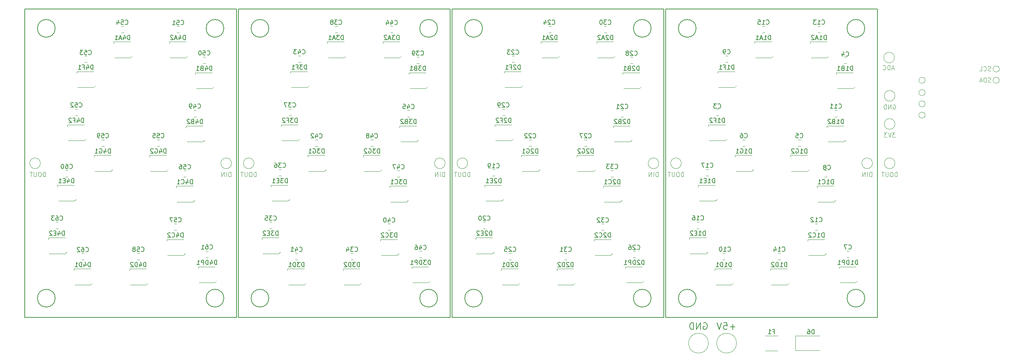
<source format=gbr>
%TF.GenerationSoftware,KiCad,Pcbnew,9.0.4*%
%TF.CreationDate,2025-08-31T21:09:01+02:00*%
%TF.ProjectId,n-teller-xl-diy,6e2d7465-6c6c-4657-922d-786c2d646979,1.0*%
%TF.SameCoordinates,Original*%
%TF.FileFunction,Legend,Bot*%
%TF.FilePolarity,Positive*%
%FSLAX46Y46*%
G04 Gerber Fmt 4.6, Leading zero omitted, Abs format (unit mm)*
G04 Created by KiCad (PCBNEW 9.0.4) date 2025-08-31 21:09:01*
%MOMM*%
%LPD*%
G01*
G04 APERTURE LIST*
%ADD10C,0.187500*%
%ADD11C,0.100000*%
%ADD12C,0.150000*%
%ADD13C,0.200000*%
%ADD14C,0.120000*%
G04 APERTURE END LIST*
D10*
X64158571Y-36942750D02*
X63015714Y-36942750D01*
X63587142Y-37514178D02*
X63587142Y-36371321D01*
X61587142Y-36014178D02*
X62301428Y-36014178D01*
X62301428Y-36014178D02*
X62372856Y-36728464D01*
X62372856Y-36728464D02*
X62301428Y-36657035D01*
X62301428Y-36657035D02*
X62158571Y-36585607D01*
X62158571Y-36585607D02*
X61801428Y-36585607D01*
X61801428Y-36585607D02*
X61658571Y-36657035D01*
X61658571Y-36657035D02*
X61587142Y-36728464D01*
X61587142Y-36728464D02*
X61515713Y-36871321D01*
X61515713Y-36871321D02*
X61515713Y-37228464D01*
X61515713Y-37228464D02*
X61587142Y-37371321D01*
X61587142Y-37371321D02*
X61658571Y-37442750D01*
X61658571Y-37442750D02*
X61801428Y-37514178D01*
X61801428Y-37514178D02*
X62158571Y-37514178D01*
X62158571Y-37514178D02*
X62301428Y-37442750D01*
X62301428Y-37442750D02*
X62372856Y-37371321D01*
X61087142Y-36014178D02*
X60587142Y-37514178D01*
X60587142Y-37514178D02*
X60087142Y-36014178D01*
D11*
X100044094Y21418295D02*
X99567904Y21418295D01*
X100139332Y21132580D02*
X99805999Y22132580D01*
X99805999Y22132580D02*
X99472666Y21132580D01*
X99139332Y21132580D02*
X99139332Y22132580D01*
X99139332Y22132580D02*
X98901237Y22132580D01*
X98901237Y22132580D02*
X98758380Y22084961D01*
X98758380Y22084961D02*
X98663142Y21989723D01*
X98663142Y21989723D02*
X98615523Y21894485D01*
X98615523Y21894485D02*
X98567904Y21704009D01*
X98567904Y21704009D02*
X98567904Y21561152D01*
X98567904Y21561152D02*
X98615523Y21370676D01*
X98615523Y21370676D02*
X98663142Y21275438D01*
X98663142Y21275438D02*
X98758380Y21180200D01*
X98758380Y21180200D02*
X98901237Y21132580D01*
X98901237Y21132580D02*
X99139332Y21132580D01*
X97567904Y21227819D02*
X97615523Y21180200D01*
X97615523Y21180200D02*
X97758380Y21132580D01*
X97758380Y21132580D02*
X97853618Y21132580D01*
X97853618Y21132580D02*
X97996475Y21180200D01*
X97996475Y21180200D02*
X98091713Y21275438D01*
X98091713Y21275438D02*
X98139332Y21370676D01*
X98139332Y21370676D02*
X98186951Y21561152D01*
X98186951Y21561152D02*
X98186951Y21704009D01*
X98186951Y21704009D02*
X98139332Y21894485D01*
X98139332Y21894485D02*
X98091713Y21989723D01*
X98091713Y21989723D02*
X97996475Y22084961D01*
X97996475Y22084961D02*
X97853618Y22132580D01*
X97853618Y22132580D02*
X97758380Y22132580D01*
X97758380Y22132580D02*
X97615523Y22084961D01*
X97615523Y22084961D02*
X97567904Y22037342D01*
X46743808Y-2997419D02*
X46743808Y-1997419D01*
X46743808Y-1997419D02*
X46505713Y-1997419D01*
X46505713Y-1997419D02*
X46362856Y-2045038D01*
X46362856Y-2045038D02*
X46267618Y-2140276D01*
X46267618Y-2140276D02*
X46219999Y-2235514D01*
X46219999Y-2235514D02*
X46172380Y-2425990D01*
X46172380Y-2425990D02*
X46172380Y-2568847D01*
X46172380Y-2568847D02*
X46219999Y-2759323D01*
X46219999Y-2759323D02*
X46267618Y-2854561D01*
X46267618Y-2854561D02*
X46362856Y-2949800D01*
X46362856Y-2949800D02*
X46505713Y-2997419D01*
X46505713Y-2997419D02*
X46743808Y-2997419D01*
X45743808Y-2997419D02*
X45743808Y-1997419D01*
X45267618Y-2997419D02*
X45267618Y-1997419D01*
X45267618Y-1997419D02*
X44696190Y-2997419D01*
X44696190Y-2997419D02*
X44696190Y-1997419D01*
X95003808Y-2997419D02*
X95003808Y-1997419D01*
X95003808Y-1997419D02*
X94765713Y-1997419D01*
X94765713Y-1997419D02*
X94622856Y-2045038D01*
X94622856Y-2045038D02*
X94527618Y-2140276D01*
X94527618Y-2140276D02*
X94479999Y-2235514D01*
X94479999Y-2235514D02*
X94432380Y-2425990D01*
X94432380Y-2425990D02*
X94432380Y-2568847D01*
X94432380Y-2568847D02*
X94479999Y-2759323D01*
X94479999Y-2759323D02*
X94527618Y-2854561D01*
X94527618Y-2854561D02*
X94622856Y-2949800D01*
X94622856Y-2949800D02*
X94765713Y-2997419D01*
X94765713Y-2997419D02*
X95003808Y-2997419D01*
X94003808Y-2997419D02*
X94003808Y-1997419D01*
X93527618Y-2997419D02*
X93527618Y-1997419D01*
X93527618Y-1997419D02*
X92956190Y-2997419D01*
X92956190Y-2997419D02*
X92956190Y-1997419D01*
D10*
X57022856Y-36085607D02*
X57165714Y-36014178D01*
X57165714Y-36014178D02*
X57379999Y-36014178D01*
X57379999Y-36014178D02*
X57594285Y-36085607D01*
X57594285Y-36085607D02*
X57737142Y-36228464D01*
X57737142Y-36228464D02*
X57808571Y-36371321D01*
X57808571Y-36371321D02*
X57879999Y-36657035D01*
X57879999Y-36657035D02*
X57879999Y-36871321D01*
X57879999Y-36871321D02*
X57808571Y-37157035D01*
X57808571Y-37157035D02*
X57737142Y-37299892D01*
X57737142Y-37299892D02*
X57594285Y-37442750D01*
X57594285Y-37442750D02*
X57379999Y-37514178D01*
X57379999Y-37514178D02*
X57237142Y-37514178D01*
X57237142Y-37514178D02*
X57022856Y-37442750D01*
X57022856Y-37442750D02*
X56951428Y-37371321D01*
X56951428Y-37371321D02*
X56951428Y-36871321D01*
X56951428Y-36871321D02*
X57237142Y-36871321D01*
X56308571Y-37514178D02*
X56308571Y-36014178D01*
X56308571Y-36014178D02*
X55451428Y-37514178D01*
X55451428Y-37514178D02*
X55451428Y-36014178D01*
X54737142Y-37514178D02*
X54737142Y-36014178D01*
X54737142Y-36014178D02*
X54379999Y-36014178D01*
X54379999Y-36014178D02*
X54165713Y-36085607D01*
X54165713Y-36085607D02*
X54022856Y-36228464D01*
X54022856Y-36228464D02*
X53951427Y-36371321D01*
X53951427Y-36371321D02*
X53879999Y-36657035D01*
X53879999Y-36657035D02*
X53879999Y-36871321D01*
X53879999Y-36871321D02*
X53951427Y-37157035D01*
X53951427Y-37157035D02*
X54022856Y-37299892D01*
X54022856Y-37299892D02*
X54165713Y-37442750D01*
X54165713Y-37442750D02*
X54379999Y-37514178D01*
X54379999Y-37514178D02*
X54737142Y-37514178D01*
D11*
X4230475Y-2997419D02*
X4230475Y-1997419D01*
X4230475Y-1997419D02*
X3992380Y-1997419D01*
X3992380Y-1997419D02*
X3849523Y-2045038D01*
X3849523Y-2045038D02*
X3754285Y-2140276D01*
X3754285Y-2140276D02*
X3706666Y-2235514D01*
X3706666Y-2235514D02*
X3659047Y-2425990D01*
X3659047Y-2425990D02*
X3659047Y-2568847D01*
X3659047Y-2568847D02*
X3706666Y-2759323D01*
X3706666Y-2759323D02*
X3754285Y-2854561D01*
X3754285Y-2854561D02*
X3849523Y-2949800D01*
X3849523Y-2949800D02*
X3992380Y-2997419D01*
X3992380Y-2997419D02*
X4230475Y-2997419D01*
X3039999Y-1997419D02*
X2849523Y-1997419D01*
X2849523Y-1997419D02*
X2754285Y-2045038D01*
X2754285Y-2045038D02*
X2659047Y-2140276D01*
X2659047Y-2140276D02*
X2611428Y-2330752D01*
X2611428Y-2330752D02*
X2611428Y-2664085D01*
X2611428Y-2664085D02*
X2659047Y-2854561D01*
X2659047Y-2854561D02*
X2754285Y-2949800D01*
X2754285Y-2949800D02*
X2849523Y-2997419D01*
X2849523Y-2997419D02*
X3039999Y-2997419D01*
X3039999Y-2997419D02*
X3135237Y-2949800D01*
X3135237Y-2949800D02*
X3230475Y-2854561D01*
X3230475Y-2854561D02*
X3278094Y-2664085D01*
X3278094Y-2664085D02*
X3278094Y-2330752D01*
X3278094Y-2330752D02*
X3230475Y-2140276D01*
X3230475Y-2140276D02*
X3135237Y-2045038D01*
X3135237Y-2045038D02*
X3039999Y-1997419D01*
X2182856Y-1997419D02*
X2182856Y-2806942D01*
X2182856Y-2806942D02*
X2135237Y-2902180D01*
X2135237Y-2902180D02*
X2087618Y-2949800D01*
X2087618Y-2949800D02*
X1992380Y-2997419D01*
X1992380Y-2997419D02*
X1801904Y-2997419D01*
X1801904Y-2997419D02*
X1706666Y-2949800D01*
X1706666Y-2949800D02*
X1659047Y-2902180D01*
X1659047Y-2902180D02*
X1611428Y-2806942D01*
X1611428Y-2806942D02*
X1611428Y-1997419D01*
X1278094Y-1997419D02*
X706666Y-1997419D01*
X992380Y-2997419D02*
X992380Y-1997419D01*
X52490475Y-2997419D02*
X52490475Y-1997419D01*
X52490475Y-1997419D02*
X52252380Y-1997419D01*
X52252380Y-1997419D02*
X52109523Y-2045038D01*
X52109523Y-2045038D02*
X52014285Y-2140276D01*
X52014285Y-2140276D02*
X51966666Y-2235514D01*
X51966666Y-2235514D02*
X51919047Y-2425990D01*
X51919047Y-2425990D02*
X51919047Y-2568847D01*
X51919047Y-2568847D02*
X51966666Y-2759323D01*
X51966666Y-2759323D02*
X52014285Y-2854561D01*
X52014285Y-2854561D02*
X52109523Y-2949800D01*
X52109523Y-2949800D02*
X52252380Y-2997419D01*
X52252380Y-2997419D02*
X52490475Y-2997419D01*
X51299999Y-1997419D02*
X51109523Y-1997419D01*
X51109523Y-1997419D02*
X51014285Y-2045038D01*
X51014285Y-2045038D02*
X50919047Y-2140276D01*
X50919047Y-2140276D02*
X50871428Y-2330752D01*
X50871428Y-2330752D02*
X50871428Y-2664085D01*
X50871428Y-2664085D02*
X50919047Y-2854561D01*
X50919047Y-2854561D02*
X51014285Y-2949800D01*
X51014285Y-2949800D02*
X51109523Y-2997419D01*
X51109523Y-2997419D02*
X51299999Y-2997419D01*
X51299999Y-2997419D02*
X51395237Y-2949800D01*
X51395237Y-2949800D02*
X51490475Y-2854561D01*
X51490475Y-2854561D02*
X51538094Y-2664085D01*
X51538094Y-2664085D02*
X51538094Y-2330752D01*
X51538094Y-2330752D02*
X51490475Y-2140276D01*
X51490475Y-2140276D02*
X51395237Y-2045038D01*
X51395237Y-2045038D02*
X51299999Y-1997419D01*
X50442856Y-1997419D02*
X50442856Y-2806942D01*
X50442856Y-2806942D02*
X50395237Y-2902180D01*
X50395237Y-2902180D02*
X50347618Y-2949800D01*
X50347618Y-2949800D02*
X50252380Y-2997419D01*
X50252380Y-2997419D02*
X50061904Y-2997419D01*
X50061904Y-2997419D02*
X49966666Y-2949800D01*
X49966666Y-2949800D02*
X49919047Y-2902180D01*
X49919047Y-2902180D02*
X49871428Y-2806942D01*
X49871428Y-2806942D02*
X49871428Y-1997419D01*
X49538094Y-1997419D02*
X48966666Y-1997419D01*
X49252380Y-2997419D02*
X49252380Y-1997419D01*
X99821904Y13194961D02*
X99917142Y13242580D01*
X99917142Y13242580D02*
X100059999Y13242580D01*
X100059999Y13242580D02*
X100202856Y13194961D01*
X100202856Y13194961D02*
X100298094Y13099723D01*
X100298094Y13099723D02*
X100345713Y13004485D01*
X100345713Y13004485D02*
X100393332Y12814009D01*
X100393332Y12814009D02*
X100393332Y12671152D01*
X100393332Y12671152D02*
X100345713Y12480676D01*
X100345713Y12480676D02*
X100298094Y12385438D01*
X100298094Y12385438D02*
X100202856Y12290200D01*
X100202856Y12290200D02*
X100059999Y12242580D01*
X100059999Y12242580D02*
X99964761Y12242580D01*
X99964761Y12242580D02*
X99821904Y12290200D01*
X99821904Y12290200D02*
X99774285Y12337819D01*
X99774285Y12337819D02*
X99774285Y12671152D01*
X99774285Y12671152D02*
X99964761Y12671152D01*
X99345713Y12242580D02*
X99345713Y13242580D01*
X99345713Y13242580D02*
X98774285Y12242580D01*
X98774285Y12242580D02*
X98774285Y13242580D01*
X98298094Y12242580D02*
X98298094Y13242580D01*
X98298094Y13242580D02*
X98059999Y13242580D01*
X98059999Y13242580D02*
X97917142Y13194961D01*
X97917142Y13194961D02*
X97821904Y13099723D01*
X97821904Y13099723D02*
X97774285Y13004485D01*
X97774285Y13004485D02*
X97726666Y12814009D01*
X97726666Y12814009D02*
X97726666Y12671152D01*
X97726666Y12671152D02*
X97774285Y12480676D01*
X97774285Y12480676D02*
X97821904Y12385438D01*
X97821904Y12385438D02*
X97917142Y12290200D01*
X97917142Y12290200D02*
X98059999Y12242580D01*
X98059999Y12242580D02*
X98298094Y12242580D01*
X121840475Y20926200D02*
X121697618Y20878580D01*
X121697618Y20878580D02*
X121459523Y20878580D01*
X121459523Y20878580D02*
X121364285Y20926200D01*
X121364285Y20926200D02*
X121316666Y20973819D01*
X121316666Y20973819D02*
X121269047Y21069057D01*
X121269047Y21069057D02*
X121269047Y21164295D01*
X121269047Y21164295D02*
X121316666Y21259533D01*
X121316666Y21259533D02*
X121364285Y21307152D01*
X121364285Y21307152D02*
X121459523Y21354771D01*
X121459523Y21354771D02*
X121649999Y21402390D01*
X121649999Y21402390D02*
X121745237Y21450009D01*
X121745237Y21450009D02*
X121792856Y21497628D01*
X121792856Y21497628D02*
X121840475Y21592866D01*
X121840475Y21592866D02*
X121840475Y21688104D01*
X121840475Y21688104D02*
X121792856Y21783342D01*
X121792856Y21783342D02*
X121745237Y21830961D01*
X121745237Y21830961D02*
X121649999Y21878580D01*
X121649999Y21878580D02*
X121411904Y21878580D01*
X121411904Y21878580D02*
X121269047Y21830961D01*
X120269047Y20973819D02*
X120316666Y20926200D01*
X120316666Y20926200D02*
X120459523Y20878580D01*
X120459523Y20878580D02*
X120554761Y20878580D01*
X120554761Y20878580D02*
X120697618Y20926200D01*
X120697618Y20926200D02*
X120792856Y21021438D01*
X120792856Y21021438D02*
X120840475Y21116676D01*
X120840475Y21116676D02*
X120888094Y21307152D01*
X120888094Y21307152D02*
X120888094Y21450009D01*
X120888094Y21450009D02*
X120840475Y21640485D01*
X120840475Y21640485D02*
X120792856Y21735723D01*
X120792856Y21735723D02*
X120697618Y21830961D01*
X120697618Y21830961D02*
X120554761Y21878580D01*
X120554761Y21878580D02*
X120459523Y21878580D01*
X120459523Y21878580D02*
X120316666Y21830961D01*
X120316666Y21830961D02*
X120269047Y21783342D01*
X119364285Y20878580D02*
X119840475Y20878580D01*
X119840475Y20878580D02*
X119840475Y21878580D01*
X100750475Y-2997419D02*
X100750475Y-1997419D01*
X100750475Y-1997419D02*
X100512380Y-1997419D01*
X100512380Y-1997419D02*
X100369523Y-2045038D01*
X100369523Y-2045038D02*
X100274285Y-2140276D01*
X100274285Y-2140276D02*
X100226666Y-2235514D01*
X100226666Y-2235514D02*
X100179047Y-2425990D01*
X100179047Y-2425990D02*
X100179047Y-2568847D01*
X100179047Y-2568847D02*
X100226666Y-2759323D01*
X100226666Y-2759323D02*
X100274285Y-2854561D01*
X100274285Y-2854561D02*
X100369523Y-2949800D01*
X100369523Y-2949800D02*
X100512380Y-2997419D01*
X100512380Y-2997419D02*
X100750475Y-2997419D01*
X99559999Y-1997419D02*
X99369523Y-1997419D01*
X99369523Y-1997419D02*
X99274285Y-2045038D01*
X99274285Y-2045038D02*
X99179047Y-2140276D01*
X99179047Y-2140276D02*
X99131428Y-2330752D01*
X99131428Y-2330752D02*
X99131428Y-2664085D01*
X99131428Y-2664085D02*
X99179047Y-2854561D01*
X99179047Y-2854561D02*
X99274285Y-2949800D01*
X99274285Y-2949800D02*
X99369523Y-2997419D01*
X99369523Y-2997419D02*
X99559999Y-2997419D01*
X99559999Y-2997419D02*
X99655237Y-2949800D01*
X99655237Y-2949800D02*
X99750475Y-2854561D01*
X99750475Y-2854561D02*
X99798094Y-2664085D01*
X99798094Y-2664085D02*
X99798094Y-2330752D01*
X99798094Y-2330752D02*
X99750475Y-2140276D01*
X99750475Y-2140276D02*
X99655237Y-2045038D01*
X99655237Y-2045038D02*
X99559999Y-1997419D01*
X98702856Y-1997419D02*
X98702856Y-2806942D01*
X98702856Y-2806942D02*
X98655237Y-2902180D01*
X98655237Y-2902180D02*
X98607618Y-2949800D01*
X98607618Y-2949800D02*
X98512380Y-2997419D01*
X98512380Y-2997419D02*
X98321904Y-2997419D01*
X98321904Y-2997419D02*
X98226666Y-2949800D01*
X98226666Y-2949800D02*
X98179047Y-2902180D01*
X98179047Y-2902180D02*
X98131428Y-2806942D01*
X98131428Y-2806942D02*
X98131428Y-1997419D01*
X97798094Y-1997419D02*
X97226666Y-1997419D01*
X97512380Y-2997419D02*
X97512380Y-1997419D01*
X100298094Y6892580D02*
X99679047Y6892580D01*
X99679047Y6892580D02*
X100012380Y6511628D01*
X100012380Y6511628D02*
X99869523Y6511628D01*
X99869523Y6511628D02*
X99774285Y6464009D01*
X99774285Y6464009D02*
X99726666Y6416390D01*
X99726666Y6416390D02*
X99679047Y6321152D01*
X99679047Y6321152D02*
X99679047Y6083057D01*
X99679047Y6083057D02*
X99726666Y5987819D01*
X99726666Y5987819D02*
X99774285Y5940200D01*
X99774285Y5940200D02*
X99869523Y5892580D01*
X99869523Y5892580D02*
X100155237Y5892580D01*
X100155237Y5892580D02*
X100250475Y5940200D01*
X100250475Y5940200D02*
X100298094Y5987819D01*
X99393332Y6892580D02*
X99059999Y5892580D01*
X99059999Y5892580D02*
X98726666Y6892580D01*
X98488570Y6892580D02*
X97869523Y6892580D01*
X97869523Y6892580D02*
X98202856Y6511628D01*
X98202856Y6511628D02*
X98059999Y6511628D01*
X98059999Y6511628D02*
X97964761Y6464009D01*
X97964761Y6464009D02*
X97917142Y6416390D01*
X97917142Y6416390D02*
X97869523Y6321152D01*
X97869523Y6321152D02*
X97869523Y6083057D01*
X97869523Y6083057D02*
X97917142Y5987819D01*
X97917142Y5987819D02*
X97964761Y5940200D01*
X97964761Y5940200D02*
X98059999Y5892580D01*
X98059999Y5892580D02*
X98345713Y5892580D01*
X98345713Y5892580D02*
X98440951Y5940200D01*
X98440951Y5940200D02*
X98488570Y5987819D01*
X-44029524Y-2997419D02*
X-44029524Y-1997419D01*
X-44029524Y-1997419D02*
X-44267619Y-1997419D01*
X-44267619Y-1997419D02*
X-44410476Y-2045038D01*
X-44410476Y-2045038D02*
X-44505714Y-2140276D01*
X-44505714Y-2140276D02*
X-44553333Y-2235514D01*
X-44553333Y-2235514D02*
X-44600952Y-2425990D01*
X-44600952Y-2425990D02*
X-44600952Y-2568847D01*
X-44600952Y-2568847D02*
X-44553333Y-2759323D01*
X-44553333Y-2759323D02*
X-44505714Y-2854561D01*
X-44505714Y-2854561D02*
X-44410476Y-2949800D01*
X-44410476Y-2949800D02*
X-44267619Y-2997419D01*
X-44267619Y-2997419D02*
X-44029524Y-2997419D01*
X-45220000Y-1997419D02*
X-45410476Y-1997419D01*
X-45410476Y-1997419D02*
X-45505714Y-2045038D01*
X-45505714Y-2045038D02*
X-45600952Y-2140276D01*
X-45600952Y-2140276D02*
X-45648571Y-2330752D01*
X-45648571Y-2330752D02*
X-45648571Y-2664085D01*
X-45648571Y-2664085D02*
X-45600952Y-2854561D01*
X-45600952Y-2854561D02*
X-45505714Y-2949800D01*
X-45505714Y-2949800D02*
X-45410476Y-2997419D01*
X-45410476Y-2997419D02*
X-45220000Y-2997419D01*
X-45220000Y-2997419D02*
X-45124762Y-2949800D01*
X-45124762Y-2949800D02*
X-45029524Y-2854561D01*
X-45029524Y-2854561D02*
X-44981905Y-2664085D01*
X-44981905Y-2664085D02*
X-44981905Y-2330752D01*
X-44981905Y-2330752D02*
X-45029524Y-2140276D01*
X-45029524Y-2140276D02*
X-45124762Y-2045038D01*
X-45124762Y-2045038D02*
X-45220000Y-1997419D01*
X-46077143Y-1997419D02*
X-46077143Y-2806942D01*
X-46077143Y-2806942D02*
X-46124762Y-2902180D01*
X-46124762Y-2902180D02*
X-46172381Y-2949800D01*
X-46172381Y-2949800D02*
X-46267619Y-2997419D01*
X-46267619Y-2997419D02*
X-46458095Y-2997419D01*
X-46458095Y-2997419D02*
X-46553333Y-2949800D01*
X-46553333Y-2949800D02*
X-46600952Y-2902180D01*
X-46600952Y-2902180D02*
X-46648571Y-2806942D01*
X-46648571Y-2806942D02*
X-46648571Y-1997419D01*
X-46981905Y-1997419D02*
X-47553333Y-1997419D01*
X-47267619Y-2997419D02*
X-47267619Y-1997419D01*
X-1516191Y-2997419D02*
X-1516191Y-1997419D01*
X-1516191Y-1997419D02*
X-1754286Y-1997419D01*
X-1754286Y-1997419D02*
X-1897143Y-2045038D01*
X-1897143Y-2045038D02*
X-1992381Y-2140276D01*
X-1992381Y-2140276D02*
X-2040000Y-2235514D01*
X-2040000Y-2235514D02*
X-2087619Y-2425990D01*
X-2087619Y-2425990D02*
X-2087619Y-2568847D01*
X-2087619Y-2568847D02*
X-2040000Y-2759323D01*
X-2040000Y-2759323D02*
X-1992381Y-2854561D01*
X-1992381Y-2854561D02*
X-1897143Y-2949800D01*
X-1897143Y-2949800D02*
X-1754286Y-2997419D01*
X-1754286Y-2997419D02*
X-1516191Y-2997419D01*
X-2516191Y-2997419D02*
X-2516191Y-1997419D01*
X-2992381Y-2997419D02*
X-2992381Y-1997419D01*
X-2992381Y-1997419D02*
X-3563809Y-2997419D01*
X-3563809Y-2997419D02*
X-3563809Y-1997419D01*
X121864285Y18386200D02*
X121721428Y18338580D01*
X121721428Y18338580D02*
X121483333Y18338580D01*
X121483333Y18338580D02*
X121388095Y18386200D01*
X121388095Y18386200D02*
X121340476Y18433819D01*
X121340476Y18433819D02*
X121292857Y18529057D01*
X121292857Y18529057D02*
X121292857Y18624295D01*
X121292857Y18624295D02*
X121340476Y18719533D01*
X121340476Y18719533D02*
X121388095Y18767152D01*
X121388095Y18767152D02*
X121483333Y18814771D01*
X121483333Y18814771D02*
X121673809Y18862390D01*
X121673809Y18862390D02*
X121769047Y18910009D01*
X121769047Y18910009D02*
X121816666Y18957628D01*
X121816666Y18957628D02*
X121864285Y19052866D01*
X121864285Y19052866D02*
X121864285Y19148104D01*
X121864285Y19148104D02*
X121816666Y19243342D01*
X121816666Y19243342D02*
X121769047Y19290961D01*
X121769047Y19290961D02*
X121673809Y19338580D01*
X121673809Y19338580D02*
X121435714Y19338580D01*
X121435714Y19338580D02*
X121292857Y19290961D01*
X120864285Y18338580D02*
X120864285Y19338580D01*
X120864285Y19338580D02*
X120626190Y19338580D01*
X120626190Y19338580D02*
X120483333Y19290961D01*
X120483333Y19290961D02*
X120388095Y19195723D01*
X120388095Y19195723D02*
X120340476Y19100485D01*
X120340476Y19100485D02*
X120292857Y18910009D01*
X120292857Y18910009D02*
X120292857Y18767152D01*
X120292857Y18767152D02*
X120340476Y18576676D01*
X120340476Y18576676D02*
X120388095Y18481438D01*
X120388095Y18481438D02*
X120483333Y18386200D01*
X120483333Y18386200D02*
X120626190Y18338580D01*
X120626190Y18338580D02*
X120864285Y18338580D01*
X119911904Y18624295D02*
X119435714Y18624295D01*
X120007142Y18338580D02*
X119673809Y19338580D01*
X119673809Y19338580D02*
X119340476Y18338580D01*
X-49776191Y-2997419D02*
X-49776191Y-1997419D01*
X-49776191Y-1997419D02*
X-50014286Y-1997419D01*
X-50014286Y-1997419D02*
X-50157143Y-2045038D01*
X-50157143Y-2045038D02*
X-50252381Y-2140276D01*
X-50252381Y-2140276D02*
X-50300000Y-2235514D01*
X-50300000Y-2235514D02*
X-50347619Y-2425990D01*
X-50347619Y-2425990D02*
X-50347619Y-2568847D01*
X-50347619Y-2568847D02*
X-50300000Y-2759323D01*
X-50300000Y-2759323D02*
X-50252381Y-2854561D01*
X-50252381Y-2854561D02*
X-50157143Y-2949800D01*
X-50157143Y-2949800D02*
X-50014286Y-2997419D01*
X-50014286Y-2997419D02*
X-49776191Y-2997419D01*
X-50776191Y-2997419D02*
X-50776191Y-1997419D01*
X-51252381Y-2997419D02*
X-51252381Y-1997419D01*
X-51252381Y-1997419D02*
X-51823809Y-2997419D01*
X-51823809Y-2997419D02*
X-51823809Y-1997419D01*
X-91654524Y-2997419D02*
X-91654524Y-1997419D01*
X-91654524Y-1997419D02*
X-91892619Y-1997419D01*
X-91892619Y-1997419D02*
X-92035476Y-2045038D01*
X-92035476Y-2045038D02*
X-92130714Y-2140276D01*
X-92130714Y-2140276D02*
X-92178333Y-2235514D01*
X-92178333Y-2235514D02*
X-92225952Y-2425990D01*
X-92225952Y-2425990D02*
X-92225952Y-2568847D01*
X-92225952Y-2568847D02*
X-92178333Y-2759323D01*
X-92178333Y-2759323D02*
X-92130714Y-2854561D01*
X-92130714Y-2854561D02*
X-92035476Y-2949800D01*
X-92035476Y-2949800D02*
X-91892619Y-2997419D01*
X-91892619Y-2997419D02*
X-91654524Y-2997419D01*
X-92845000Y-1997419D02*
X-93035476Y-1997419D01*
X-93035476Y-1997419D02*
X-93130714Y-2045038D01*
X-93130714Y-2045038D02*
X-93225952Y-2140276D01*
X-93225952Y-2140276D02*
X-93273571Y-2330752D01*
X-93273571Y-2330752D02*
X-93273571Y-2664085D01*
X-93273571Y-2664085D02*
X-93225952Y-2854561D01*
X-93225952Y-2854561D02*
X-93130714Y-2949800D01*
X-93130714Y-2949800D02*
X-93035476Y-2997419D01*
X-93035476Y-2997419D02*
X-92845000Y-2997419D01*
X-92845000Y-2997419D02*
X-92749762Y-2949800D01*
X-92749762Y-2949800D02*
X-92654524Y-2854561D01*
X-92654524Y-2854561D02*
X-92606905Y-2664085D01*
X-92606905Y-2664085D02*
X-92606905Y-2330752D01*
X-92606905Y-2330752D02*
X-92654524Y-2140276D01*
X-92654524Y-2140276D02*
X-92749762Y-2045038D01*
X-92749762Y-2045038D02*
X-92845000Y-1997419D01*
X-93702143Y-1997419D02*
X-93702143Y-2806942D01*
X-93702143Y-2806942D02*
X-93749762Y-2902180D01*
X-93749762Y-2902180D02*
X-93797381Y-2949800D01*
X-93797381Y-2949800D02*
X-93892619Y-2997419D01*
X-93892619Y-2997419D02*
X-94083095Y-2997419D01*
X-94083095Y-2997419D02*
X-94178333Y-2949800D01*
X-94178333Y-2949800D02*
X-94225952Y-2902180D01*
X-94225952Y-2902180D02*
X-94273571Y-2806942D01*
X-94273571Y-2806942D02*
X-94273571Y-1997419D01*
X-94606905Y-1997419D02*
X-95178333Y-1997419D01*
X-94892619Y-2997419D02*
X-94892619Y-1997419D01*
D12*
X71192857Y31512419D02*
X71240476Y31464800D01*
X71240476Y31464800D02*
X71383333Y31417180D01*
X71383333Y31417180D02*
X71478571Y31417180D01*
X71478571Y31417180D02*
X71621428Y31464800D01*
X71621428Y31464800D02*
X71716666Y31560038D01*
X71716666Y31560038D02*
X71764285Y31655276D01*
X71764285Y31655276D02*
X71811904Y31845752D01*
X71811904Y31845752D02*
X71811904Y31988609D01*
X71811904Y31988609D02*
X71764285Y32179085D01*
X71764285Y32179085D02*
X71716666Y32274323D01*
X71716666Y32274323D02*
X71621428Y32369561D01*
X71621428Y32369561D02*
X71478571Y32417180D01*
X71478571Y32417180D02*
X71383333Y32417180D01*
X71383333Y32417180D02*
X71240476Y32369561D01*
X71240476Y32369561D02*
X71192857Y32321942D01*
X70240476Y31417180D02*
X70811904Y31417180D01*
X70526190Y31417180D02*
X70526190Y32417180D01*
X70526190Y32417180D02*
X70621428Y32274323D01*
X70621428Y32274323D02*
X70716666Y32179085D01*
X70716666Y32179085D02*
X70811904Y32131466D01*
X69335714Y32417180D02*
X69811904Y32417180D01*
X69811904Y32417180D02*
X69859523Y31940990D01*
X69859523Y31940990D02*
X69811904Y31988609D01*
X69811904Y31988609D02*
X69716666Y32036228D01*
X69716666Y32036228D02*
X69478571Y32036228D01*
X69478571Y32036228D02*
X69383333Y31988609D01*
X69383333Y31988609D02*
X69335714Y31940990D01*
X69335714Y31940990D02*
X69288095Y31845752D01*
X69288095Y31845752D02*
X69288095Y31607657D01*
X69288095Y31607657D02*
X69335714Y31512419D01*
X69335714Y31512419D02*
X69383333Y31464800D01*
X69383333Y31464800D02*
X69478571Y31417180D01*
X69478571Y31417180D02*
X69716666Y31417180D01*
X69716666Y31417180D02*
X69811904Y31464800D01*
X69811904Y31464800D02*
X69859523Y31512419D01*
X-78017142Y5862419D02*
X-77969523Y5814800D01*
X-77969523Y5814800D02*
X-77826666Y5767180D01*
X-77826666Y5767180D02*
X-77731428Y5767180D01*
X-77731428Y5767180D02*
X-77588571Y5814800D01*
X-77588571Y5814800D02*
X-77493333Y5910038D01*
X-77493333Y5910038D02*
X-77445714Y6005276D01*
X-77445714Y6005276D02*
X-77398095Y6195752D01*
X-77398095Y6195752D02*
X-77398095Y6338609D01*
X-77398095Y6338609D02*
X-77445714Y6529085D01*
X-77445714Y6529085D02*
X-77493333Y6624323D01*
X-77493333Y6624323D02*
X-77588571Y6719561D01*
X-77588571Y6719561D02*
X-77731428Y6767180D01*
X-77731428Y6767180D02*
X-77826666Y6767180D01*
X-77826666Y6767180D02*
X-77969523Y6719561D01*
X-77969523Y6719561D02*
X-78017142Y6671942D01*
X-78921904Y6767180D02*
X-78445714Y6767180D01*
X-78445714Y6767180D02*
X-78398095Y6290990D01*
X-78398095Y6290990D02*
X-78445714Y6338609D01*
X-78445714Y6338609D02*
X-78540952Y6386228D01*
X-78540952Y6386228D02*
X-78779047Y6386228D01*
X-78779047Y6386228D02*
X-78874285Y6338609D01*
X-78874285Y6338609D02*
X-78921904Y6290990D01*
X-78921904Y6290990D02*
X-78969523Y6195752D01*
X-78969523Y6195752D02*
X-78969523Y5957657D01*
X-78969523Y5957657D02*
X-78921904Y5862419D01*
X-78921904Y5862419D02*
X-78874285Y5814800D01*
X-78874285Y5814800D02*
X-78779047Y5767180D01*
X-78779047Y5767180D02*
X-78540952Y5767180D01*
X-78540952Y5767180D02*
X-78445714Y5814800D01*
X-78445714Y5814800D02*
X-78398095Y5862419D01*
X-79445714Y5767180D02*
X-79636190Y5767180D01*
X-79636190Y5767180D02*
X-79731428Y5814800D01*
X-79731428Y5814800D02*
X-79779047Y5862419D01*
X-79779047Y5862419D02*
X-79874285Y6005276D01*
X-79874285Y6005276D02*
X-79921904Y6195752D01*
X-79921904Y6195752D02*
X-79921904Y6576704D01*
X-79921904Y6576704D02*
X-79874285Y6671942D01*
X-79874285Y6671942D02*
X-79826666Y6719561D01*
X-79826666Y6719561D02*
X-79731428Y6767180D01*
X-79731428Y6767180D02*
X-79540952Y6767180D01*
X-79540952Y6767180D02*
X-79445714Y6719561D01*
X-79445714Y6719561D02*
X-79398095Y6671942D01*
X-79398095Y6671942D02*
X-79350476Y6576704D01*
X-79350476Y6576704D02*
X-79350476Y6338609D01*
X-79350476Y6338609D02*
X-79398095Y6243371D01*
X-79398095Y6243371D02*
X-79445714Y6195752D01*
X-79445714Y6195752D02*
X-79540952Y6148133D01*
X-79540952Y6148133D02*
X-79731428Y6148133D01*
X-79731428Y6148133D02*
X-79826666Y6195752D01*
X-79826666Y6195752D02*
X-79874285Y6243371D01*
X-79874285Y6243371D02*
X-79921904Y6338609D01*
X-12767142Y31410819D02*
X-12719523Y31363200D01*
X-12719523Y31363200D02*
X-12576666Y31315580D01*
X-12576666Y31315580D02*
X-12481428Y31315580D01*
X-12481428Y31315580D02*
X-12338571Y31363200D01*
X-12338571Y31363200D02*
X-12243333Y31458438D01*
X-12243333Y31458438D02*
X-12195714Y31553676D01*
X-12195714Y31553676D02*
X-12148095Y31744152D01*
X-12148095Y31744152D02*
X-12148095Y31887009D01*
X-12148095Y31887009D02*
X-12195714Y32077485D01*
X-12195714Y32077485D02*
X-12243333Y32172723D01*
X-12243333Y32172723D02*
X-12338571Y32267961D01*
X-12338571Y32267961D02*
X-12481428Y32315580D01*
X-12481428Y32315580D02*
X-12576666Y32315580D01*
X-12576666Y32315580D02*
X-12719523Y32267961D01*
X-12719523Y32267961D02*
X-12767142Y32220342D01*
X-13624285Y31982247D02*
X-13624285Y31315580D01*
X-13386190Y32363200D02*
X-13148095Y31648914D01*
X-13148095Y31648914D02*
X-13767142Y31648914D01*
X-14576666Y31982247D02*
X-14576666Y31315580D01*
X-14338571Y32363200D02*
X-14100476Y31648914D01*
X-14100476Y31648914D02*
X-14719523Y31648914D01*
X43584285Y-22864819D02*
X43584285Y-21864819D01*
X43584285Y-21864819D02*
X43346190Y-21864819D01*
X43346190Y-21864819D02*
X43203333Y-21912438D01*
X43203333Y-21912438D02*
X43108095Y-22007676D01*
X43108095Y-22007676D02*
X43060476Y-22102914D01*
X43060476Y-22102914D02*
X43012857Y-22293390D01*
X43012857Y-22293390D02*
X43012857Y-22436247D01*
X43012857Y-22436247D02*
X43060476Y-22626723D01*
X43060476Y-22626723D02*
X43108095Y-22721961D01*
X43108095Y-22721961D02*
X43203333Y-22817200D01*
X43203333Y-22817200D02*
X43346190Y-22864819D01*
X43346190Y-22864819D02*
X43584285Y-22864819D01*
X42631904Y-21960057D02*
X42584285Y-21912438D01*
X42584285Y-21912438D02*
X42489047Y-21864819D01*
X42489047Y-21864819D02*
X42250952Y-21864819D01*
X42250952Y-21864819D02*
X42155714Y-21912438D01*
X42155714Y-21912438D02*
X42108095Y-21960057D01*
X42108095Y-21960057D02*
X42060476Y-22055295D01*
X42060476Y-22055295D02*
X42060476Y-22150533D01*
X42060476Y-22150533D02*
X42108095Y-22293390D01*
X42108095Y-22293390D02*
X42679523Y-22864819D01*
X42679523Y-22864819D02*
X42060476Y-22864819D01*
X41631904Y-22864819D02*
X41631904Y-21864819D01*
X41631904Y-21864819D02*
X41393809Y-21864819D01*
X41393809Y-21864819D02*
X41250952Y-21912438D01*
X41250952Y-21912438D02*
X41155714Y-22007676D01*
X41155714Y-22007676D02*
X41108095Y-22102914D01*
X41108095Y-22102914D02*
X41060476Y-22293390D01*
X41060476Y-22293390D02*
X41060476Y-22436247D01*
X41060476Y-22436247D02*
X41108095Y-22626723D01*
X41108095Y-22626723D02*
X41155714Y-22721961D01*
X41155714Y-22721961D02*
X41250952Y-22817200D01*
X41250952Y-22817200D02*
X41393809Y-22864819D01*
X41393809Y-22864819D02*
X41631904Y-22864819D01*
X40631904Y-22864819D02*
X40631904Y-21864819D01*
X40631904Y-21864819D02*
X40250952Y-21864819D01*
X40250952Y-21864819D02*
X40155714Y-21912438D01*
X40155714Y-21912438D02*
X40108095Y-21960057D01*
X40108095Y-21960057D02*
X40060476Y-22055295D01*
X40060476Y-22055295D02*
X40060476Y-22198152D01*
X40060476Y-22198152D02*
X40108095Y-22293390D01*
X40108095Y-22293390D02*
X40155714Y-22341009D01*
X40155714Y-22341009D02*
X40250952Y-22388628D01*
X40250952Y-22388628D02*
X40631904Y-22388628D01*
X39108095Y-22864819D02*
X39679523Y-22864819D01*
X39393809Y-22864819D02*
X39393809Y-21864819D01*
X39393809Y-21864819D02*
X39489047Y-22007676D01*
X39489047Y-22007676D02*
X39584285Y-22102914D01*
X39584285Y-22102914D02*
X39679523Y-22150533D01*
X78826666Y5862419D02*
X78874285Y5814800D01*
X78874285Y5814800D02*
X79017142Y5767180D01*
X79017142Y5767180D02*
X79112380Y5767180D01*
X79112380Y5767180D02*
X79255237Y5814800D01*
X79255237Y5814800D02*
X79350475Y5910038D01*
X79350475Y5910038D02*
X79398094Y6005276D01*
X79398094Y6005276D02*
X79445713Y6195752D01*
X79445713Y6195752D02*
X79445713Y6338609D01*
X79445713Y6338609D02*
X79398094Y6529085D01*
X79398094Y6529085D02*
X79350475Y6624323D01*
X79350475Y6624323D02*
X79255237Y6719561D01*
X79255237Y6719561D02*
X79112380Y6767180D01*
X79112380Y6767180D02*
X79017142Y6767180D01*
X79017142Y6767180D02*
X78874285Y6719561D01*
X78874285Y6719561D02*
X78826666Y6671942D01*
X77921904Y6767180D02*
X78398094Y6767180D01*
X78398094Y6767180D02*
X78445713Y6290990D01*
X78445713Y6290990D02*
X78398094Y6338609D01*
X78398094Y6338609D02*
X78302856Y6386228D01*
X78302856Y6386228D02*
X78064761Y6386228D01*
X78064761Y6386228D02*
X77969523Y6338609D01*
X77969523Y6338609D02*
X77921904Y6290990D01*
X77921904Y6290990D02*
X77874285Y6195752D01*
X77874285Y6195752D02*
X77874285Y5957657D01*
X77874285Y5957657D02*
X77921904Y5862419D01*
X77921904Y5862419D02*
X77969523Y5814800D01*
X77969523Y5814800D02*
X78064761Y5767180D01*
X78064761Y5767180D02*
X78302856Y5767180D01*
X78302856Y5767180D02*
X78398094Y5814800D01*
X78398094Y5814800D02*
X78445713Y5862419D01*
X74782857Y-19787580D02*
X74830476Y-19835200D01*
X74830476Y-19835200D02*
X74973333Y-19882819D01*
X74973333Y-19882819D02*
X75068571Y-19882819D01*
X75068571Y-19882819D02*
X75211428Y-19835200D01*
X75211428Y-19835200D02*
X75306666Y-19739961D01*
X75306666Y-19739961D02*
X75354285Y-19644723D01*
X75354285Y-19644723D02*
X75401904Y-19454247D01*
X75401904Y-19454247D02*
X75401904Y-19311390D01*
X75401904Y-19311390D02*
X75354285Y-19120914D01*
X75354285Y-19120914D02*
X75306666Y-19025676D01*
X75306666Y-19025676D02*
X75211428Y-18930438D01*
X75211428Y-18930438D02*
X75068571Y-18882819D01*
X75068571Y-18882819D02*
X74973333Y-18882819D01*
X74973333Y-18882819D02*
X74830476Y-18930438D01*
X74830476Y-18930438D02*
X74782857Y-18978057D01*
X73830476Y-19882819D02*
X74401904Y-19882819D01*
X74116190Y-19882819D02*
X74116190Y-18882819D01*
X74116190Y-18882819D02*
X74211428Y-19025676D01*
X74211428Y-19025676D02*
X74306666Y-19120914D01*
X74306666Y-19120914D02*
X74401904Y-19168533D01*
X72973333Y-19216152D02*
X72973333Y-19882819D01*
X73211428Y-18835200D02*
X73449523Y-19549485D01*
X73449523Y-19549485D02*
X72830476Y-19549485D01*
X-84007142Y12792419D02*
X-83959523Y12744800D01*
X-83959523Y12744800D02*
X-83816666Y12697180D01*
X-83816666Y12697180D02*
X-83721428Y12697180D01*
X-83721428Y12697180D02*
X-83578571Y12744800D01*
X-83578571Y12744800D02*
X-83483333Y12840038D01*
X-83483333Y12840038D02*
X-83435714Y12935276D01*
X-83435714Y12935276D02*
X-83388095Y13125752D01*
X-83388095Y13125752D02*
X-83388095Y13268609D01*
X-83388095Y13268609D02*
X-83435714Y13459085D01*
X-83435714Y13459085D02*
X-83483333Y13554323D01*
X-83483333Y13554323D02*
X-83578571Y13649561D01*
X-83578571Y13649561D02*
X-83721428Y13697180D01*
X-83721428Y13697180D02*
X-83816666Y13697180D01*
X-83816666Y13697180D02*
X-83959523Y13649561D01*
X-83959523Y13649561D02*
X-84007142Y13601942D01*
X-84911904Y13697180D02*
X-84435714Y13697180D01*
X-84435714Y13697180D02*
X-84388095Y13220990D01*
X-84388095Y13220990D02*
X-84435714Y13268609D01*
X-84435714Y13268609D02*
X-84530952Y13316228D01*
X-84530952Y13316228D02*
X-84769047Y13316228D01*
X-84769047Y13316228D02*
X-84864285Y13268609D01*
X-84864285Y13268609D02*
X-84911904Y13220990D01*
X-84911904Y13220990D02*
X-84959523Y13125752D01*
X-84959523Y13125752D02*
X-84959523Y12887657D01*
X-84959523Y12887657D02*
X-84911904Y12792419D01*
X-84911904Y12792419D02*
X-84864285Y12744800D01*
X-84864285Y12744800D02*
X-84769047Y12697180D01*
X-84769047Y12697180D02*
X-84530952Y12697180D01*
X-84530952Y12697180D02*
X-84435714Y12744800D01*
X-84435714Y12744800D02*
X-84388095Y12792419D01*
X-85340476Y13601942D02*
X-85388095Y13649561D01*
X-85388095Y13649561D02*
X-85483333Y13697180D01*
X-85483333Y13697180D02*
X-85721428Y13697180D01*
X-85721428Y13697180D02*
X-85816666Y13649561D01*
X-85816666Y13649561D02*
X-85864285Y13601942D01*
X-85864285Y13601942D02*
X-85911904Y13506704D01*
X-85911904Y13506704D02*
X-85911904Y13411466D01*
X-85911904Y13411466D02*
X-85864285Y13268609D01*
X-85864285Y13268609D02*
X-85292857Y12697180D01*
X-85292857Y12697180D02*
X-85911904Y12697180D01*
X57446666Y-16304819D02*
X57446666Y-15304819D01*
X57446666Y-15304819D02*
X57208571Y-15304819D01*
X57208571Y-15304819D02*
X57065714Y-15352438D01*
X57065714Y-15352438D02*
X56970476Y-15447676D01*
X56970476Y-15447676D02*
X56922857Y-15542914D01*
X56922857Y-15542914D02*
X56875238Y-15733390D01*
X56875238Y-15733390D02*
X56875238Y-15876247D01*
X56875238Y-15876247D02*
X56922857Y-16066723D01*
X56922857Y-16066723D02*
X56970476Y-16161961D01*
X56970476Y-16161961D02*
X57065714Y-16257200D01*
X57065714Y-16257200D02*
X57208571Y-16304819D01*
X57208571Y-16304819D02*
X57446666Y-16304819D01*
X55922857Y-16304819D02*
X56494285Y-16304819D01*
X56208571Y-16304819D02*
X56208571Y-15304819D01*
X56208571Y-15304819D02*
X56303809Y-15447676D01*
X56303809Y-15447676D02*
X56399047Y-15542914D01*
X56399047Y-15542914D02*
X56494285Y-15590533D01*
X55494285Y-15781009D02*
X55160952Y-15781009D01*
X55018095Y-16304819D02*
X55494285Y-16304819D01*
X55494285Y-16304819D02*
X55494285Y-15304819D01*
X55494285Y-15304819D02*
X55018095Y-15304819D01*
X54637142Y-15400057D02*
X54589523Y-15352438D01*
X54589523Y-15352438D02*
X54494285Y-15304819D01*
X54494285Y-15304819D02*
X54256190Y-15304819D01*
X54256190Y-15304819D02*
X54160952Y-15352438D01*
X54160952Y-15352438D02*
X54113333Y-15400057D01*
X54113333Y-15400057D02*
X54065714Y-15495295D01*
X54065714Y-15495295D02*
X54065714Y-15590533D01*
X54065714Y-15590533D02*
X54113333Y-15733390D01*
X54113333Y-15733390D02*
X54684761Y-16304819D01*
X54684761Y-16304819D02*
X54065714Y-16304819D01*
X59536666Y-4424819D02*
X59536666Y-3424819D01*
X59536666Y-3424819D02*
X59298571Y-3424819D01*
X59298571Y-3424819D02*
X59155714Y-3472438D01*
X59155714Y-3472438D02*
X59060476Y-3567676D01*
X59060476Y-3567676D02*
X59012857Y-3662914D01*
X59012857Y-3662914D02*
X58965238Y-3853390D01*
X58965238Y-3853390D02*
X58965238Y-3996247D01*
X58965238Y-3996247D02*
X59012857Y-4186723D01*
X59012857Y-4186723D02*
X59060476Y-4281961D01*
X59060476Y-4281961D02*
X59155714Y-4377200D01*
X59155714Y-4377200D02*
X59298571Y-4424819D01*
X59298571Y-4424819D02*
X59536666Y-4424819D01*
X58012857Y-4424819D02*
X58584285Y-4424819D01*
X58298571Y-4424819D02*
X58298571Y-3424819D01*
X58298571Y-3424819D02*
X58393809Y-3567676D01*
X58393809Y-3567676D02*
X58489047Y-3662914D01*
X58489047Y-3662914D02*
X58584285Y-3710533D01*
X57584285Y-3901009D02*
X57250952Y-3901009D01*
X57108095Y-4424819D02*
X57584285Y-4424819D01*
X57584285Y-4424819D02*
X57584285Y-3424819D01*
X57584285Y-3424819D02*
X57108095Y-3424819D01*
X56155714Y-4424819D02*
X56727142Y-4424819D01*
X56441428Y-4424819D02*
X56441428Y-3424819D01*
X56441428Y-3424819D02*
X56536666Y-3567676D01*
X56536666Y-3567676D02*
X56631904Y-3662914D01*
X56631904Y-3662914D02*
X56727142Y-3710533D01*
X-12275714Y-16684819D02*
X-12275714Y-15684819D01*
X-12275714Y-15684819D02*
X-12513809Y-15684819D01*
X-12513809Y-15684819D02*
X-12656666Y-15732438D01*
X-12656666Y-15732438D02*
X-12751904Y-15827676D01*
X-12751904Y-15827676D02*
X-12799523Y-15922914D01*
X-12799523Y-15922914D02*
X-12847142Y-16113390D01*
X-12847142Y-16113390D02*
X-12847142Y-16256247D01*
X-12847142Y-16256247D02*
X-12799523Y-16446723D01*
X-12799523Y-16446723D02*
X-12751904Y-16541961D01*
X-12751904Y-16541961D02*
X-12656666Y-16637200D01*
X-12656666Y-16637200D02*
X-12513809Y-16684819D01*
X-12513809Y-16684819D02*
X-12275714Y-16684819D01*
X-13180476Y-15684819D02*
X-13799523Y-15684819D01*
X-13799523Y-15684819D02*
X-13466190Y-16065771D01*
X-13466190Y-16065771D02*
X-13609047Y-16065771D01*
X-13609047Y-16065771D02*
X-13704285Y-16113390D01*
X-13704285Y-16113390D02*
X-13751904Y-16161009D01*
X-13751904Y-16161009D02*
X-13799523Y-16256247D01*
X-13799523Y-16256247D02*
X-13799523Y-16494342D01*
X-13799523Y-16494342D02*
X-13751904Y-16589580D01*
X-13751904Y-16589580D02*
X-13704285Y-16637200D01*
X-13704285Y-16637200D02*
X-13609047Y-16684819D01*
X-13609047Y-16684819D02*
X-13323333Y-16684819D01*
X-13323333Y-16684819D02*
X-13228095Y-16637200D01*
X-13228095Y-16637200D02*
X-13180476Y-16589580D01*
X-14799523Y-16589580D02*
X-14751904Y-16637200D01*
X-14751904Y-16637200D02*
X-14609047Y-16684819D01*
X-14609047Y-16684819D02*
X-14513809Y-16684819D01*
X-14513809Y-16684819D02*
X-14370952Y-16637200D01*
X-14370952Y-16637200D02*
X-14275714Y-16541961D01*
X-14275714Y-16541961D02*
X-14228095Y-16446723D01*
X-14228095Y-16446723D02*
X-14180476Y-16256247D01*
X-14180476Y-16256247D02*
X-14180476Y-16113390D01*
X-14180476Y-16113390D02*
X-14228095Y-15922914D01*
X-14228095Y-15922914D02*
X-14275714Y-15827676D01*
X-14275714Y-15827676D02*
X-14370952Y-15732438D01*
X-14370952Y-15732438D02*
X-14513809Y-15684819D01*
X-14513809Y-15684819D02*
X-14609047Y-15684819D01*
X-14609047Y-15684819D02*
X-14751904Y-15732438D01*
X-14751904Y-15732438D02*
X-14799523Y-15780057D01*
X-15180476Y-15780057D02*
X-15228095Y-15732438D01*
X-15228095Y-15732438D02*
X-15323333Y-15684819D01*
X-15323333Y-15684819D02*
X-15561428Y-15684819D01*
X-15561428Y-15684819D02*
X-15656666Y-15732438D01*
X-15656666Y-15732438D02*
X-15704285Y-15780057D01*
X-15704285Y-15780057D02*
X-15751904Y-15875295D01*
X-15751904Y-15875295D02*
X-15751904Y-15970533D01*
X-15751904Y-15970533D02*
X-15704285Y-16113390D01*
X-15704285Y-16113390D02*
X-15132857Y-16684819D01*
X-15132857Y-16684819D02*
X-15751904Y-16684819D01*
X-10155714Y-4644819D02*
X-10155714Y-3644819D01*
X-10155714Y-3644819D02*
X-10393809Y-3644819D01*
X-10393809Y-3644819D02*
X-10536666Y-3692438D01*
X-10536666Y-3692438D02*
X-10631904Y-3787676D01*
X-10631904Y-3787676D02*
X-10679523Y-3882914D01*
X-10679523Y-3882914D02*
X-10727142Y-4073390D01*
X-10727142Y-4073390D02*
X-10727142Y-4216247D01*
X-10727142Y-4216247D02*
X-10679523Y-4406723D01*
X-10679523Y-4406723D02*
X-10631904Y-4501961D01*
X-10631904Y-4501961D02*
X-10536666Y-4597200D01*
X-10536666Y-4597200D02*
X-10393809Y-4644819D01*
X-10393809Y-4644819D02*
X-10155714Y-4644819D01*
X-11060476Y-3644819D02*
X-11679523Y-3644819D01*
X-11679523Y-3644819D02*
X-11346190Y-4025771D01*
X-11346190Y-4025771D02*
X-11489047Y-4025771D01*
X-11489047Y-4025771D02*
X-11584285Y-4073390D01*
X-11584285Y-4073390D02*
X-11631904Y-4121009D01*
X-11631904Y-4121009D02*
X-11679523Y-4216247D01*
X-11679523Y-4216247D02*
X-11679523Y-4454342D01*
X-11679523Y-4454342D02*
X-11631904Y-4549580D01*
X-11631904Y-4549580D02*
X-11584285Y-4597200D01*
X-11584285Y-4597200D02*
X-11489047Y-4644819D01*
X-11489047Y-4644819D02*
X-11203333Y-4644819D01*
X-11203333Y-4644819D02*
X-11108095Y-4597200D01*
X-11108095Y-4597200D02*
X-11060476Y-4549580D01*
X-12679523Y-4549580D02*
X-12631904Y-4597200D01*
X-12631904Y-4597200D02*
X-12489047Y-4644819D01*
X-12489047Y-4644819D02*
X-12393809Y-4644819D01*
X-12393809Y-4644819D02*
X-12250952Y-4597200D01*
X-12250952Y-4597200D02*
X-12155714Y-4501961D01*
X-12155714Y-4501961D02*
X-12108095Y-4406723D01*
X-12108095Y-4406723D02*
X-12060476Y-4216247D01*
X-12060476Y-4216247D02*
X-12060476Y-4073390D01*
X-12060476Y-4073390D02*
X-12108095Y-3882914D01*
X-12108095Y-3882914D02*
X-12155714Y-3787676D01*
X-12155714Y-3787676D02*
X-12250952Y-3692438D01*
X-12250952Y-3692438D02*
X-12393809Y-3644819D01*
X-12393809Y-3644819D02*
X-12489047Y-3644819D01*
X-12489047Y-3644819D02*
X-12631904Y-3692438D01*
X-12631904Y-3692438D02*
X-12679523Y-3740057D01*
X-13631904Y-4644819D02*
X-13060476Y-4644819D01*
X-13346190Y-4644819D02*
X-13346190Y-3644819D01*
X-13346190Y-3644819D02*
X-13250952Y-3787676D01*
X-13250952Y-3787676D02*
X-13155714Y-3882914D01*
X-13155714Y-3882914D02*
X-13060476Y-3930533D01*
X31042857Y5811619D02*
X31090476Y5764000D01*
X31090476Y5764000D02*
X31233333Y5716380D01*
X31233333Y5716380D02*
X31328571Y5716380D01*
X31328571Y5716380D02*
X31471428Y5764000D01*
X31471428Y5764000D02*
X31566666Y5859238D01*
X31566666Y5859238D02*
X31614285Y5954476D01*
X31614285Y5954476D02*
X31661904Y6144952D01*
X31661904Y6144952D02*
X31661904Y6287809D01*
X31661904Y6287809D02*
X31614285Y6478285D01*
X31614285Y6478285D02*
X31566666Y6573523D01*
X31566666Y6573523D02*
X31471428Y6668761D01*
X31471428Y6668761D02*
X31328571Y6716380D01*
X31328571Y6716380D02*
X31233333Y6716380D01*
X31233333Y6716380D02*
X31090476Y6668761D01*
X31090476Y6668761D02*
X31042857Y6621142D01*
X30661904Y6621142D02*
X30614285Y6668761D01*
X30614285Y6668761D02*
X30519047Y6716380D01*
X30519047Y6716380D02*
X30280952Y6716380D01*
X30280952Y6716380D02*
X30185714Y6668761D01*
X30185714Y6668761D02*
X30138095Y6621142D01*
X30138095Y6621142D02*
X30090476Y6525904D01*
X30090476Y6525904D02*
X30090476Y6430666D01*
X30090476Y6430666D02*
X30138095Y6287809D01*
X30138095Y6287809D02*
X30709523Y5716380D01*
X30709523Y5716380D02*
X30090476Y5716380D01*
X29757142Y6716380D02*
X29090476Y6716380D01*
X29090476Y6716380D02*
X29519047Y5716380D01*
X12462057Y12792419D02*
X12509676Y12744800D01*
X12509676Y12744800D02*
X12652533Y12697180D01*
X12652533Y12697180D02*
X12747771Y12697180D01*
X12747771Y12697180D02*
X12890628Y12744800D01*
X12890628Y12744800D02*
X12985866Y12840038D01*
X12985866Y12840038D02*
X13033485Y12935276D01*
X13033485Y12935276D02*
X13081104Y13125752D01*
X13081104Y13125752D02*
X13081104Y13268609D01*
X13081104Y13268609D02*
X13033485Y13459085D01*
X13033485Y13459085D02*
X12985866Y13554323D01*
X12985866Y13554323D02*
X12890628Y13649561D01*
X12890628Y13649561D02*
X12747771Y13697180D01*
X12747771Y13697180D02*
X12652533Y13697180D01*
X12652533Y13697180D02*
X12509676Y13649561D01*
X12509676Y13649561D02*
X12462057Y13601942D01*
X12081104Y13601942D02*
X12033485Y13649561D01*
X12033485Y13649561D02*
X11938247Y13697180D01*
X11938247Y13697180D02*
X11700152Y13697180D01*
X11700152Y13697180D02*
X11604914Y13649561D01*
X11604914Y13649561D02*
X11557295Y13601942D01*
X11557295Y13601942D02*
X11509676Y13506704D01*
X11509676Y13506704D02*
X11509676Y13411466D01*
X11509676Y13411466D02*
X11557295Y13268609D01*
X11557295Y13268609D02*
X12128723Y12697180D01*
X12128723Y12697180D02*
X11509676Y12697180D01*
X11033485Y12697180D02*
X10843009Y12697180D01*
X10843009Y12697180D02*
X10747771Y12744800D01*
X10747771Y12744800D02*
X10700152Y12792419D01*
X10700152Y12792419D02*
X10604914Y12935276D01*
X10604914Y12935276D02*
X10557295Y13125752D01*
X10557295Y13125752D02*
X10557295Y13506704D01*
X10557295Y13506704D02*
X10604914Y13601942D01*
X10604914Y13601942D02*
X10652533Y13649561D01*
X10652533Y13649561D02*
X10747771Y13697180D01*
X10747771Y13697180D02*
X10938247Y13697180D01*
X10938247Y13697180D02*
X11033485Y13649561D01*
X11033485Y13649561D02*
X11081104Y13601942D01*
X11081104Y13601942D02*
X11128723Y13506704D01*
X11128723Y13506704D02*
X11128723Y13268609D01*
X11128723Y13268609D02*
X11081104Y13173371D01*
X11081104Y13173371D02*
X11033485Y13125752D01*
X11033485Y13125752D02*
X10938247Y13078133D01*
X10938247Y13078133D02*
X10747771Y13078133D01*
X10747771Y13078133D02*
X10652533Y13125752D01*
X10652533Y13125752D02*
X10604914Y13173371D01*
X10604914Y13173371D02*
X10557295Y13268609D01*
X-7895714Y8945180D02*
X-7895714Y9945180D01*
X-7895714Y9945180D02*
X-8133809Y9945180D01*
X-8133809Y9945180D02*
X-8276666Y9897561D01*
X-8276666Y9897561D02*
X-8371904Y9802323D01*
X-8371904Y9802323D02*
X-8419523Y9707085D01*
X-8419523Y9707085D02*
X-8467142Y9516609D01*
X-8467142Y9516609D02*
X-8467142Y9373752D01*
X-8467142Y9373752D02*
X-8419523Y9183276D01*
X-8419523Y9183276D02*
X-8371904Y9088038D01*
X-8371904Y9088038D02*
X-8276666Y8992800D01*
X-8276666Y8992800D02*
X-8133809Y8945180D01*
X-8133809Y8945180D02*
X-7895714Y8945180D01*
X-8800476Y9945180D02*
X-9419523Y9945180D01*
X-9419523Y9945180D02*
X-9086190Y9564228D01*
X-9086190Y9564228D02*
X-9229047Y9564228D01*
X-9229047Y9564228D02*
X-9324285Y9516609D01*
X-9324285Y9516609D02*
X-9371904Y9468990D01*
X-9371904Y9468990D02*
X-9419523Y9373752D01*
X-9419523Y9373752D02*
X-9419523Y9135657D01*
X-9419523Y9135657D02*
X-9371904Y9040419D01*
X-9371904Y9040419D02*
X-9324285Y8992800D01*
X-9324285Y8992800D02*
X-9229047Y8945180D01*
X-9229047Y8945180D02*
X-8943333Y8945180D01*
X-8943333Y8945180D02*
X-8848095Y8992800D01*
X-8848095Y8992800D02*
X-8800476Y9040419D01*
X-10181428Y9468990D02*
X-10324285Y9421371D01*
X-10324285Y9421371D02*
X-10371904Y9373752D01*
X-10371904Y9373752D02*
X-10419523Y9278514D01*
X-10419523Y9278514D02*
X-10419523Y9135657D01*
X-10419523Y9135657D02*
X-10371904Y9040419D01*
X-10371904Y9040419D02*
X-10324285Y8992800D01*
X-10324285Y8992800D02*
X-10229047Y8945180D01*
X-10229047Y8945180D02*
X-9848095Y8945180D01*
X-9848095Y8945180D02*
X-9848095Y9945180D01*
X-9848095Y9945180D02*
X-10181428Y9945180D01*
X-10181428Y9945180D02*
X-10276666Y9897561D01*
X-10276666Y9897561D02*
X-10324285Y9849942D01*
X-10324285Y9849942D02*
X-10371904Y9754704D01*
X-10371904Y9754704D02*
X-10371904Y9659466D01*
X-10371904Y9659466D02*
X-10324285Y9564228D01*
X-10324285Y9564228D02*
X-10276666Y9516609D01*
X-10276666Y9516609D02*
X-10181428Y9468990D01*
X-10181428Y9468990D02*
X-9848095Y9468990D01*
X-10800476Y9849942D02*
X-10848095Y9897561D01*
X-10848095Y9897561D02*
X-10943333Y9945180D01*
X-10943333Y9945180D02*
X-11181428Y9945180D01*
X-11181428Y9945180D02*
X-11276666Y9897561D01*
X-11276666Y9897561D02*
X-11324285Y9849942D01*
X-11324285Y9849942D02*
X-11371904Y9754704D01*
X-11371904Y9754704D02*
X-11371904Y9659466D01*
X-11371904Y9659466D02*
X-11324285Y9516609D01*
X-11324285Y9516609D02*
X-10752857Y8945180D01*
X-10752857Y8945180D02*
X-11371904Y8945180D01*
X-82547142Y-19889180D02*
X-82499523Y-19936800D01*
X-82499523Y-19936800D02*
X-82356666Y-19984419D01*
X-82356666Y-19984419D02*
X-82261428Y-19984419D01*
X-82261428Y-19984419D02*
X-82118571Y-19936800D01*
X-82118571Y-19936800D02*
X-82023333Y-19841561D01*
X-82023333Y-19841561D02*
X-81975714Y-19746323D01*
X-81975714Y-19746323D02*
X-81928095Y-19555847D01*
X-81928095Y-19555847D02*
X-81928095Y-19412990D01*
X-81928095Y-19412990D02*
X-81975714Y-19222514D01*
X-81975714Y-19222514D02*
X-82023333Y-19127276D01*
X-82023333Y-19127276D02*
X-82118571Y-19032038D01*
X-82118571Y-19032038D02*
X-82261428Y-18984419D01*
X-82261428Y-18984419D02*
X-82356666Y-18984419D01*
X-82356666Y-18984419D02*
X-82499523Y-19032038D01*
X-82499523Y-19032038D02*
X-82547142Y-19079657D01*
X-83404285Y-18984419D02*
X-83213809Y-18984419D01*
X-83213809Y-18984419D02*
X-83118571Y-19032038D01*
X-83118571Y-19032038D02*
X-83070952Y-19079657D01*
X-83070952Y-19079657D02*
X-82975714Y-19222514D01*
X-82975714Y-19222514D02*
X-82928095Y-19412990D01*
X-82928095Y-19412990D02*
X-82928095Y-19793942D01*
X-82928095Y-19793942D02*
X-82975714Y-19889180D01*
X-82975714Y-19889180D02*
X-83023333Y-19936800D01*
X-83023333Y-19936800D02*
X-83118571Y-19984419D01*
X-83118571Y-19984419D02*
X-83309047Y-19984419D01*
X-83309047Y-19984419D02*
X-83404285Y-19936800D01*
X-83404285Y-19936800D02*
X-83451904Y-19889180D01*
X-83451904Y-19889180D02*
X-83499523Y-19793942D01*
X-83499523Y-19793942D02*
X-83499523Y-19555847D01*
X-83499523Y-19555847D02*
X-83451904Y-19460609D01*
X-83451904Y-19460609D02*
X-83404285Y-19412990D01*
X-83404285Y-19412990D02*
X-83309047Y-19365371D01*
X-83309047Y-19365371D02*
X-83118571Y-19365371D01*
X-83118571Y-19365371D02*
X-83023333Y-19412990D01*
X-83023333Y-19412990D02*
X-82975714Y-19460609D01*
X-82975714Y-19460609D02*
X-82928095Y-19555847D01*
X-83880476Y-19079657D02*
X-83928095Y-19032038D01*
X-83928095Y-19032038D02*
X-84023333Y-18984419D01*
X-84023333Y-18984419D02*
X-84261428Y-18984419D01*
X-84261428Y-18984419D02*
X-84356666Y-19032038D01*
X-84356666Y-19032038D02*
X-84404285Y-19079657D01*
X-84404285Y-19079657D02*
X-84451904Y-19174895D01*
X-84451904Y-19174895D02*
X-84451904Y-19270133D01*
X-84451904Y-19270133D02*
X-84404285Y-19412990D01*
X-84404285Y-19412990D02*
X-83832857Y-19984419D01*
X-83832857Y-19984419D02*
X-84451904Y-19984419D01*
X-8967142Y12410819D02*
X-8919523Y12363200D01*
X-8919523Y12363200D02*
X-8776666Y12315580D01*
X-8776666Y12315580D02*
X-8681428Y12315580D01*
X-8681428Y12315580D02*
X-8538571Y12363200D01*
X-8538571Y12363200D02*
X-8443333Y12458438D01*
X-8443333Y12458438D02*
X-8395714Y12553676D01*
X-8395714Y12553676D02*
X-8348095Y12744152D01*
X-8348095Y12744152D02*
X-8348095Y12887009D01*
X-8348095Y12887009D02*
X-8395714Y13077485D01*
X-8395714Y13077485D02*
X-8443333Y13172723D01*
X-8443333Y13172723D02*
X-8538571Y13267961D01*
X-8538571Y13267961D02*
X-8681428Y13315580D01*
X-8681428Y13315580D02*
X-8776666Y13315580D01*
X-8776666Y13315580D02*
X-8919523Y13267961D01*
X-8919523Y13267961D02*
X-8967142Y13220342D01*
X-9824285Y12982247D02*
X-9824285Y12315580D01*
X-9586190Y13363200D02*
X-9348095Y12648914D01*
X-9348095Y12648914D02*
X-9967142Y12648914D01*
X-10824285Y13315580D02*
X-10348095Y13315580D01*
X-10348095Y13315580D02*
X-10300476Y12839390D01*
X-10300476Y12839390D02*
X-10348095Y12887009D01*
X-10348095Y12887009D02*
X-10443333Y12934628D01*
X-10443333Y12934628D02*
X-10681428Y12934628D01*
X-10681428Y12934628D02*
X-10776666Y12887009D01*
X-10776666Y12887009D02*
X-10824285Y12839390D01*
X-10824285Y12839390D02*
X-10871904Y12744152D01*
X-10871904Y12744152D02*
X-10871904Y12506057D01*
X-10871904Y12506057D02*
X-10824285Y12410819D01*
X-10824285Y12410819D02*
X-10776666Y12363200D01*
X-10776666Y12363200D02*
X-10681428Y12315580D01*
X-10681428Y12315580D02*
X-10443333Y12315580D01*
X-10443333Y12315580D02*
X-10348095Y12363200D01*
X-10348095Y12363200D02*
X-10300476Y12410819D01*
X-76945714Y2295180D02*
X-76945714Y3295180D01*
X-76945714Y3295180D02*
X-77183809Y3295180D01*
X-77183809Y3295180D02*
X-77326666Y3247561D01*
X-77326666Y3247561D02*
X-77421904Y3152323D01*
X-77421904Y3152323D02*
X-77469523Y3057085D01*
X-77469523Y3057085D02*
X-77517142Y2866609D01*
X-77517142Y2866609D02*
X-77517142Y2723752D01*
X-77517142Y2723752D02*
X-77469523Y2533276D01*
X-77469523Y2533276D02*
X-77421904Y2438038D01*
X-77421904Y2438038D02*
X-77326666Y2342800D01*
X-77326666Y2342800D02*
X-77183809Y2295180D01*
X-77183809Y2295180D02*
X-76945714Y2295180D01*
X-78374285Y2961847D02*
X-78374285Y2295180D01*
X-78136190Y3342800D02*
X-77898095Y2628514D01*
X-77898095Y2628514D02*
X-78517142Y2628514D01*
X-79421904Y3247561D02*
X-79326666Y3295180D01*
X-79326666Y3295180D02*
X-79183809Y3295180D01*
X-79183809Y3295180D02*
X-79040952Y3247561D01*
X-79040952Y3247561D02*
X-78945714Y3152323D01*
X-78945714Y3152323D02*
X-78898095Y3057085D01*
X-78898095Y3057085D02*
X-78850476Y2866609D01*
X-78850476Y2866609D02*
X-78850476Y2723752D01*
X-78850476Y2723752D02*
X-78898095Y2533276D01*
X-78898095Y2533276D02*
X-78945714Y2438038D01*
X-78945714Y2438038D02*
X-79040952Y2342800D01*
X-79040952Y2342800D02*
X-79183809Y2295180D01*
X-79183809Y2295180D02*
X-79279047Y2295180D01*
X-79279047Y2295180D02*
X-79421904Y2342800D01*
X-79421904Y2342800D02*
X-79469523Y2390419D01*
X-79469523Y2390419D02*
X-79469523Y2723752D01*
X-79469523Y2723752D02*
X-79279047Y2723752D01*
X-80421904Y2295180D02*
X-79850476Y2295180D01*
X-80136190Y2295180D02*
X-80136190Y3295180D01*
X-80136190Y3295180D02*
X-80040952Y3152323D01*
X-80040952Y3152323D02*
X-79945714Y3057085D01*
X-79945714Y3057085D02*
X-79850476Y3009466D01*
X-86167142Y-1095730D02*
X-86119523Y-1143350D01*
X-86119523Y-1143350D02*
X-85976666Y-1190969D01*
X-85976666Y-1190969D02*
X-85881428Y-1190969D01*
X-85881428Y-1190969D02*
X-85738571Y-1143350D01*
X-85738571Y-1143350D02*
X-85643333Y-1048111D01*
X-85643333Y-1048111D02*
X-85595714Y-952873D01*
X-85595714Y-952873D02*
X-85548095Y-762397D01*
X-85548095Y-762397D02*
X-85548095Y-619540D01*
X-85548095Y-619540D02*
X-85595714Y-429064D01*
X-85595714Y-429064D02*
X-85643333Y-333826D01*
X-85643333Y-333826D02*
X-85738571Y-238588D01*
X-85738571Y-238588D02*
X-85881428Y-190969D01*
X-85881428Y-190969D02*
X-85976666Y-190969D01*
X-85976666Y-190969D02*
X-86119523Y-238588D01*
X-86119523Y-238588D02*
X-86167142Y-286207D01*
X-87024285Y-190969D02*
X-86833809Y-190969D01*
X-86833809Y-190969D02*
X-86738571Y-238588D01*
X-86738571Y-238588D02*
X-86690952Y-286207D01*
X-86690952Y-286207D02*
X-86595714Y-429064D01*
X-86595714Y-429064D02*
X-86548095Y-619540D01*
X-86548095Y-619540D02*
X-86548095Y-1000492D01*
X-86548095Y-1000492D02*
X-86595714Y-1095730D01*
X-86595714Y-1095730D02*
X-86643333Y-1143350D01*
X-86643333Y-1143350D02*
X-86738571Y-1190969D01*
X-86738571Y-1190969D02*
X-86929047Y-1190969D01*
X-86929047Y-1190969D02*
X-87024285Y-1143350D01*
X-87024285Y-1143350D02*
X-87071904Y-1095730D01*
X-87071904Y-1095730D02*
X-87119523Y-1000492D01*
X-87119523Y-1000492D02*
X-87119523Y-762397D01*
X-87119523Y-762397D02*
X-87071904Y-667159D01*
X-87071904Y-667159D02*
X-87024285Y-619540D01*
X-87024285Y-619540D02*
X-86929047Y-571921D01*
X-86929047Y-571921D02*
X-86738571Y-571921D01*
X-86738571Y-571921D02*
X-86643333Y-619540D01*
X-86643333Y-619540D02*
X-86595714Y-667159D01*
X-86595714Y-667159D02*
X-86548095Y-762397D01*
X-87738571Y-190969D02*
X-87833809Y-190969D01*
X-87833809Y-190969D02*
X-87929047Y-238588D01*
X-87929047Y-238588D02*
X-87976666Y-286207D01*
X-87976666Y-286207D02*
X-88024285Y-381445D01*
X-88024285Y-381445D02*
X-88071904Y-571921D01*
X-88071904Y-571921D02*
X-88071904Y-810016D01*
X-88071904Y-810016D02*
X-88024285Y-1000492D01*
X-88024285Y-1000492D02*
X-87976666Y-1095730D01*
X-87976666Y-1095730D02*
X-87929047Y-1143350D01*
X-87929047Y-1143350D02*
X-87833809Y-1190969D01*
X-87833809Y-1190969D02*
X-87738571Y-1190969D01*
X-87738571Y-1190969D02*
X-87643333Y-1143350D01*
X-87643333Y-1143350D02*
X-87595714Y-1095730D01*
X-87595714Y-1095730D02*
X-87548095Y-1000492D01*
X-87548095Y-1000492D02*
X-87500476Y-810016D01*
X-87500476Y-810016D02*
X-87500476Y-571921D01*
X-87500476Y-571921D02*
X-87548095Y-381445D01*
X-87548095Y-381445D02*
X-87595714Y-286207D01*
X-87595714Y-286207D02*
X-87643333Y-238588D01*
X-87643333Y-238588D02*
X-87738571Y-190969D01*
X-65477142Y5862419D02*
X-65429523Y5814800D01*
X-65429523Y5814800D02*
X-65286666Y5767180D01*
X-65286666Y5767180D02*
X-65191428Y5767180D01*
X-65191428Y5767180D02*
X-65048571Y5814800D01*
X-65048571Y5814800D02*
X-64953333Y5910038D01*
X-64953333Y5910038D02*
X-64905714Y6005276D01*
X-64905714Y6005276D02*
X-64858095Y6195752D01*
X-64858095Y6195752D02*
X-64858095Y6338609D01*
X-64858095Y6338609D02*
X-64905714Y6529085D01*
X-64905714Y6529085D02*
X-64953333Y6624323D01*
X-64953333Y6624323D02*
X-65048571Y6719561D01*
X-65048571Y6719561D02*
X-65191428Y6767180D01*
X-65191428Y6767180D02*
X-65286666Y6767180D01*
X-65286666Y6767180D02*
X-65429523Y6719561D01*
X-65429523Y6719561D02*
X-65477142Y6671942D01*
X-66381904Y6767180D02*
X-65905714Y6767180D01*
X-65905714Y6767180D02*
X-65858095Y6290990D01*
X-65858095Y6290990D02*
X-65905714Y6338609D01*
X-65905714Y6338609D02*
X-66000952Y6386228D01*
X-66000952Y6386228D02*
X-66239047Y6386228D01*
X-66239047Y6386228D02*
X-66334285Y6338609D01*
X-66334285Y6338609D02*
X-66381904Y6290990D01*
X-66381904Y6290990D02*
X-66429523Y6195752D01*
X-66429523Y6195752D02*
X-66429523Y5957657D01*
X-66429523Y5957657D02*
X-66381904Y5862419D01*
X-66381904Y5862419D02*
X-66334285Y5814800D01*
X-66334285Y5814800D02*
X-66239047Y5767180D01*
X-66239047Y5767180D02*
X-66000952Y5767180D01*
X-66000952Y5767180D02*
X-65905714Y5814800D01*
X-65905714Y5814800D02*
X-65858095Y5862419D01*
X-67334285Y6767180D02*
X-66858095Y6767180D01*
X-66858095Y6767180D02*
X-66810476Y6290990D01*
X-66810476Y6290990D02*
X-66858095Y6338609D01*
X-66858095Y6338609D02*
X-66953333Y6386228D01*
X-66953333Y6386228D02*
X-67191428Y6386228D01*
X-67191428Y6386228D02*
X-67286666Y6338609D01*
X-67286666Y6338609D02*
X-67334285Y6290990D01*
X-67334285Y6290990D02*
X-67381904Y6195752D01*
X-67381904Y6195752D02*
X-67381904Y5957657D01*
X-67381904Y5957657D02*
X-67334285Y5862419D01*
X-67334285Y5862419D02*
X-67286666Y5814800D01*
X-67286666Y5814800D02*
X-67191428Y5767180D01*
X-67191428Y5767180D02*
X-66953333Y5767180D01*
X-66953333Y5767180D02*
X-66858095Y5814800D01*
X-66858095Y5814800D02*
X-66810476Y5862419D01*
X87552857Y12512419D02*
X87600476Y12464800D01*
X87600476Y12464800D02*
X87743333Y12417180D01*
X87743333Y12417180D02*
X87838571Y12417180D01*
X87838571Y12417180D02*
X87981428Y12464800D01*
X87981428Y12464800D02*
X88076666Y12560038D01*
X88076666Y12560038D02*
X88124285Y12655276D01*
X88124285Y12655276D02*
X88171904Y12845752D01*
X88171904Y12845752D02*
X88171904Y12988609D01*
X88171904Y12988609D02*
X88124285Y13179085D01*
X88124285Y13179085D02*
X88076666Y13274323D01*
X88076666Y13274323D02*
X87981428Y13369561D01*
X87981428Y13369561D02*
X87838571Y13417180D01*
X87838571Y13417180D02*
X87743333Y13417180D01*
X87743333Y13417180D02*
X87600476Y13369561D01*
X87600476Y13369561D02*
X87552857Y13321942D01*
X86600476Y12417180D02*
X87171904Y12417180D01*
X86886190Y12417180D02*
X86886190Y13417180D01*
X86886190Y13417180D02*
X86981428Y13274323D01*
X86981428Y13274323D02*
X87076666Y13179085D01*
X87076666Y13179085D02*
X87171904Y13131466D01*
X85648095Y12417180D02*
X86219523Y12417180D01*
X85933809Y12417180D02*
X85933809Y13417180D01*
X85933809Y13417180D02*
X86029047Y13274323D01*
X86029047Y13274323D02*
X86124285Y13179085D01*
X86124285Y13179085D02*
X86219523Y13131466D01*
X-32627143Y21245180D02*
X-32627143Y22245180D01*
X-32627143Y22245180D02*
X-32865238Y22245180D01*
X-32865238Y22245180D02*
X-33008095Y22197561D01*
X-33008095Y22197561D02*
X-33103333Y22102323D01*
X-33103333Y22102323D02*
X-33150952Y22007085D01*
X-33150952Y22007085D02*
X-33198571Y21816609D01*
X-33198571Y21816609D02*
X-33198571Y21673752D01*
X-33198571Y21673752D02*
X-33150952Y21483276D01*
X-33150952Y21483276D02*
X-33103333Y21388038D01*
X-33103333Y21388038D02*
X-33008095Y21292800D01*
X-33008095Y21292800D02*
X-32865238Y21245180D01*
X-32865238Y21245180D02*
X-32627143Y21245180D01*
X-33531905Y22245180D02*
X-34150952Y22245180D01*
X-34150952Y22245180D02*
X-33817619Y21864228D01*
X-33817619Y21864228D02*
X-33960476Y21864228D01*
X-33960476Y21864228D02*
X-34055714Y21816609D01*
X-34055714Y21816609D02*
X-34103333Y21768990D01*
X-34103333Y21768990D02*
X-34150952Y21673752D01*
X-34150952Y21673752D02*
X-34150952Y21435657D01*
X-34150952Y21435657D02*
X-34103333Y21340419D01*
X-34103333Y21340419D02*
X-34055714Y21292800D01*
X-34055714Y21292800D02*
X-33960476Y21245180D01*
X-33960476Y21245180D02*
X-33674762Y21245180D01*
X-33674762Y21245180D02*
X-33579524Y21292800D01*
X-33579524Y21292800D02*
X-33531905Y21340419D01*
X-34912857Y21768990D02*
X-34579524Y21768990D01*
X-34579524Y21245180D02*
X-34579524Y22245180D01*
X-34579524Y22245180D02*
X-35055714Y22245180D01*
X-35960476Y21245180D02*
X-35389048Y21245180D01*
X-35674762Y21245180D02*
X-35674762Y22245180D01*
X-35674762Y22245180D02*
X-35579524Y22102323D01*
X-35579524Y22102323D02*
X-35484286Y22007085D01*
X-35484286Y22007085D02*
X-35389048Y21959466D01*
X-80887143Y21245180D02*
X-80887143Y22245180D01*
X-80887143Y22245180D02*
X-81125238Y22245180D01*
X-81125238Y22245180D02*
X-81268095Y22197561D01*
X-81268095Y22197561D02*
X-81363333Y22102323D01*
X-81363333Y22102323D02*
X-81410952Y22007085D01*
X-81410952Y22007085D02*
X-81458571Y21816609D01*
X-81458571Y21816609D02*
X-81458571Y21673752D01*
X-81458571Y21673752D02*
X-81410952Y21483276D01*
X-81410952Y21483276D02*
X-81363333Y21388038D01*
X-81363333Y21388038D02*
X-81268095Y21292800D01*
X-81268095Y21292800D02*
X-81125238Y21245180D01*
X-81125238Y21245180D02*
X-80887143Y21245180D01*
X-82315714Y21911847D02*
X-82315714Y21245180D01*
X-82077619Y22292800D02*
X-81839524Y21578514D01*
X-81839524Y21578514D02*
X-82458571Y21578514D01*
X-83172857Y21768990D02*
X-82839524Y21768990D01*
X-82839524Y21245180D02*
X-82839524Y22245180D01*
X-82839524Y22245180D02*
X-83315714Y22245180D01*
X-84220476Y21245180D02*
X-83649048Y21245180D01*
X-83934762Y21245180D02*
X-83934762Y22245180D01*
X-83934762Y22245180D02*
X-83839524Y22102323D01*
X-83839524Y22102323D02*
X-83744286Y22007085D01*
X-83744286Y22007085D02*
X-83649048Y21959466D01*
X-17217142Y5811619D02*
X-17169523Y5764000D01*
X-17169523Y5764000D02*
X-17026666Y5716380D01*
X-17026666Y5716380D02*
X-16931428Y5716380D01*
X-16931428Y5716380D02*
X-16788571Y5764000D01*
X-16788571Y5764000D02*
X-16693333Y5859238D01*
X-16693333Y5859238D02*
X-16645714Y5954476D01*
X-16645714Y5954476D02*
X-16598095Y6144952D01*
X-16598095Y6144952D02*
X-16598095Y6287809D01*
X-16598095Y6287809D02*
X-16645714Y6478285D01*
X-16645714Y6478285D02*
X-16693333Y6573523D01*
X-16693333Y6573523D02*
X-16788571Y6668761D01*
X-16788571Y6668761D02*
X-16931428Y6716380D01*
X-16931428Y6716380D02*
X-17026666Y6716380D01*
X-17026666Y6716380D02*
X-17169523Y6668761D01*
X-17169523Y6668761D02*
X-17217142Y6621142D01*
X-18074285Y6383047D02*
X-18074285Y5716380D01*
X-17836190Y6764000D02*
X-17598095Y6049714D01*
X-17598095Y6049714D02*
X-18217142Y6049714D01*
X-18740952Y6287809D02*
X-18645714Y6335428D01*
X-18645714Y6335428D02*
X-18598095Y6383047D01*
X-18598095Y6383047D02*
X-18550476Y6478285D01*
X-18550476Y6478285D02*
X-18550476Y6525904D01*
X-18550476Y6525904D02*
X-18598095Y6621142D01*
X-18598095Y6621142D02*
X-18645714Y6668761D01*
X-18645714Y6668761D02*
X-18740952Y6716380D01*
X-18740952Y6716380D02*
X-18931428Y6716380D01*
X-18931428Y6716380D02*
X-19026666Y6668761D01*
X-19026666Y6668761D02*
X-19074285Y6621142D01*
X-19074285Y6621142D02*
X-19121904Y6525904D01*
X-19121904Y6525904D02*
X-19121904Y6478285D01*
X-19121904Y6478285D02*
X-19074285Y6383047D01*
X-19074285Y6383047D02*
X-19026666Y6335428D01*
X-19026666Y6335428D02*
X-18931428Y6287809D01*
X-18931428Y6287809D02*
X-18740952Y6287809D01*
X-18740952Y6287809D02*
X-18645714Y6240190D01*
X-18645714Y6240190D02*
X-18598095Y6192571D01*
X-18598095Y6192571D02*
X-18550476Y6097333D01*
X-18550476Y6097333D02*
X-18550476Y5906857D01*
X-18550476Y5906857D02*
X-18598095Y5811619D01*
X-18598095Y5811619D02*
X-18645714Y5764000D01*
X-18645714Y5764000D02*
X-18740952Y5716380D01*
X-18740952Y5716380D02*
X-18931428Y5716380D01*
X-18931428Y5716380D02*
X-19026666Y5764000D01*
X-19026666Y5764000D02*
X-19074285Y5811619D01*
X-19074285Y5811619D02*
X-19121904Y5906857D01*
X-19121904Y5906857D02*
X-19121904Y6097333D01*
X-19121904Y6097333D02*
X-19074285Y6192571D01*
X-19074285Y6192571D02*
X-19026666Y6240190D01*
X-19026666Y6240190D02*
X-18931428Y6287809D01*
X15044285Y-23354819D02*
X15044285Y-22354819D01*
X15044285Y-22354819D02*
X14806190Y-22354819D01*
X14806190Y-22354819D02*
X14663333Y-22402438D01*
X14663333Y-22402438D02*
X14568095Y-22497676D01*
X14568095Y-22497676D02*
X14520476Y-22592914D01*
X14520476Y-22592914D02*
X14472857Y-22783390D01*
X14472857Y-22783390D02*
X14472857Y-22926247D01*
X14472857Y-22926247D02*
X14520476Y-23116723D01*
X14520476Y-23116723D02*
X14568095Y-23211961D01*
X14568095Y-23211961D02*
X14663333Y-23307200D01*
X14663333Y-23307200D02*
X14806190Y-23354819D01*
X14806190Y-23354819D02*
X15044285Y-23354819D01*
X14091904Y-22450057D02*
X14044285Y-22402438D01*
X14044285Y-22402438D02*
X13949047Y-22354819D01*
X13949047Y-22354819D02*
X13710952Y-22354819D01*
X13710952Y-22354819D02*
X13615714Y-22402438D01*
X13615714Y-22402438D02*
X13568095Y-22450057D01*
X13568095Y-22450057D02*
X13520476Y-22545295D01*
X13520476Y-22545295D02*
X13520476Y-22640533D01*
X13520476Y-22640533D02*
X13568095Y-22783390D01*
X13568095Y-22783390D02*
X14139523Y-23354819D01*
X14139523Y-23354819D02*
X13520476Y-23354819D01*
X13091904Y-23354819D02*
X13091904Y-22354819D01*
X13091904Y-22354819D02*
X12853809Y-22354819D01*
X12853809Y-22354819D02*
X12710952Y-22402438D01*
X12710952Y-22402438D02*
X12615714Y-22497676D01*
X12615714Y-22497676D02*
X12568095Y-22592914D01*
X12568095Y-22592914D02*
X12520476Y-22783390D01*
X12520476Y-22783390D02*
X12520476Y-22926247D01*
X12520476Y-22926247D02*
X12568095Y-23116723D01*
X12568095Y-23116723D02*
X12615714Y-23211961D01*
X12615714Y-23211961D02*
X12710952Y-23307200D01*
X12710952Y-23307200D02*
X12853809Y-23354819D01*
X12853809Y-23354819D02*
X13091904Y-23354819D01*
X11568095Y-23354819D02*
X12139523Y-23354819D01*
X11853809Y-23354819D02*
X11853809Y-22354819D01*
X11853809Y-22354819D02*
X11949047Y-22497676D01*
X11949047Y-22497676D02*
X12044285Y-22592914D01*
X12044285Y-22592914D02*
X12139523Y-22640533D01*
X-57227142Y12512419D02*
X-57179523Y12464800D01*
X-57179523Y12464800D02*
X-57036666Y12417180D01*
X-57036666Y12417180D02*
X-56941428Y12417180D01*
X-56941428Y12417180D02*
X-56798571Y12464800D01*
X-56798571Y12464800D02*
X-56703333Y12560038D01*
X-56703333Y12560038D02*
X-56655714Y12655276D01*
X-56655714Y12655276D02*
X-56608095Y12845752D01*
X-56608095Y12845752D02*
X-56608095Y12988609D01*
X-56608095Y12988609D02*
X-56655714Y13179085D01*
X-56655714Y13179085D02*
X-56703333Y13274323D01*
X-56703333Y13274323D02*
X-56798571Y13369561D01*
X-56798571Y13369561D02*
X-56941428Y13417180D01*
X-56941428Y13417180D02*
X-57036666Y13417180D01*
X-57036666Y13417180D02*
X-57179523Y13369561D01*
X-57179523Y13369561D02*
X-57227142Y13321942D01*
X-58084285Y13083847D02*
X-58084285Y12417180D01*
X-57846190Y13464800D02*
X-57608095Y12750514D01*
X-57608095Y12750514D02*
X-58227142Y12750514D01*
X-58655714Y12417180D02*
X-58846190Y12417180D01*
X-58846190Y12417180D02*
X-58941428Y12464800D01*
X-58941428Y12464800D02*
X-58989047Y12512419D01*
X-58989047Y12512419D02*
X-59084285Y12655276D01*
X-59084285Y12655276D02*
X-59131904Y12845752D01*
X-59131904Y12845752D02*
X-59131904Y13226704D01*
X-59131904Y13226704D02*
X-59084285Y13321942D01*
X-59084285Y13321942D02*
X-59036666Y13369561D01*
X-59036666Y13369561D02*
X-58941428Y13417180D01*
X-58941428Y13417180D02*
X-58750952Y13417180D01*
X-58750952Y13417180D02*
X-58655714Y13369561D01*
X-58655714Y13369561D02*
X-58608095Y13321942D01*
X-58608095Y13321942D02*
X-58560476Y13226704D01*
X-58560476Y13226704D02*
X-58560476Y12988609D01*
X-58560476Y12988609D02*
X-58608095Y12893371D01*
X-58608095Y12893371D02*
X-58655714Y12845752D01*
X-58655714Y12845752D02*
X-58750952Y12798133D01*
X-58750952Y12798133D02*
X-58941428Y12798133D01*
X-58941428Y12798133D02*
X-59036666Y12845752D01*
X-59036666Y12845752D02*
X-59084285Y12893371D01*
X-59084285Y12893371D02*
X-59131904Y12988609D01*
X-55117142Y24552419D02*
X-55069523Y24504800D01*
X-55069523Y24504800D02*
X-54926666Y24457180D01*
X-54926666Y24457180D02*
X-54831428Y24457180D01*
X-54831428Y24457180D02*
X-54688571Y24504800D01*
X-54688571Y24504800D02*
X-54593333Y24600038D01*
X-54593333Y24600038D02*
X-54545714Y24695276D01*
X-54545714Y24695276D02*
X-54498095Y24885752D01*
X-54498095Y24885752D02*
X-54498095Y25028609D01*
X-54498095Y25028609D02*
X-54545714Y25219085D01*
X-54545714Y25219085D02*
X-54593333Y25314323D01*
X-54593333Y25314323D02*
X-54688571Y25409561D01*
X-54688571Y25409561D02*
X-54831428Y25457180D01*
X-54831428Y25457180D02*
X-54926666Y25457180D01*
X-54926666Y25457180D02*
X-55069523Y25409561D01*
X-55069523Y25409561D02*
X-55117142Y25361942D01*
X-56021904Y25457180D02*
X-55545714Y25457180D01*
X-55545714Y25457180D02*
X-55498095Y24980990D01*
X-55498095Y24980990D02*
X-55545714Y25028609D01*
X-55545714Y25028609D02*
X-55640952Y25076228D01*
X-55640952Y25076228D02*
X-55879047Y25076228D01*
X-55879047Y25076228D02*
X-55974285Y25028609D01*
X-55974285Y25028609D02*
X-56021904Y24980990D01*
X-56021904Y24980990D02*
X-56069523Y24885752D01*
X-56069523Y24885752D02*
X-56069523Y24647657D01*
X-56069523Y24647657D02*
X-56021904Y24552419D01*
X-56021904Y24552419D02*
X-55974285Y24504800D01*
X-55974285Y24504800D02*
X-55879047Y24457180D01*
X-55879047Y24457180D02*
X-55640952Y24457180D01*
X-55640952Y24457180D02*
X-55545714Y24504800D01*
X-55545714Y24504800D02*
X-55498095Y24552419D01*
X-56688571Y25457180D02*
X-56783809Y25457180D01*
X-56783809Y25457180D02*
X-56879047Y25409561D01*
X-56879047Y25409561D02*
X-56926666Y25361942D01*
X-56926666Y25361942D02*
X-56974285Y25266704D01*
X-56974285Y25266704D02*
X-57021904Y25076228D01*
X-57021904Y25076228D02*
X-57021904Y24838133D01*
X-57021904Y24838133D02*
X-56974285Y24647657D01*
X-56974285Y24647657D02*
X-56926666Y24552419D01*
X-56926666Y24552419D02*
X-56879047Y24504800D01*
X-56879047Y24504800D02*
X-56783809Y24457180D01*
X-56783809Y24457180D02*
X-56688571Y24457180D01*
X-56688571Y24457180D02*
X-56593333Y24504800D01*
X-56593333Y24504800D02*
X-56545714Y24552419D01*
X-56545714Y24552419D02*
X-56498095Y24647657D01*
X-56498095Y24647657D02*
X-56450476Y24838133D01*
X-56450476Y24838133D02*
X-56450476Y25076228D01*
X-56450476Y25076228D02*
X-56498095Y25266704D01*
X-56498095Y25266704D02*
X-56545714Y25361942D01*
X-56545714Y25361942D02*
X-56593333Y25409561D01*
X-56593333Y25409561D02*
X-56688571Y25457180D01*
X82018094Y-38554819D02*
X82018094Y-37554819D01*
X82018094Y-37554819D02*
X81779999Y-37554819D01*
X81779999Y-37554819D02*
X81637142Y-37602438D01*
X81637142Y-37602438D02*
X81541904Y-37697676D01*
X81541904Y-37697676D02*
X81494285Y-37792914D01*
X81494285Y-37792914D02*
X81446666Y-37983390D01*
X81446666Y-37983390D02*
X81446666Y-38126247D01*
X81446666Y-38126247D02*
X81494285Y-38316723D01*
X81494285Y-38316723D02*
X81541904Y-38411961D01*
X81541904Y-38411961D02*
X81637142Y-38507200D01*
X81637142Y-38507200D02*
X81779999Y-38554819D01*
X81779999Y-38554819D02*
X82018094Y-38554819D01*
X80589523Y-37554819D02*
X80779999Y-37554819D01*
X80779999Y-37554819D02*
X80875237Y-37602438D01*
X80875237Y-37602438D02*
X80922856Y-37650057D01*
X80922856Y-37650057D02*
X81018094Y-37792914D01*
X81018094Y-37792914D02*
X81065713Y-37983390D01*
X81065713Y-37983390D02*
X81065713Y-38364342D01*
X81065713Y-38364342D02*
X81018094Y-38459580D01*
X81018094Y-38459580D02*
X80970475Y-38507200D01*
X80970475Y-38507200D02*
X80875237Y-38554819D01*
X80875237Y-38554819D02*
X80684761Y-38554819D01*
X80684761Y-38554819D02*
X80589523Y-38507200D01*
X80589523Y-38507200D02*
X80541904Y-38459580D01*
X80541904Y-38459580D02*
X80494285Y-38364342D01*
X80494285Y-38364342D02*
X80494285Y-38126247D01*
X80494285Y-38126247D02*
X80541904Y-38031009D01*
X80541904Y-38031009D02*
X80589523Y-37983390D01*
X80589523Y-37983390D02*
X80684761Y-37935771D01*
X80684761Y-37935771D02*
X80875237Y-37935771D01*
X80875237Y-37935771D02*
X80970475Y-37983390D01*
X80970475Y-37983390D02*
X81018094Y-38031009D01*
X81018094Y-38031009D02*
X81065713Y-38126247D01*
X-60027143Y27945180D02*
X-60027143Y28945180D01*
X-60027143Y28945180D02*
X-60265238Y28945180D01*
X-60265238Y28945180D02*
X-60408095Y28897561D01*
X-60408095Y28897561D02*
X-60503333Y28802323D01*
X-60503333Y28802323D02*
X-60550952Y28707085D01*
X-60550952Y28707085D02*
X-60598571Y28516609D01*
X-60598571Y28516609D02*
X-60598571Y28373752D01*
X-60598571Y28373752D02*
X-60550952Y28183276D01*
X-60550952Y28183276D02*
X-60503333Y28088038D01*
X-60503333Y28088038D02*
X-60408095Y27992800D01*
X-60408095Y27992800D02*
X-60265238Y27945180D01*
X-60265238Y27945180D02*
X-60027143Y27945180D01*
X-61455714Y28611847D02*
X-61455714Y27945180D01*
X-61217619Y28992800D02*
X-60979524Y28278514D01*
X-60979524Y28278514D02*
X-61598571Y28278514D01*
X-61931905Y28230895D02*
X-62408095Y28230895D01*
X-61836667Y27945180D02*
X-62170000Y28945180D01*
X-62170000Y28945180D02*
X-62503333Y27945180D01*
X-62789048Y28849942D02*
X-62836667Y28897561D01*
X-62836667Y28897561D02*
X-62931905Y28945180D01*
X-62931905Y28945180D02*
X-63170000Y28945180D01*
X-63170000Y28945180D02*
X-63265238Y28897561D01*
X-63265238Y28897561D02*
X-63312857Y28849942D01*
X-63312857Y28849942D02*
X-63360476Y28754704D01*
X-63360476Y28754704D02*
X-63360476Y28659466D01*
X-63360476Y28659466D02*
X-63312857Y28516609D01*
X-63312857Y28516609D02*
X-62741429Y27945180D01*
X-62741429Y27945180D02*
X-63360476Y27945180D01*
X84752856Y27945180D02*
X84752856Y28945180D01*
X84752856Y28945180D02*
X84514761Y28945180D01*
X84514761Y28945180D02*
X84371904Y28897561D01*
X84371904Y28897561D02*
X84276666Y28802323D01*
X84276666Y28802323D02*
X84229047Y28707085D01*
X84229047Y28707085D02*
X84181428Y28516609D01*
X84181428Y28516609D02*
X84181428Y28373752D01*
X84181428Y28373752D02*
X84229047Y28183276D01*
X84229047Y28183276D02*
X84276666Y28088038D01*
X84276666Y28088038D02*
X84371904Y27992800D01*
X84371904Y27992800D02*
X84514761Y27945180D01*
X84514761Y27945180D02*
X84752856Y27945180D01*
X83229047Y27945180D02*
X83800475Y27945180D01*
X83514761Y27945180D02*
X83514761Y28945180D01*
X83514761Y28945180D02*
X83609999Y28802323D01*
X83609999Y28802323D02*
X83705237Y28707085D01*
X83705237Y28707085D02*
X83800475Y28659466D01*
X82848094Y28230895D02*
X82371904Y28230895D01*
X82943332Y27945180D02*
X82609999Y28945180D01*
X82609999Y28945180D02*
X82276666Y27945180D01*
X81990951Y28849942D02*
X81943332Y28897561D01*
X81943332Y28897561D02*
X81848094Y28945180D01*
X81848094Y28945180D02*
X81609999Y28945180D01*
X81609999Y28945180D02*
X81514761Y28897561D01*
X81514761Y28897561D02*
X81467142Y28849942D01*
X81467142Y28849942D02*
X81419523Y28754704D01*
X81419523Y28754704D02*
X81419523Y28659466D01*
X81419523Y28659466D02*
X81467142Y28516609D01*
X81467142Y28516609D02*
X82038570Y27945180D01*
X82038570Y27945180D02*
X81419523Y27945180D01*
X-54045714Y20985180D02*
X-54045714Y21985180D01*
X-54045714Y21985180D02*
X-54283809Y21985180D01*
X-54283809Y21985180D02*
X-54426666Y21937561D01*
X-54426666Y21937561D02*
X-54521904Y21842323D01*
X-54521904Y21842323D02*
X-54569523Y21747085D01*
X-54569523Y21747085D02*
X-54617142Y21556609D01*
X-54617142Y21556609D02*
X-54617142Y21413752D01*
X-54617142Y21413752D02*
X-54569523Y21223276D01*
X-54569523Y21223276D02*
X-54521904Y21128038D01*
X-54521904Y21128038D02*
X-54426666Y21032800D01*
X-54426666Y21032800D02*
X-54283809Y20985180D01*
X-54283809Y20985180D02*
X-54045714Y20985180D01*
X-55474285Y21651847D02*
X-55474285Y20985180D01*
X-55236190Y22032800D02*
X-54998095Y21318514D01*
X-54998095Y21318514D02*
X-55617142Y21318514D01*
X-56331428Y21508990D02*
X-56474285Y21461371D01*
X-56474285Y21461371D02*
X-56521904Y21413752D01*
X-56521904Y21413752D02*
X-56569523Y21318514D01*
X-56569523Y21318514D02*
X-56569523Y21175657D01*
X-56569523Y21175657D02*
X-56521904Y21080419D01*
X-56521904Y21080419D02*
X-56474285Y21032800D01*
X-56474285Y21032800D02*
X-56379047Y20985180D01*
X-56379047Y20985180D02*
X-55998095Y20985180D01*
X-55998095Y20985180D02*
X-55998095Y21985180D01*
X-55998095Y21985180D02*
X-56331428Y21985180D01*
X-56331428Y21985180D02*
X-56426666Y21937561D01*
X-56426666Y21937561D02*
X-56474285Y21889942D01*
X-56474285Y21889942D02*
X-56521904Y21794704D01*
X-56521904Y21794704D02*
X-56521904Y21699466D01*
X-56521904Y21699466D02*
X-56474285Y21604228D01*
X-56474285Y21604228D02*
X-56426666Y21556609D01*
X-56426666Y21556609D02*
X-56331428Y21508990D01*
X-56331428Y21508990D02*
X-55998095Y21508990D01*
X-57521904Y20985180D02*
X-56950476Y20985180D01*
X-57236190Y20985180D02*
X-57236190Y21985180D01*
X-57236190Y21985180D02*
X-57140952Y21842323D01*
X-57140952Y21842323D02*
X-57045714Y21747085D01*
X-57045714Y21747085D02*
X-56950476Y21699466D01*
X89186666Y24298419D02*
X89234285Y24250800D01*
X89234285Y24250800D02*
X89377142Y24203180D01*
X89377142Y24203180D02*
X89472380Y24203180D01*
X89472380Y24203180D02*
X89615237Y24250800D01*
X89615237Y24250800D02*
X89710475Y24346038D01*
X89710475Y24346038D02*
X89758094Y24441276D01*
X89758094Y24441276D02*
X89805713Y24631752D01*
X89805713Y24631752D02*
X89805713Y24774609D01*
X89805713Y24774609D02*
X89758094Y24965085D01*
X89758094Y24965085D02*
X89710475Y25060323D01*
X89710475Y25060323D02*
X89615237Y25155561D01*
X89615237Y25155561D02*
X89472380Y25203180D01*
X89472380Y25203180D02*
X89377142Y25203180D01*
X89377142Y25203180D02*
X89234285Y25155561D01*
X89234285Y25155561D02*
X89186666Y25107942D01*
X88329523Y24869847D02*
X88329523Y24203180D01*
X88567618Y25250800D02*
X88805713Y24536514D01*
X88805713Y24536514D02*
X88186666Y24536514D01*
X42474285Y20985180D02*
X42474285Y21985180D01*
X42474285Y21985180D02*
X42236190Y21985180D01*
X42236190Y21985180D02*
X42093333Y21937561D01*
X42093333Y21937561D02*
X41998095Y21842323D01*
X41998095Y21842323D02*
X41950476Y21747085D01*
X41950476Y21747085D02*
X41902857Y21556609D01*
X41902857Y21556609D02*
X41902857Y21413752D01*
X41902857Y21413752D02*
X41950476Y21223276D01*
X41950476Y21223276D02*
X41998095Y21128038D01*
X41998095Y21128038D02*
X42093333Y21032800D01*
X42093333Y21032800D02*
X42236190Y20985180D01*
X42236190Y20985180D02*
X42474285Y20985180D01*
X41521904Y21889942D02*
X41474285Y21937561D01*
X41474285Y21937561D02*
X41379047Y21985180D01*
X41379047Y21985180D02*
X41140952Y21985180D01*
X41140952Y21985180D02*
X41045714Y21937561D01*
X41045714Y21937561D02*
X40998095Y21889942D01*
X40998095Y21889942D02*
X40950476Y21794704D01*
X40950476Y21794704D02*
X40950476Y21699466D01*
X40950476Y21699466D02*
X40998095Y21556609D01*
X40998095Y21556609D02*
X41569523Y20985180D01*
X41569523Y20985180D02*
X40950476Y20985180D01*
X40188571Y21508990D02*
X40045714Y21461371D01*
X40045714Y21461371D02*
X39998095Y21413752D01*
X39998095Y21413752D02*
X39950476Y21318514D01*
X39950476Y21318514D02*
X39950476Y21175657D01*
X39950476Y21175657D02*
X39998095Y21080419D01*
X39998095Y21080419D02*
X40045714Y21032800D01*
X40045714Y21032800D02*
X40140952Y20985180D01*
X40140952Y20985180D02*
X40521904Y20985180D01*
X40521904Y20985180D02*
X40521904Y21985180D01*
X40521904Y21985180D02*
X40188571Y21985180D01*
X40188571Y21985180D02*
X40093333Y21937561D01*
X40093333Y21937561D02*
X40045714Y21889942D01*
X40045714Y21889942D02*
X39998095Y21794704D01*
X39998095Y21794704D02*
X39998095Y21699466D01*
X39998095Y21699466D02*
X40045714Y21604228D01*
X40045714Y21604228D02*
X40093333Y21556609D01*
X40093333Y21556609D02*
X40188571Y21508990D01*
X40188571Y21508990D02*
X40521904Y21508990D01*
X38998095Y20985180D02*
X39569523Y20985180D01*
X39283809Y20985180D02*
X39283809Y21985180D01*
X39283809Y21985180D02*
X39379047Y21842323D01*
X39379047Y21842323D02*
X39474285Y21747085D01*
X39474285Y21747085D02*
X39569523Y21699466D01*
X-24327143Y27945180D02*
X-24327143Y28945180D01*
X-24327143Y28945180D02*
X-24565238Y28945180D01*
X-24565238Y28945180D02*
X-24708095Y28897561D01*
X-24708095Y28897561D02*
X-24803333Y28802323D01*
X-24803333Y28802323D02*
X-24850952Y28707085D01*
X-24850952Y28707085D02*
X-24898571Y28516609D01*
X-24898571Y28516609D02*
X-24898571Y28373752D01*
X-24898571Y28373752D02*
X-24850952Y28183276D01*
X-24850952Y28183276D02*
X-24803333Y28088038D01*
X-24803333Y28088038D02*
X-24708095Y27992800D01*
X-24708095Y27992800D02*
X-24565238Y27945180D01*
X-24565238Y27945180D02*
X-24327143Y27945180D01*
X-25231905Y28945180D02*
X-25850952Y28945180D01*
X-25850952Y28945180D02*
X-25517619Y28564228D01*
X-25517619Y28564228D02*
X-25660476Y28564228D01*
X-25660476Y28564228D02*
X-25755714Y28516609D01*
X-25755714Y28516609D02*
X-25803333Y28468990D01*
X-25803333Y28468990D02*
X-25850952Y28373752D01*
X-25850952Y28373752D02*
X-25850952Y28135657D01*
X-25850952Y28135657D02*
X-25803333Y28040419D01*
X-25803333Y28040419D02*
X-25755714Y27992800D01*
X-25755714Y27992800D02*
X-25660476Y27945180D01*
X-25660476Y27945180D02*
X-25374762Y27945180D01*
X-25374762Y27945180D02*
X-25279524Y27992800D01*
X-25279524Y27992800D02*
X-25231905Y28040419D01*
X-26231905Y28230895D02*
X-26708095Y28230895D01*
X-26136667Y27945180D02*
X-26470000Y28945180D01*
X-26470000Y28945180D02*
X-26803333Y27945180D01*
X-27660476Y27945180D02*
X-27089048Y27945180D01*
X-27374762Y27945180D02*
X-27374762Y28945180D01*
X-27374762Y28945180D02*
X-27279524Y28802323D01*
X-27279524Y28802323D02*
X-27184286Y28707085D01*
X-27184286Y28707085D02*
X-27089048Y28659466D01*
X66286666Y5862419D02*
X66334285Y5814800D01*
X66334285Y5814800D02*
X66477142Y5767180D01*
X66477142Y5767180D02*
X66572380Y5767180D01*
X66572380Y5767180D02*
X66715237Y5814800D01*
X66715237Y5814800D02*
X66810475Y5910038D01*
X66810475Y5910038D02*
X66858094Y6005276D01*
X66858094Y6005276D02*
X66905713Y6195752D01*
X66905713Y6195752D02*
X66905713Y6338609D01*
X66905713Y6338609D02*
X66858094Y6529085D01*
X66858094Y6529085D02*
X66810475Y6624323D01*
X66810475Y6624323D02*
X66715237Y6719561D01*
X66715237Y6719561D02*
X66572380Y6767180D01*
X66572380Y6767180D02*
X66477142Y6767180D01*
X66477142Y6767180D02*
X66334285Y6719561D01*
X66334285Y6719561D02*
X66286666Y6671942D01*
X65429523Y6767180D02*
X65619999Y6767180D01*
X65619999Y6767180D02*
X65715237Y6719561D01*
X65715237Y6719561D02*
X65762856Y6671942D01*
X65762856Y6671942D02*
X65858094Y6529085D01*
X65858094Y6529085D02*
X65905713Y6338609D01*
X65905713Y6338609D02*
X65905713Y5957657D01*
X65905713Y5957657D02*
X65858094Y5862419D01*
X65858094Y5862419D02*
X65810475Y5814800D01*
X65810475Y5814800D02*
X65715237Y5767180D01*
X65715237Y5767180D02*
X65524761Y5767180D01*
X65524761Y5767180D02*
X65429523Y5814800D01*
X65429523Y5814800D02*
X65381904Y5862419D01*
X65381904Y5862419D02*
X65334285Y5957657D01*
X65334285Y5957657D02*
X65334285Y6195752D01*
X65334285Y6195752D02*
X65381904Y6290990D01*
X65381904Y6290990D02*
X65429523Y6338609D01*
X65429523Y6338609D02*
X65524761Y6386228D01*
X65524761Y6386228D02*
X65715237Y6386228D01*
X65715237Y6386228D02*
X65810475Y6338609D01*
X65810475Y6338609D02*
X65858094Y6290990D01*
X65858094Y6290990D02*
X65905713Y6195752D01*
X-11767143Y27945180D02*
X-11767143Y28945180D01*
X-11767143Y28945180D02*
X-12005238Y28945180D01*
X-12005238Y28945180D02*
X-12148095Y28897561D01*
X-12148095Y28897561D02*
X-12243333Y28802323D01*
X-12243333Y28802323D02*
X-12290952Y28707085D01*
X-12290952Y28707085D02*
X-12338571Y28516609D01*
X-12338571Y28516609D02*
X-12338571Y28373752D01*
X-12338571Y28373752D02*
X-12290952Y28183276D01*
X-12290952Y28183276D02*
X-12243333Y28088038D01*
X-12243333Y28088038D02*
X-12148095Y27992800D01*
X-12148095Y27992800D02*
X-12005238Y27945180D01*
X-12005238Y27945180D02*
X-11767143Y27945180D01*
X-12671905Y28945180D02*
X-13290952Y28945180D01*
X-13290952Y28945180D02*
X-12957619Y28564228D01*
X-12957619Y28564228D02*
X-13100476Y28564228D01*
X-13100476Y28564228D02*
X-13195714Y28516609D01*
X-13195714Y28516609D02*
X-13243333Y28468990D01*
X-13243333Y28468990D02*
X-13290952Y28373752D01*
X-13290952Y28373752D02*
X-13290952Y28135657D01*
X-13290952Y28135657D02*
X-13243333Y28040419D01*
X-13243333Y28040419D02*
X-13195714Y27992800D01*
X-13195714Y27992800D02*
X-13100476Y27945180D01*
X-13100476Y27945180D02*
X-12814762Y27945180D01*
X-12814762Y27945180D02*
X-12719524Y27992800D01*
X-12719524Y27992800D02*
X-12671905Y28040419D01*
X-13671905Y28230895D02*
X-14148095Y28230895D01*
X-13576667Y27945180D02*
X-13910000Y28945180D01*
X-13910000Y28945180D02*
X-14243333Y27945180D01*
X-14529048Y28849942D02*
X-14576667Y28897561D01*
X-14576667Y28897561D02*
X-14671905Y28945180D01*
X-14671905Y28945180D02*
X-14910000Y28945180D01*
X-14910000Y28945180D02*
X-15005238Y28897561D01*
X-15005238Y28897561D02*
X-15052857Y28849942D01*
X-15052857Y28849942D02*
X-15100476Y28754704D01*
X-15100476Y28754704D02*
X-15100476Y28659466D01*
X-15100476Y28659466D02*
X-15052857Y28516609D01*
X-15052857Y28516609D02*
X-14481429Y27945180D01*
X-14481429Y27945180D02*
X-15100476Y27945180D01*
X-35747142Y12792419D02*
X-35699523Y12744800D01*
X-35699523Y12744800D02*
X-35556666Y12697180D01*
X-35556666Y12697180D02*
X-35461428Y12697180D01*
X-35461428Y12697180D02*
X-35318571Y12744800D01*
X-35318571Y12744800D02*
X-35223333Y12840038D01*
X-35223333Y12840038D02*
X-35175714Y12935276D01*
X-35175714Y12935276D02*
X-35128095Y13125752D01*
X-35128095Y13125752D02*
X-35128095Y13268609D01*
X-35128095Y13268609D02*
X-35175714Y13459085D01*
X-35175714Y13459085D02*
X-35223333Y13554323D01*
X-35223333Y13554323D02*
X-35318571Y13649561D01*
X-35318571Y13649561D02*
X-35461428Y13697180D01*
X-35461428Y13697180D02*
X-35556666Y13697180D01*
X-35556666Y13697180D02*
X-35699523Y13649561D01*
X-35699523Y13649561D02*
X-35747142Y13601942D01*
X-36080476Y13697180D02*
X-36699523Y13697180D01*
X-36699523Y13697180D02*
X-36366190Y13316228D01*
X-36366190Y13316228D02*
X-36509047Y13316228D01*
X-36509047Y13316228D02*
X-36604285Y13268609D01*
X-36604285Y13268609D02*
X-36651904Y13220990D01*
X-36651904Y13220990D02*
X-36699523Y13125752D01*
X-36699523Y13125752D02*
X-36699523Y12887657D01*
X-36699523Y12887657D02*
X-36651904Y12792419D01*
X-36651904Y12792419D02*
X-36604285Y12744800D01*
X-36604285Y12744800D02*
X-36509047Y12697180D01*
X-36509047Y12697180D02*
X-36223333Y12697180D01*
X-36223333Y12697180D02*
X-36128095Y12744800D01*
X-36128095Y12744800D02*
X-36080476Y12792419D01*
X-37032857Y13697180D02*
X-37699523Y13697180D01*
X-37699523Y13697180D02*
X-37270952Y12697180D01*
X-88357142Y-12788380D02*
X-88309523Y-12836000D01*
X-88309523Y-12836000D02*
X-88166666Y-12883619D01*
X-88166666Y-12883619D02*
X-88071428Y-12883619D01*
X-88071428Y-12883619D02*
X-87928571Y-12836000D01*
X-87928571Y-12836000D02*
X-87833333Y-12740761D01*
X-87833333Y-12740761D02*
X-87785714Y-12645523D01*
X-87785714Y-12645523D02*
X-87738095Y-12455047D01*
X-87738095Y-12455047D02*
X-87738095Y-12312190D01*
X-87738095Y-12312190D02*
X-87785714Y-12121714D01*
X-87785714Y-12121714D02*
X-87833333Y-12026476D01*
X-87833333Y-12026476D02*
X-87928571Y-11931238D01*
X-87928571Y-11931238D02*
X-88071428Y-11883619D01*
X-88071428Y-11883619D02*
X-88166666Y-11883619D01*
X-88166666Y-11883619D02*
X-88309523Y-11931238D01*
X-88309523Y-11931238D02*
X-88357142Y-11978857D01*
X-89214285Y-11883619D02*
X-89023809Y-11883619D01*
X-89023809Y-11883619D02*
X-88928571Y-11931238D01*
X-88928571Y-11931238D02*
X-88880952Y-11978857D01*
X-88880952Y-11978857D02*
X-88785714Y-12121714D01*
X-88785714Y-12121714D02*
X-88738095Y-12312190D01*
X-88738095Y-12312190D02*
X-88738095Y-12693142D01*
X-88738095Y-12693142D02*
X-88785714Y-12788380D01*
X-88785714Y-12788380D02*
X-88833333Y-12836000D01*
X-88833333Y-12836000D02*
X-88928571Y-12883619D01*
X-88928571Y-12883619D02*
X-89119047Y-12883619D01*
X-89119047Y-12883619D02*
X-89214285Y-12836000D01*
X-89214285Y-12836000D02*
X-89261904Y-12788380D01*
X-89261904Y-12788380D02*
X-89309523Y-12693142D01*
X-89309523Y-12693142D02*
X-89309523Y-12455047D01*
X-89309523Y-12455047D02*
X-89261904Y-12359809D01*
X-89261904Y-12359809D02*
X-89214285Y-12312190D01*
X-89214285Y-12312190D02*
X-89119047Y-12264571D01*
X-89119047Y-12264571D02*
X-88928571Y-12264571D01*
X-88928571Y-12264571D02*
X-88833333Y-12312190D01*
X-88833333Y-12312190D02*
X-88785714Y-12359809D01*
X-88785714Y-12359809D02*
X-88738095Y-12455047D01*
X-89642857Y-11883619D02*
X-90261904Y-11883619D01*
X-90261904Y-11883619D02*
X-89928571Y-12264571D01*
X-89928571Y-12264571D02*
X-90071428Y-12264571D01*
X-90071428Y-12264571D02*
X-90166666Y-12312190D01*
X-90166666Y-12312190D02*
X-90214285Y-12359809D01*
X-90214285Y-12359809D02*
X-90261904Y-12455047D01*
X-90261904Y-12455047D02*
X-90261904Y-12693142D01*
X-90261904Y-12693142D02*
X-90214285Y-12788380D01*
X-90214285Y-12788380D02*
X-90166666Y-12836000D01*
X-90166666Y-12836000D02*
X-90071428Y-12883619D01*
X-90071428Y-12883619D02*
X-89785714Y-12883619D01*
X-89785714Y-12883619D02*
X-89690476Y-12836000D01*
X-89690476Y-12836000D02*
X-89642857Y-12788380D01*
X35984285Y-16684819D02*
X35984285Y-15684819D01*
X35984285Y-15684819D02*
X35746190Y-15684819D01*
X35746190Y-15684819D02*
X35603333Y-15732438D01*
X35603333Y-15732438D02*
X35508095Y-15827676D01*
X35508095Y-15827676D02*
X35460476Y-15922914D01*
X35460476Y-15922914D02*
X35412857Y-16113390D01*
X35412857Y-16113390D02*
X35412857Y-16256247D01*
X35412857Y-16256247D02*
X35460476Y-16446723D01*
X35460476Y-16446723D02*
X35508095Y-16541961D01*
X35508095Y-16541961D02*
X35603333Y-16637200D01*
X35603333Y-16637200D02*
X35746190Y-16684819D01*
X35746190Y-16684819D02*
X35984285Y-16684819D01*
X35031904Y-15780057D02*
X34984285Y-15732438D01*
X34984285Y-15732438D02*
X34889047Y-15684819D01*
X34889047Y-15684819D02*
X34650952Y-15684819D01*
X34650952Y-15684819D02*
X34555714Y-15732438D01*
X34555714Y-15732438D02*
X34508095Y-15780057D01*
X34508095Y-15780057D02*
X34460476Y-15875295D01*
X34460476Y-15875295D02*
X34460476Y-15970533D01*
X34460476Y-15970533D02*
X34508095Y-16113390D01*
X34508095Y-16113390D02*
X35079523Y-16684819D01*
X35079523Y-16684819D02*
X34460476Y-16684819D01*
X33460476Y-16589580D02*
X33508095Y-16637200D01*
X33508095Y-16637200D02*
X33650952Y-16684819D01*
X33650952Y-16684819D02*
X33746190Y-16684819D01*
X33746190Y-16684819D02*
X33889047Y-16637200D01*
X33889047Y-16637200D02*
X33984285Y-16541961D01*
X33984285Y-16541961D02*
X34031904Y-16446723D01*
X34031904Y-16446723D02*
X34079523Y-16256247D01*
X34079523Y-16256247D02*
X34079523Y-16113390D01*
X34079523Y-16113390D02*
X34031904Y-15922914D01*
X34031904Y-15922914D02*
X33984285Y-15827676D01*
X33984285Y-15827676D02*
X33889047Y-15732438D01*
X33889047Y-15732438D02*
X33746190Y-15684819D01*
X33746190Y-15684819D02*
X33650952Y-15684819D01*
X33650952Y-15684819D02*
X33508095Y-15732438D01*
X33508095Y-15732438D02*
X33460476Y-15780057D01*
X33079523Y-15780057D02*
X33031904Y-15732438D01*
X33031904Y-15732438D02*
X32936666Y-15684819D01*
X32936666Y-15684819D02*
X32698571Y-15684819D01*
X32698571Y-15684819D02*
X32603333Y-15732438D01*
X32603333Y-15732438D02*
X32555714Y-15780057D01*
X32555714Y-15780057D02*
X32508095Y-15875295D01*
X32508095Y-15875295D02*
X32508095Y-15970533D01*
X32508095Y-15970533D02*
X32555714Y-16113390D01*
X32555714Y-16113390D02*
X33127142Y-16684819D01*
X33127142Y-16684819D02*
X32508095Y-16684819D01*
X13972857Y-19838380D02*
X14020476Y-19886000D01*
X14020476Y-19886000D02*
X14163333Y-19933619D01*
X14163333Y-19933619D02*
X14258571Y-19933619D01*
X14258571Y-19933619D02*
X14401428Y-19886000D01*
X14401428Y-19886000D02*
X14496666Y-19790761D01*
X14496666Y-19790761D02*
X14544285Y-19695523D01*
X14544285Y-19695523D02*
X14591904Y-19505047D01*
X14591904Y-19505047D02*
X14591904Y-19362190D01*
X14591904Y-19362190D02*
X14544285Y-19171714D01*
X14544285Y-19171714D02*
X14496666Y-19076476D01*
X14496666Y-19076476D02*
X14401428Y-18981238D01*
X14401428Y-18981238D02*
X14258571Y-18933619D01*
X14258571Y-18933619D02*
X14163333Y-18933619D01*
X14163333Y-18933619D02*
X14020476Y-18981238D01*
X14020476Y-18981238D02*
X13972857Y-19028857D01*
X13591904Y-19028857D02*
X13544285Y-18981238D01*
X13544285Y-18981238D02*
X13449047Y-18933619D01*
X13449047Y-18933619D02*
X13210952Y-18933619D01*
X13210952Y-18933619D02*
X13115714Y-18981238D01*
X13115714Y-18981238D02*
X13068095Y-19028857D01*
X13068095Y-19028857D02*
X13020476Y-19124095D01*
X13020476Y-19124095D02*
X13020476Y-19219333D01*
X13020476Y-19219333D02*
X13068095Y-19362190D01*
X13068095Y-19362190D02*
X13639523Y-19933619D01*
X13639523Y-19933619D02*
X13020476Y-19933619D01*
X12115714Y-18933619D02*
X12591904Y-18933619D01*
X12591904Y-18933619D02*
X12639523Y-19409809D01*
X12639523Y-19409809D02*
X12591904Y-19362190D01*
X12591904Y-19362190D02*
X12496666Y-19314571D01*
X12496666Y-19314571D02*
X12258571Y-19314571D01*
X12258571Y-19314571D02*
X12163333Y-19362190D01*
X12163333Y-19362190D02*
X12115714Y-19409809D01*
X12115714Y-19409809D02*
X12068095Y-19505047D01*
X12068095Y-19505047D02*
X12068095Y-19743142D01*
X12068095Y-19743142D02*
X12115714Y-19838380D01*
X12115714Y-19838380D02*
X12163333Y-19886000D01*
X12163333Y-19886000D02*
X12258571Y-19933619D01*
X12258571Y-19933619D02*
X12496666Y-19933619D01*
X12496666Y-19933619D02*
X12591904Y-19886000D01*
X12591904Y-19886000D02*
X12639523Y-19838380D01*
X-39073333Y-16304819D02*
X-39073333Y-15304819D01*
X-39073333Y-15304819D02*
X-39311428Y-15304819D01*
X-39311428Y-15304819D02*
X-39454285Y-15352438D01*
X-39454285Y-15352438D02*
X-39549523Y-15447676D01*
X-39549523Y-15447676D02*
X-39597142Y-15542914D01*
X-39597142Y-15542914D02*
X-39644761Y-15733390D01*
X-39644761Y-15733390D02*
X-39644761Y-15876247D01*
X-39644761Y-15876247D02*
X-39597142Y-16066723D01*
X-39597142Y-16066723D02*
X-39549523Y-16161961D01*
X-39549523Y-16161961D02*
X-39454285Y-16257200D01*
X-39454285Y-16257200D02*
X-39311428Y-16304819D01*
X-39311428Y-16304819D02*
X-39073333Y-16304819D01*
X-39978095Y-15304819D02*
X-40597142Y-15304819D01*
X-40597142Y-15304819D02*
X-40263809Y-15685771D01*
X-40263809Y-15685771D02*
X-40406666Y-15685771D01*
X-40406666Y-15685771D02*
X-40501904Y-15733390D01*
X-40501904Y-15733390D02*
X-40549523Y-15781009D01*
X-40549523Y-15781009D02*
X-40597142Y-15876247D01*
X-40597142Y-15876247D02*
X-40597142Y-16114342D01*
X-40597142Y-16114342D02*
X-40549523Y-16209580D01*
X-40549523Y-16209580D02*
X-40501904Y-16257200D01*
X-40501904Y-16257200D02*
X-40406666Y-16304819D01*
X-40406666Y-16304819D02*
X-40120952Y-16304819D01*
X-40120952Y-16304819D02*
X-40025714Y-16257200D01*
X-40025714Y-16257200D02*
X-39978095Y-16209580D01*
X-41025714Y-15781009D02*
X-41359047Y-15781009D01*
X-41501904Y-16304819D02*
X-41025714Y-16304819D01*
X-41025714Y-16304819D02*
X-41025714Y-15304819D01*
X-41025714Y-15304819D02*
X-41501904Y-15304819D01*
X-41882857Y-15400057D02*
X-41930476Y-15352438D01*
X-41930476Y-15352438D02*
X-42025714Y-15304819D01*
X-42025714Y-15304819D02*
X-42263809Y-15304819D01*
X-42263809Y-15304819D02*
X-42359047Y-15352438D01*
X-42359047Y-15352438D02*
X-42406666Y-15400057D01*
X-42406666Y-15400057D02*
X-42454285Y-15495295D01*
X-42454285Y-15495295D02*
X-42454285Y-15590533D01*
X-42454285Y-15590533D02*
X-42406666Y-15733390D01*
X-42406666Y-15733390D02*
X-41835238Y-16304819D01*
X-41835238Y-16304819D02*
X-42454285Y-16304819D01*
X32114285Y2295180D02*
X32114285Y3295180D01*
X32114285Y3295180D02*
X31876190Y3295180D01*
X31876190Y3295180D02*
X31733333Y3247561D01*
X31733333Y3247561D02*
X31638095Y3152323D01*
X31638095Y3152323D02*
X31590476Y3057085D01*
X31590476Y3057085D02*
X31542857Y2866609D01*
X31542857Y2866609D02*
X31542857Y2723752D01*
X31542857Y2723752D02*
X31590476Y2533276D01*
X31590476Y2533276D02*
X31638095Y2438038D01*
X31638095Y2438038D02*
X31733333Y2342800D01*
X31733333Y2342800D02*
X31876190Y2295180D01*
X31876190Y2295180D02*
X32114285Y2295180D01*
X31161904Y3199942D02*
X31114285Y3247561D01*
X31114285Y3247561D02*
X31019047Y3295180D01*
X31019047Y3295180D02*
X30780952Y3295180D01*
X30780952Y3295180D02*
X30685714Y3247561D01*
X30685714Y3247561D02*
X30638095Y3199942D01*
X30638095Y3199942D02*
X30590476Y3104704D01*
X30590476Y3104704D02*
X30590476Y3009466D01*
X30590476Y3009466D02*
X30638095Y2866609D01*
X30638095Y2866609D02*
X31209523Y2295180D01*
X31209523Y2295180D02*
X30590476Y2295180D01*
X29638095Y3247561D02*
X29733333Y3295180D01*
X29733333Y3295180D02*
X29876190Y3295180D01*
X29876190Y3295180D02*
X30019047Y3247561D01*
X30019047Y3247561D02*
X30114285Y3152323D01*
X30114285Y3152323D02*
X30161904Y3057085D01*
X30161904Y3057085D02*
X30209523Y2866609D01*
X30209523Y2866609D02*
X30209523Y2723752D01*
X30209523Y2723752D02*
X30161904Y2533276D01*
X30161904Y2533276D02*
X30114285Y2438038D01*
X30114285Y2438038D02*
X30019047Y2342800D01*
X30019047Y2342800D02*
X29876190Y2295180D01*
X29876190Y2295180D02*
X29780952Y2295180D01*
X29780952Y2295180D02*
X29638095Y2342800D01*
X29638095Y2342800D02*
X29590476Y2390419D01*
X29590476Y2390419D02*
X29590476Y2723752D01*
X29590476Y2723752D02*
X29780952Y2723752D01*
X29209523Y3199942D02*
X29161904Y3247561D01*
X29161904Y3247561D02*
X29066666Y3295180D01*
X29066666Y3295180D02*
X28828571Y3295180D01*
X28828571Y3295180D02*
X28733333Y3247561D01*
X28733333Y3247561D02*
X28685714Y3199942D01*
X28685714Y3199942D02*
X28638095Y3104704D01*
X28638095Y3104704D02*
X28638095Y3009466D01*
X28638095Y3009466D02*
X28685714Y2866609D01*
X28685714Y2866609D02*
X29257142Y2295180D01*
X29257142Y2295180D02*
X28638095Y2295180D01*
X-73637942Y31461619D02*
X-73590323Y31414000D01*
X-73590323Y31414000D02*
X-73447466Y31366380D01*
X-73447466Y31366380D02*
X-73352228Y31366380D01*
X-73352228Y31366380D02*
X-73209371Y31414000D01*
X-73209371Y31414000D02*
X-73114133Y31509238D01*
X-73114133Y31509238D02*
X-73066514Y31604476D01*
X-73066514Y31604476D02*
X-73018895Y31794952D01*
X-73018895Y31794952D02*
X-73018895Y31937809D01*
X-73018895Y31937809D02*
X-73066514Y32128285D01*
X-73066514Y32128285D02*
X-73114133Y32223523D01*
X-73114133Y32223523D02*
X-73209371Y32318761D01*
X-73209371Y32318761D02*
X-73352228Y32366380D01*
X-73352228Y32366380D02*
X-73447466Y32366380D01*
X-73447466Y32366380D02*
X-73590323Y32318761D01*
X-73590323Y32318761D02*
X-73637942Y32271142D01*
X-74542704Y32366380D02*
X-74066514Y32366380D01*
X-74066514Y32366380D02*
X-74018895Y31890190D01*
X-74018895Y31890190D02*
X-74066514Y31937809D01*
X-74066514Y31937809D02*
X-74161752Y31985428D01*
X-74161752Y31985428D02*
X-74399847Y31985428D01*
X-74399847Y31985428D02*
X-74495085Y31937809D01*
X-74495085Y31937809D02*
X-74542704Y31890190D01*
X-74542704Y31890190D02*
X-74590323Y31794952D01*
X-74590323Y31794952D02*
X-74590323Y31556857D01*
X-74590323Y31556857D02*
X-74542704Y31461619D01*
X-74542704Y31461619D02*
X-74495085Y31414000D01*
X-74495085Y31414000D02*
X-74399847Y31366380D01*
X-74399847Y31366380D02*
X-74161752Y31366380D01*
X-74161752Y31366380D02*
X-74066514Y31414000D01*
X-74066514Y31414000D02*
X-74018895Y31461619D01*
X-75447466Y32033047D02*
X-75447466Y31366380D01*
X-75209371Y32414000D02*
X-74971276Y31699714D01*
X-74971276Y31699714D02*
X-75590323Y31699714D01*
X-81475714Y-23354819D02*
X-81475714Y-22354819D01*
X-81475714Y-22354819D02*
X-81713809Y-22354819D01*
X-81713809Y-22354819D02*
X-81856666Y-22402438D01*
X-81856666Y-22402438D02*
X-81951904Y-22497676D01*
X-81951904Y-22497676D02*
X-81999523Y-22592914D01*
X-81999523Y-22592914D02*
X-82047142Y-22783390D01*
X-82047142Y-22783390D02*
X-82047142Y-22926247D01*
X-82047142Y-22926247D02*
X-81999523Y-23116723D01*
X-81999523Y-23116723D02*
X-81951904Y-23211961D01*
X-81951904Y-23211961D02*
X-81856666Y-23307200D01*
X-81856666Y-23307200D02*
X-81713809Y-23354819D01*
X-81713809Y-23354819D02*
X-81475714Y-23354819D01*
X-82904285Y-22688152D02*
X-82904285Y-23354819D01*
X-82666190Y-22307200D02*
X-82428095Y-23021485D01*
X-82428095Y-23021485D02*
X-83047142Y-23021485D01*
X-83428095Y-23354819D02*
X-83428095Y-22354819D01*
X-83428095Y-22354819D02*
X-83666190Y-22354819D01*
X-83666190Y-22354819D02*
X-83809047Y-22402438D01*
X-83809047Y-22402438D02*
X-83904285Y-22497676D01*
X-83904285Y-22497676D02*
X-83951904Y-22592914D01*
X-83951904Y-22592914D02*
X-83999523Y-22783390D01*
X-83999523Y-22783390D02*
X-83999523Y-22926247D01*
X-83999523Y-22926247D02*
X-83951904Y-23116723D01*
X-83951904Y-23116723D02*
X-83904285Y-23211961D01*
X-83904285Y-23211961D02*
X-83809047Y-23307200D01*
X-83809047Y-23307200D02*
X-83666190Y-23354819D01*
X-83666190Y-23354819D02*
X-83428095Y-23354819D01*
X-84951904Y-23354819D02*
X-84380476Y-23354819D01*
X-84666190Y-23354819D02*
X-84666190Y-22354819D01*
X-84666190Y-22354819D02*
X-84570952Y-22497676D01*
X-84570952Y-22497676D02*
X-84475714Y-22592914D01*
X-84475714Y-22592914D02*
X-84380476Y-22640533D01*
X62416666Y24812419D02*
X62464285Y24764800D01*
X62464285Y24764800D02*
X62607142Y24717180D01*
X62607142Y24717180D02*
X62702380Y24717180D01*
X62702380Y24717180D02*
X62845237Y24764800D01*
X62845237Y24764800D02*
X62940475Y24860038D01*
X62940475Y24860038D02*
X62988094Y24955276D01*
X62988094Y24955276D02*
X63035713Y25145752D01*
X63035713Y25145752D02*
X63035713Y25288609D01*
X63035713Y25288609D02*
X62988094Y25479085D01*
X62988094Y25479085D02*
X62940475Y25574323D01*
X62940475Y25574323D02*
X62845237Y25669561D01*
X62845237Y25669561D02*
X62702380Y25717180D01*
X62702380Y25717180D02*
X62607142Y25717180D01*
X62607142Y25717180D02*
X62464285Y25669561D01*
X62464285Y25669561D02*
X62416666Y25621942D01*
X61940475Y24717180D02*
X61749999Y24717180D01*
X61749999Y24717180D02*
X61654761Y24764800D01*
X61654761Y24764800D02*
X61607142Y24812419D01*
X61607142Y24812419D02*
X61511904Y24955276D01*
X61511904Y24955276D02*
X61464285Y25145752D01*
X61464285Y25145752D02*
X61464285Y25526704D01*
X61464285Y25526704D02*
X61511904Y25621942D01*
X61511904Y25621942D02*
X61559523Y25669561D01*
X61559523Y25669561D02*
X61654761Y25717180D01*
X61654761Y25717180D02*
X61845237Y25717180D01*
X61845237Y25717180D02*
X61940475Y25669561D01*
X61940475Y25669561D02*
X61988094Y25621942D01*
X61988094Y25621942D02*
X62035713Y25526704D01*
X62035713Y25526704D02*
X62035713Y25288609D01*
X62035713Y25288609D02*
X61988094Y25193371D01*
X61988094Y25193371D02*
X61940475Y25145752D01*
X61940475Y25145752D02*
X61845237Y25098133D01*
X61845237Y25098133D02*
X61654761Y25098133D01*
X61654761Y25098133D02*
X61559523Y25145752D01*
X61559523Y25145752D02*
X61511904Y25193371D01*
X61511904Y25193371D02*
X61464285Y25288609D01*
X-61027142Y31410819D02*
X-60979523Y31363200D01*
X-60979523Y31363200D02*
X-60836666Y31315580D01*
X-60836666Y31315580D02*
X-60741428Y31315580D01*
X-60741428Y31315580D02*
X-60598571Y31363200D01*
X-60598571Y31363200D02*
X-60503333Y31458438D01*
X-60503333Y31458438D02*
X-60455714Y31553676D01*
X-60455714Y31553676D02*
X-60408095Y31744152D01*
X-60408095Y31744152D02*
X-60408095Y31887009D01*
X-60408095Y31887009D02*
X-60455714Y32077485D01*
X-60455714Y32077485D02*
X-60503333Y32172723D01*
X-60503333Y32172723D02*
X-60598571Y32267961D01*
X-60598571Y32267961D02*
X-60741428Y32315580D01*
X-60741428Y32315580D02*
X-60836666Y32315580D01*
X-60836666Y32315580D02*
X-60979523Y32267961D01*
X-60979523Y32267961D02*
X-61027142Y32220342D01*
X-61931904Y32315580D02*
X-61455714Y32315580D01*
X-61455714Y32315580D02*
X-61408095Y31839390D01*
X-61408095Y31839390D02*
X-61455714Y31887009D01*
X-61455714Y31887009D02*
X-61550952Y31934628D01*
X-61550952Y31934628D02*
X-61789047Y31934628D01*
X-61789047Y31934628D02*
X-61884285Y31887009D01*
X-61884285Y31887009D02*
X-61931904Y31839390D01*
X-61931904Y31839390D02*
X-61979523Y31744152D01*
X-61979523Y31744152D02*
X-61979523Y31506057D01*
X-61979523Y31506057D02*
X-61931904Y31410819D01*
X-61931904Y31410819D02*
X-61884285Y31363200D01*
X-61884285Y31363200D02*
X-61789047Y31315580D01*
X-61789047Y31315580D02*
X-61550952Y31315580D01*
X-61550952Y31315580D02*
X-61455714Y31363200D01*
X-61455714Y31363200D02*
X-61408095Y31410819D01*
X-62931904Y31315580D02*
X-62360476Y31315580D01*
X-62646190Y31315580D02*
X-62646190Y32315580D01*
X-62646190Y32315580D02*
X-62550952Y32172723D01*
X-62550952Y32172723D02*
X-62455714Y32077485D01*
X-62455714Y32077485D02*
X-62360476Y32029866D01*
X-20665714Y-23354819D02*
X-20665714Y-22354819D01*
X-20665714Y-22354819D02*
X-20903809Y-22354819D01*
X-20903809Y-22354819D02*
X-21046666Y-22402438D01*
X-21046666Y-22402438D02*
X-21141904Y-22497676D01*
X-21141904Y-22497676D02*
X-21189523Y-22592914D01*
X-21189523Y-22592914D02*
X-21237142Y-22783390D01*
X-21237142Y-22783390D02*
X-21237142Y-22926247D01*
X-21237142Y-22926247D02*
X-21189523Y-23116723D01*
X-21189523Y-23116723D02*
X-21141904Y-23211961D01*
X-21141904Y-23211961D02*
X-21046666Y-23307200D01*
X-21046666Y-23307200D02*
X-20903809Y-23354819D01*
X-20903809Y-23354819D02*
X-20665714Y-23354819D01*
X-21570476Y-22354819D02*
X-22189523Y-22354819D01*
X-22189523Y-22354819D02*
X-21856190Y-22735771D01*
X-21856190Y-22735771D02*
X-21999047Y-22735771D01*
X-21999047Y-22735771D02*
X-22094285Y-22783390D01*
X-22094285Y-22783390D02*
X-22141904Y-22831009D01*
X-22141904Y-22831009D02*
X-22189523Y-22926247D01*
X-22189523Y-22926247D02*
X-22189523Y-23164342D01*
X-22189523Y-23164342D02*
X-22141904Y-23259580D01*
X-22141904Y-23259580D02*
X-22094285Y-23307200D01*
X-22094285Y-23307200D02*
X-21999047Y-23354819D01*
X-21999047Y-23354819D02*
X-21713333Y-23354819D01*
X-21713333Y-23354819D02*
X-21618095Y-23307200D01*
X-21618095Y-23307200D02*
X-21570476Y-23259580D01*
X-22618095Y-23354819D02*
X-22618095Y-22354819D01*
X-22618095Y-22354819D02*
X-22856190Y-22354819D01*
X-22856190Y-22354819D02*
X-22999047Y-22402438D01*
X-22999047Y-22402438D02*
X-23094285Y-22497676D01*
X-23094285Y-22497676D02*
X-23141904Y-22592914D01*
X-23141904Y-22592914D02*
X-23189523Y-22783390D01*
X-23189523Y-22783390D02*
X-23189523Y-22926247D01*
X-23189523Y-22926247D02*
X-23141904Y-23116723D01*
X-23141904Y-23116723D02*
X-23094285Y-23211961D01*
X-23094285Y-23211961D02*
X-22999047Y-23307200D01*
X-22999047Y-23307200D02*
X-22856190Y-23354819D01*
X-22856190Y-23354819D02*
X-22618095Y-23354819D01*
X-23570476Y-22450057D02*
X-23618095Y-22402438D01*
X-23618095Y-22402438D02*
X-23713333Y-22354819D01*
X-23713333Y-22354819D02*
X-23951428Y-22354819D01*
X-23951428Y-22354819D02*
X-24046666Y-22402438D01*
X-24046666Y-22402438D02*
X-24094285Y-22450057D01*
X-24094285Y-22450057D02*
X-24141904Y-22545295D01*
X-24141904Y-22545295D02*
X-24141904Y-22640533D01*
X-24141904Y-22640533D02*
X-24094285Y-22783390D01*
X-24094285Y-22783390D02*
X-23522857Y-23354819D01*
X-23522857Y-23354819D02*
X-24141904Y-23354819D01*
X-33215714Y-23354819D02*
X-33215714Y-22354819D01*
X-33215714Y-22354819D02*
X-33453809Y-22354819D01*
X-33453809Y-22354819D02*
X-33596666Y-22402438D01*
X-33596666Y-22402438D02*
X-33691904Y-22497676D01*
X-33691904Y-22497676D02*
X-33739523Y-22592914D01*
X-33739523Y-22592914D02*
X-33787142Y-22783390D01*
X-33787142Y-22783390D02*
X-33787142Y-22926247D01*
X-33787142Y-22926247D02*
X-33739523Y-23116723D01*
X-33739523Y-23116723D02*
X-33691904Y-23211961D01*
X-33691904Y-23211961D02*
X-33596666Y-23307200D01*
X-33596666Y-23307200D02*
X-33453809Y-23354819D01*
X-33453809Y-23354819D02*
X-33215714Y-23354819D01*
X-34120476Y-22354819D02*
X-34739523Y-22354819D01*
X-34739523Y-22354819D02*
X-34406190Y-22735771D01*
X-34406190Y-22735771D02*
X-34549047Y-22735771D01*
X-34549047Y-22735771D02*
X-34644285Y-22783390D01*
X-34644285Y-22783390D02*
X-34691904Y-22831009D01*
X-34691904Y-22831009D02*
X-34739523Y-22926247D01*
X-34739523Y-22926247D02*
X-34739523Y-23164342D01*
X-34739523Y-23164342D02*
X-34691904Y-23259580D01*
X-34691904Y-23259580D02*
X-34644285Y-23307200D01*
X-34644285Y-23307200D02*
X-34549047Y-23354819D01*
X-34549047Y-23354819D02*
X-34263333Y-23354819D01*
X-34263333Y-23354819D02*
X-34168095Y-23307200D01*
X-34168095Y-23307200D02*
X-34120476Y-23259580D01*
X-35168095Y-23354819D02*
X-35168095Y-22354819D01*
X-35168095Y-22354819D02*
X-35406190Y-22354819D01*
X-35406190Y-22354819D02*
X-35549047Y-22402438D01*
X-35549047Y-22402438D02*
X-35644285Y-22497676D01*
X-35644285Y-22497676D02*
X-35691904Y-22592914D01*
X-35691904Y-22592914D02*
X-35739523Y-22783390D01*
X-35739523Y-22783390D02*
X-35739523Y-22926247D01*
X-35739523Y-22926247D02*
X-35691904Y-23116723D01*
X-35691904Y-23116723D02*
X-35644285Y-23211961D01*
X-35644285Y-23211961D02*
X-35549047Y-23307200D01*
X-35549047Y-23307200D02*
X-35406190Y-23354819D01*
X-35406190Y-23354819D02*
X-35168095Y-23354819D01*
X-36691904Y-23354819D02*
X-36120476Y-23354819D01*
X-36406190Y-23354819D02*
X-36406190Y-22354819D01*
X-36406190Y-22354819D02*
X-36310952Y-22497676D01*
X-36310952Y-22497676D02*
X-36215714Y-22592914D01*
X-36215714Y-22592914D02*
X-36120476Y-22640533D01*
X56422857Y-12737580D02*
X56470476Y-12785200D01*
X56470476Y-12785200D02*
X56613333Y-12832819D01*
X56613333Y-12832819D02*
X56708571Y-12832819D01*
X56708571Y-12832819D02*
X56851428Y-12785200D01*
X56851428Y-12785200D02*
X56946666Y-12689961D01*
X56946666Y-12689961D02*
X56994285Y-12594723D01*
X56994285Y-12594723D02*
X57041904Y-12404247D01*
X57041904Y-12404247D02*
X57041904Y-12261390D01*
X57041904Y-12261390D02*
X56994285Y-12070914D01*
X56994285Y-12070914D02*
X56946666Y-11975676D01*
X56946666Y-11975676D02*
X56851428Y-11880438D01*
X56851428Y-11880438D02*
X56708571Y-11832819D01*
X56708571Y-11832819D02*
X56613333Y-11832819D01*
X56613333Y-11832819D02*
X56470476Y-11880438D01*
X56470476Y-11880438D02*
X56422857Y-11928057D01*
X55470476Y-12832819D02*
X56041904Y-12832819D01*
X55756190Y-12832819D02*
X55756190Y-11832819D01*
X55756190Y-11832819D02*
X55851428Y-11975676D01*
X55851428Y-11975676D02*
X55946666Y-12070914D01*
X55946666Y-12070914D02*
X56041904Y-12118533D01*
X54613333Y-11832819D02*
X54803809Y-11832819D01*
X54803809Y-11832819D02*
X54899047Y-11880438D01*
X54899047Y-11880438D02*
X54946666Y-11928057D01*
X54946666Y-11928057D02*
X55041904Y-12070914D01*
X55041904Y-12070914D02*
X55089523Y-12261390D01*
X55089523Y-12261390D02*
X55089523Y-12642342D01*
X55089523Y-12642342D02*
X55041904Y-12737580D01*
X55041904Y-12737580D02*
X54994285Y-12785200D01*
X54994285Y-12785200D02*
X54899047Y-12832819D01*
X54899047Y-12832819D02*
X54708571Y-12832819D01*
X54708571Y-12832819D02*
X54613333Y-12785200D01*
X54613333Y-12785200D02*
X54565714Y-12737580D01*
X54565714Y-12737580D02*
X54518095Y-12642342D01*
X54518095Y-12642342D02*
X54518095Y-12404247D01*
X54518095Y-12404247D02*
X54565714Y-12309009D01*
X54565714Y-12309009D02*
X54613333Y-12261390D01*
X54613333Y-12261390D02*
X54708571Y-12213771D01*
X54708571Y-12213771D02*
X54899047Y-12213771D01*
X54899047Y-12213771D02*
X54994285Y-12261390D01*
X54994285Y-12261390D02*
X55041904Y-12309009D01*
X55041904Y-12309009D02*
X55089523Y-12404247D01*
X89796666Y-19297580D02*
X89844285Y-19345200D01*
X89844285Y-19345200D02*
X89987142Y-19392819D01*
X89987142Y-19392819D02*
X90082380Y-19392819D01*
X90082380Y-19392819D02*
X90225237Y-19345200D01*
X90225237Y-19345200D02*
X90320475Y-19249961D01*
X90320475Y-19249961D02*
X90368094Y-19154723D01*
X90368094Y-19154723D02*
X90415713Y-18964247D01*
X90415713Y-18964247D02*
X90415713Y-18821390D01*
X90415713Y-18821390D02*
X90368094Y-18630914D01*
X90368094Y-18630914D02*
X90320475Y-18535676D01*
X90320475Y-18535676D02*
X90225237Y-18440438D01*
X90225237Y-18440438D02*
X90082380Y-18392819D01*
X90082380Y-18392819D02*
X89987142Y-18392819D01*
X89987142Y-18392819D02*
X89844285Y-18440438D01*
X89844285Y-18440438D02*
X89796666Y-18488057D01*
X89463332Y-18392819D02*
X88796666Y-18392819D01*
X88796666Y-18392819D02*
X89225237Y-19392819D01*
X84244285Y-16684819D02*
X84244285Y-15684819D01*
X84244285Y-15684819D02*
X84006190Y-15684819D01*
X84006190Y-15684819D02*
X83863333Y-15732438D01*
X83863333Y-15732438D02*
X83768095Y-15827676D01*
X83768095Y-15827676D02*
X83720476Y-15922914D01*
X83720476Y-15922914D02*
X83672857Y-16113390D01*
X83672857Y-16113390D02*
X83672857Y-16256247D01*
X83672857Y-16256247D02*
X83720476Y-16446723D01*
X83720476Y-16446723D02*
X83768095Y-16541961D01*
X83768095Y-16541961D02*
X83863333Y-16637200D01*
X83863333Y-16637200D02*
X84006190Y-16684819D01*
X84006190Y-16684819D02*
X84244285Y-16684819D01*
X82720476Y-16684819D02*
X83291904Y-16684819D01*
X83006190Y-16684819D02*
X83006190Y-15684819D01*
X83006190Y-15684819D02*
X83101428Y-15827676D01*
X83101428Y-15827676D02*
X83196666Y-15922914D01*
X83196666Y-15922914D02*
X83291904Y-15970533D01*
X81720476Y-16589580D02*
X81768095Y-16637200D01*
X81768095Y-16637200D02*
X81910952Y-16684819D01*
X81910952Y-16684819D02*
X82006190Y-16684819D01*
X82006190Y-16684819D02*
X82149047Y-16637200D01*
X82149047Y-16637200D02*
X82244285Y-16541961D01*
X82244285Y-16541961D02*
X82291904Y-16446723D01*
X82291904Y-16446723D02*
X82339523Y-16256247D01*
X82339523Y-16256247D02*
X82339523Y-16113390D01*
X82339523Y-16113390D02*
X82291904Y-15922914D01*
X82291904Y-15922914D02*
X82244285Y-15827676D01*
X82244285Y-15827676D02*
X82149047Y-15732438D01*
X82149047Y-15732438D02*
X82006190Y-15684819D01*
X82006190Y-15684819D02*
X81910952Y-15684819D01*
X81910952Y-15684819D02*
X81768095Y-15732438D01*
X81768095Y-15732438D02*
X81720476Y-15780057D01*
X81339523Y-15780057D02*
X81291904Y-15732438D01*
X81291904Y-15732438D02*
X81196666Y-15684819D01*
X81196666Y-15684819D02*
X80958571Y-15684819D01*
X80958571Y-15684819D02*
X80863333Y-15732438D01*
X80863333Y-15732438D02*
X80815714Y-15780057D01*
X80815714Y-15780057D02*
X80768095Y-15875295D01*
X80768095Y-15875295D02*
X80768095Y-15970533D01*
X80768095Y-15970533D02*
X80815714Y-16113390D01*
X80815714Y-16113390D02*
X81387142Y-16684819D01*
X81387142Y-16684819D02*
X80768095Y-16684819D01*
X86364285Y-4644819D02*
X86364285Y-3644819D01*
X86364285Y-3644819D02*
X86126190Y-3644819D01*
X86126190Y-3644819D02*
X85983333Y-3692438D01*
X85983333Y-3692438D02*
X85888095Y-3787676D01*
X85888095Y-3787676D02*
X85840476Y-3882914D01*
X85840476Y-3882914D02*
X85792857Y-4073390D01*
X85792857Y-4073390D02*
X85792857Y-4216247D01*
X85792857Y-4216247D02*
X85840476Y-4406723D01*
X85840476Y-4406723D02*
X85888095Y-4501961D01*
X85888095Y-4501961D02*
X85983333Y-4597200D01*
X85983333Y-4597200D02*
X86126190Y-4644819D01*
X86126190Y-4644819D02*
X86364285Y-4644819D01*
X84840476Y-4644819D02*
X85411904Y-4644819D01*
X85126190Y-4644819D02*
X85126190Y-3644819D01*
X85126190Y-3644819D02*
X85221428Y-3787676D01*
X85221428Y-3787676D02*
X85316666Y-3882914D01*
X85316666Y-3882914D02*
X85411904Y-3930533D01*
X83840476Y-4549580D02*
X83888095Y-4597200D01*
X83888095Y-4597200D02*
X84030952Y-4644819D01*
X84030952Y-4644819D02*
X84126190Y-4644819D01*
X84126190Y-4644819D02*
X84269047Y-4597200D01*
X84269047Y-4597200D02*
X84364285Y-4501961D01*
X84364285Y-4501961D02*
X84411904Y-4406723D01*
X84411904Y-4406723D02*
X84459523Y-4216247D01*
X84459523Y-4216247D02*
X84459523Y-4073390D01*
X84459523Y-4073390D02*
X84411904Y-3882914D01*
X84411904Y-3882914D02*
X84364285Y-3787676D01*
X84364285Y-3787676D02*
X84269047Y-3692438D01*
X84269047Y-3692438D02*
X84126190Y-3644819D01*
X84126190Y-3644819D02*
X84030952Y-3644819D01*
X84030952Y-3644819D02*
X83888095Y-3692438D01*
X83888095Y-3692438D02*
X83840476Y-3740057D01*
X82888095Y-4644819D02*
X83459523Y-4644819D01*
X83173809Y-4644819D02*
X83173809Y-3644819D01*
X83173809Y-3644819D02*
X83269047Y-3787676D01*
X83269047Y-3787676D02*
X83364285Y-3882914D01*
X83364285Y-3882914D02*
X83459523Y-3930533D01*
X36492856Y27945180D02*
X36492856Y28945180D01*
X36492856Y28945180D02*
X36254761Y28945180D01*
X36254761Y28945180D02*
X36111904Y28897561D01*
X36111904Y28897561D02*
X36016666Y28802323D01*
X36016666Y28802323D02*
X35969047Y28707085D01*
X35969047Y28707085D02*
X35921428Y28516609D01*
X35921428Y28516609D02*
X35921428Y28373752D01*
X35921428Y28373752D02*
X35969047Y28183276D01*
X35969047Y28183276D02*
X36016666Y28088038D01*
X36016666Y28088038D02*
X36111904Y27992800D01*
X36111904Y27992800D02*
X36254761Y27945180D01*
X36254761Y27945180D02*
X36492856Y27945180D01*
X35540475Y28849942D02*
X35492856Y28897561D01*
X35492856Y28897561D02*
X35397618Y28945180D01*
X35397618Y28945180D02*
X35159523Y28945180D01*
X35159523Y28945180D02*
X35064285Y28897561D01*
X35064285Y28897561D02*
X35016666Y28849942D01*
X35016666Y28849942D02*
X34969047Y28754704D01*
X34969047Y28754704D02*
X34969047Y28659466D01*
X34969047Y28659466D02*
X35016666Y28516609D01*
X35016666Y28516609D02*
X35588094Y27945180D01*
X35588094Y27945180D02*
X34969047Y27945180D01*
X34588094Y28230895D02*
X34111904Y28230895D01*
X34683332Y27945180D02*
X34349999Y28945180D01*
X34349999Y28945180D02*
X34016666Y27945180D01*
X33730951Y28849942D02*
X33683332Y28897561D01*
X33683332Y28897561D02*
X33588094Y28945180D01*
X33588094Y28945180D02*
X33349999Y28945180D01*
X33349999Y28945180D02*
X33254761Y28897561D01*
X33254761Y28897561D02*
X33207142Y28849942D01*
X33207142Y28849942D02*
X33159523Y28754704D01*
X33159523Y28754704D02*
X33159523Y28659466D01*
X33159523Y28659466D02*
X33207142Y28516609D01*
X33207142Y28516609D02*
X33778570Y27945180D01*
X33778570Y27945180D02*
X33159523Y27945180D01*
X-87333333Y-16304819D02*
X-87333333Y-15304819D01*
X-87333333Y-15304819D02*
X-87571428Y-15304819D01*
X-87571428Y-15304819D02*
X-87714285Y-15352438D01*
X-87714285Y-15352438D02*
X-87809523Y-15447676D01*
X-87809523Y-15447676D02*
X-87857142Y-15542914D01*
X-87857142Y-15542914D02*
X-87904761Y-15733390D01*
X-87904761Y-15733390D02*
X-87904761Y-15876247D01*
X-87904761Y-15876247D02*
X-87857142Y-16066723D01*
X-87857142Y-16066723D02*
X-87809523Y-16161961D01*
X-87809523Y-16161961D02*
X-87714285Y-16257200D01*
X-87714285Y-16257200D02*
X-87571428Y-16304819D01*
X-87571428Y-16304819D02*
X-87333333Y-16304819D01*
X-88761904Y-15638152D02*
X-88761904Y-16304819D01*
X-88523809Y-15257200D02*
X-88285714Y-15971485D01*
X-88285714Y-15971485D02*
X-88904761Y-15971485D01*
X-89285714Y-15781009D02*
X-89619047Y-15781009D01*
X-89761904Y-16304819D02*
X-89285714Y-16304819D01*
X-89285714Y-16304819D02*
X-89285714Y-15304819D01*
X-89285714Y-15304819D02*
X-89761904Y-15304819D01*
X-90142857Y-15400057D02*
X-90190476Y-15352438D01*
X-90190476Y-15352438D02*
X-90285714Y-15304819D01*
X-90285714Y-15304819D02*
X-90523809Y-15304819D01*
X-90523809Y-15304819D02*
X-90619047Y-15352438D01*
X-90619047Y-15352438D02*
X-90666666Y-15400057D01*
X-90666666Y-15400057D02*
X-90714285Y-15495295D01*
X-90714285Y-15495295D02*
X-90714285Y-15590533D01*
X-90714285Y-15590533D02*
X-90666666Y-15733390D01*
X-90666666Y-15733390D02*
X-90095238Y-16304819D01*
X-90095238Y-16304819D02*
X-90714285Y-16304819D01*
X42012857Y-19399180D02*
X42060476Y-19446800D01*
X42060476Y-19446800D02*
X42203333Y-19494419D01*
X42203333Y-19494419D02*
X42298571Y-19494419D01*
X42298571Y-19494419D02*
X42441428Y-19446800D01*
X42441428Y-19446800D02*
X42536666Y-19351561D01*
X42536666Y-19351561D02*
X42584285Y-19256323D01*
X42584285Y-19256323D02*
X42631904Y-19065847D01*
X42631904Y-19065847D02*
X42631904Y-18922990D01*
X42631904Y-18922990D02*
X42584285Y-18732514D01*
X42584285Y-18732514D02*
X42536666Y-18637276D01*
X42536666Y-18637276D02*
X42441428Y-18542038D01*
X42441428Y-18542038D02*
X42298571Y-18494419D01*
X42298571Y-18494419D02*
X42203333Y-18494419D01*
X42203333Y-18494419D02*
X42060476Y-18542038D01*
X42060476Y-18542038D02*
X42012857Y-18589657D01*
X41631904Y-18589657D02*
X41584285Y-18542038D01*
X41584285Y-18542038D02*
X41489047Y-18494419D01*
X41489047Y-18494419D02*
X41250952Y-18494419D01*
X41250952Y-18494419D02*
X41155714Y-18542038D01*
X41155714Y-18542038D02*
X41108095Y-18589657D01*
X41108095Y-18589657D02*
X41060476Y-18684895D01*
X41060476Y-18684895D02*
X41060476Y-18780133D01*
X41060476Y-18780133D02*
X41108095Y-18922990D01*
X41108095Y-18922990D02*
X41679523Y-19494419D01*
X41679523Y-19494419D02*
X41060476Y-19494419D01*
X40203333Y-18494419D02*
X40393809Y-18494419D01*
X40393809Y-18494419D02*
X40489047Y-18542038D01*
X40489047Y-18542038D02*
X40536666Y-18589657D01*
X40536666Y-18589657D02*
X40631904Y-18732514D01*
X40631904Y-18732514D02*
X40679523Y-18922990D01*
X40679523Y-18922990D02*
X40679523Y-19303942D01*
X40679523Y-19303942D02*
X40631904Y-19399180D01*
X40631904Y-19399180D02*
X40584285Y-19446800D01*
X40584285Y-19446800D02*
X40489047Y-19494419D01*
X40489047Y-19494419D02*
X40298571Y-19494419D01*
X40298571Y-19494419D02*
X40203333Y-19446800D01*
X40203333Y-19446800D02*
X40155714Y-19399180D01*
X40155714Y-19399180D02*
X40108095Y-19303942D01*
X40108095Y-19303942D02*
X40108095Y-19065847D01*
X40108095Y-19065847D02*
X40155714Y-18970609D01*
X40155714Y-18970609D02*
X40203333Y-18922990D01*
X40203333Y-18922990D02*
X40298571Y-18875371D01*
X40298571Y-18875371D02*
X40489047Y-18875371D01*
X40489047Y-18875371D02*
X40584285Y-18922990D01*
X40584285Y-18922990D02*
X40631904Y-18970609D01*
X40631904Y-18970609D02*
X40679523Y-19065847D01*
X-58415714Y-4644819D02*
X-58415714Y-3644819D01*
X-58415714Y-3644819D02*
X-58653809Y-3644819D01*
X-58653809Y-3644819D02*
X-58796666Y-3692438D01*
X-58796666Y-3692438D02*
X-58891904Y-3787676D01*
X-58891904Y-3787676D02*
X-58939523Y-3882914D01*
X-58939523Y-3882914D02*
X-58987142Y-4073390D01*
X-58987142Y-4073390D02*
X-58987142Y-4216247D01*
X-58987142Y-4216247D02*
X-58939523Y-4406723D01*
X-58939523Y-4406723D02*
X-58891904Y-4501961D01*
X-58891904Y-4501961D02*
X-58796666Y-4597200D01*
X-58796666Y-4597200D02*
X-58653809Y-4644819D01*
X-58653809Y-4644819D02*
X-58415714Y-4644819D01*
X-59844285Y-3978152D02*
X-59844285Y-4644819D01*
X-59606190Y-3597200D02*
X-59368095Y-4311485D01*
X-59368095Y-4311485D02*
X-59987142Y-4311485D01*
X-60939523Y-4549580D02*
X-60891904Y-4597200D01*
X-60891904Y-4597200D02*
X-60749047Y-4644819D01*
X-60749047Y-4644819D02*
X-60653809Y-4644819D01*
X-60653809Y-4644819D02*
X-60510952Y-4597200D01*
X-60510952Y-4597200D02*
X-60415714Y-4501961D01*
X-60415714Y-4501961D02*
X-60368095Y-4406723D01*
X-60368095Y-4406723D02*
X-60320476Y-4216247D01*
X-60320476Y-4216247D02*
X-60320476Y-4073390D01*
X-60320476Y-4073390D02*
X-60368095Y-3882914D01*
X-60368095Y-3882914D02*
X-60415714Y-3787676D01*
X-60415714Y-3787676D02*
X-60510952Y-3692438D01*
X-60510952Y-3692438D02*
X-60653809Y-3644819D01*
X-60653809Y-3644819D02*
X-60749047Y-3644819D01*
X-60749047Y-3644819D02*
X-60891904Y-3692438D01*
X-60891904Y-3692438D02*
X-60939523Y-3740057D01*
X-61891904Y-4644819D02*
X-61320476Y-4644819D01*
X-61606190Y-4644819D02*
X-61606190Y-3644819D01*
X-61606190Y-3644819D02*
X-61510952Y-3787676D01*
X-61510952Y-3787676D02*
X-61415714Y-3882914D01*
X-61415714Y-3882914D02*
X-61320476Y-3930533D01*
X-25327142Y31461619D02*
X-25279523Y31414000D01*
X-25279523Y31414000D02*
X-25136666Y31366380D01*
X-25136666Y31366380D02*
X-25041428Y31366380D01*
X-25041428Y31366380D02*
X-24898571Y31414000D01*
X-24898571Y31414000D02*
X-24803333Y31509238D01*
X-24803333Y31509238D02*
X-24755714Y31604476D01*
X-24755714Y31604476D02*
X-24708095Y31794952D01*
X-24708095Y31794952D02*
X-24708095Y31937809D01*
X-24708095Y31937809D02*
X-24755714Y32128285D01*
X-24755714Y32128285D02*
X-24803333Y32223523D01*
X-24803333Y32223523D02*
X-24898571Y32318761D01*
X-24898571Y32318761D02*
X-25041428Y32366380D01*
X-25041428Y32366380D02*
X-25136666Y32366380D01*
X-25136666Y32366380D02*
X-25279523Y32318761D01*
X-25279523Y32318761D02*
X-25327142Y32271142D01*
X-25660476Y32366380D02*
X-26279523Y32366380D01*
X-26279523Y32366380D02*
X-25946190Y31985428D01*
X-25946190Y31985428D02*
X-26089047Y31985428D01*
X-26089047Y31985428D02*
X-26184285Y31937809D01*
X-26184285Y31937809D02*
X-26231904Y31890190D01*
X-26231904Y31890190D02*
X-26279523Y31794952D01*
X-26279523Y31794952D02*
X-26279523Y31556857D01*
X-26279523Y31556857D02*
X-26231904Y31461619D01*
X-26231904Y31461619D02*
X-26184285Y31414000D01*
X-26184285Y31414000D02*
X-26089047Y31366380D01*
X-26089047Y31366380D02*
X-25803333Y31366380D01*
X-25803333Y31366380D02*
X-25708095Y31414000D01*
X-25708095Y31414000D02*
X-25660476Y31461619D01*
X-26850952Y31937809D02*
X-26755714Y31985428D01*
X-26755714Y31985428D02*
X-26708095Y32033047D01*
X-26708095Y32033047D02*
X-26660476Y32128285D01*
X-26660476Y32128285D02*
X-26660476Y32175904D01*
X-26660476Y32175904D02*
X-26708095Y32271142D01*
X-26708095Y32271142D02*
X-26755714Y32318761D01*
X-26755714Y32318761D02*
X-26850952Y32366380D01*
X-26850952Y32366380D02*
X-27041428Y32366380D01*
X-27041428Y32366380D02*
X-27136666Y32318761D01*
X-27136666Y32318761D02*
X-27184285Y32271142D01*
X-27184285Y32271142D02*
X-27231904Y32175904D01*
X-27231904Y32175904D02*
X-27231904Y32128285D01*
X-27231904Y32128285D02*
X-27184285Y32033047D01*
X-27184285Y32033047D02*
X-27136666Y31985428D01*
X-27136666Y31985428D02*
X-27041428Y31937809D01*
X-27041428Y31937809D02*
X-26850952Y31937809D01*
X-26850952Y31937809D02*
X-26755714Y31890190D01*
X-26755714Y31890190D02*
X-26708095Y31842571D01*
X-26708095Y31842571D02*
X-26660476Y31747333D01*
X-26660476Y31747333D02*
X-26660476Y31556857D01*
X-26660476Y31556857D02*
X-26708095Y31461619D01*
X-26708095Y31461619D02*
X-26755714Y31414000D01*
X-26755714Y31414000D02*
X-26850952Y31366380D01*
X-26850952Y31366380D02*
X-27041428Y31366380D01*
X-27041428Y31366380D02*
X-27136666Y31414000D01*
X-27136666Y31414000D02*
X-27184285Y31461619D01*
X-27184285Y31461619D02*
X-27231904Y31556857D01*
X-27231904Y31556857D02*
X-27231904Y31747333D01*
X-27231904Y31747333D02*
X-27184285Y31842571D01*
X-27184285Y31842571D02*
X-27136666Y31890190D01*
X-27136666Y31890190D02*
X-27041428Y31937809D01*
X18502857Y5811619D02*
X18550476Y5764000D01*
X18550476Y5764000D02*
X18693333Y5716380D01*
X18693333Y5716380D02*
X18788571Y5716380D01*
X18788571Y5716380D02*
X18931428Y5764000D01*
X18931428Y5764000D02*
X19026666Y5859238D01*
X19026666Y5859238D02*
X19074285Y5954476D01*
X19074285Y5954476D02*
X19121904Y6144952D01*
X19121904Y6144952D02*
X19121904Y6287809D01*
X19121904Y6287809D02*
X19074285Y6478285D01*
X19074285Y6478285D02*
X19026666Y6573523D01*
X19026666Y6573523D02*
X18931428Y6668761D01*
X18931428Y6668761D02*
X18788571Y6716380D01*
X18788571Y6716380D02*
X18693333Y6716380D01*
X18693333Y6716380D02*
X18550476Y6668761D01*
X18550476Y6668761D02*
X18502857Y6621142D01*
X18121904Y6621142D02*
X18074285Y6668761D01*
X18074285Y6668761D02*
X17979047Y6716380D01*
X17979047Y6716380D02*
X17740952Y6716380D01*
X17740952Y6716380D02*
X17645714Y6668761D01*
X17645714Y6668761D02*
X17598095Y6621142D01*
X17598095Y6621142D02*
X17550476Y6525904D01*
X17550476Y6525904D02*
X17550476Y6430666D01*
X17550476Y6430666D02*
X17598095Y6287809D01*
X17598095Y6287809D02*
X18169523Y5716380D01*
X18169523Y5716380D02*
X17550476Y5716380D01*
X17169523Y6621142D02*
X17121904Y6668761D01*
X17121904Y6668761D02*
X17026666Y6716380D01*
X17026666Y6716380D02*
X16788571Y6716380D01*
X16788571Y6716380D02*
X16693333Y6668761D01*
X16693333Y6668761D02*
X16645714Y6621142D01*
X16645714Y6621142D02*
X16598095Y6525904D01*
X16598095Y6525904D02*
X16598095Y6430666D01*
X16598095Y6430666D02*
X16645714Y6287809D01*
X16645714Y6287809D02*
X17217142Y5716380D01*
X17217142Y5716380D02*
X16598095Y5716380D01*
X-64405714Y2295180D02*
X-64405714Y3295180D01*
X-64405714Y3295180D02*
X-64643809Y3295180D01*
X-64643809Y3295180D02*
X-64786666Y3247561D01*
X-64786666Y3247561D02*
X-64881904Y3152323D01*
X-64881904Y3152323D02*
X-64929523Y3057085D01*
X-64929523Y3057085D02*
X-64977142Y2866609D01*
X-64977142Y2866609D02*
X-64977142Y2723752D01*
X-64977142Y2723752D02*
X-64929523Y2533276D01*
X-64929523Y2533276D02*
X-64881904Y2438038D01*
X-64881904Y2438038D02*
X-64786666Y2342800D01*
X-64786666Y2342800D02*
X-64643809Y2295180D01*
X-64643809Y2295180D02*
X-64405714Y2295180D01*
X-65834285Y2961847D02*
X-65834285Y2295180D01*
X-65596190Y3342800D02*
X-65358095Y2628514D01*
X-65358095Y2628514D02*
X-65977142Y2628514D01*
X-66881904Y3247561D02*
X-66786666Y3295180D01*
X-66786666Y3295180D02*
X-66643809Y3295180D01*
X-66643809Y3295180D02*
X-66500952Y3247561D01*
X-66500952Y3247561D02*
X-66405714Y3152323D01*
X-66405714Y3152323D02*
X-66358095Y3057085D01*
X-66358095Y3057085D02*
X-66310476Y2866609D01*
X-66310476Y2866609D02*
X-66310476Y2723752D01*
X-66310476Y2723752D02*
X-66358095Y2533276D01*
X-66358095Y2533276D02*
X-66405714Y2438038D01*
X-66405714Y2438038D02*
X-66500952Y2342800D01*
X-66500952Y2342800D02*
X-66643809Y2295180D01*
X-66643809Y2295180D02*
X-66739047Y2295180D01*
X-66739047Y2295180D02*
X-66881904Y2342800D01*
X-66881904Y2342800D02*
X-66929523Y2390419D01*
X-66929523Y2390419D02*
X-66929523Y2723752D01*
X-66929523Y2723752D02*
X-66739047Y2723752D01*
X-67310476Y3199942D02*
X-67358095Y3247561D01*
X-67358095Y3247561D02*
X-67453333Y3295180D01*
X-67453333Y3295180D02*
X-67691428Y3295180D01*
X-67691428Y3295180D02*
X-67786666Y3247561D01*
X-67786666Y3247561D02*
X-67834285Y3199942D01*
X-67834285Y3199942D02*
X-67881904Y3104704D01*
X-67881904Y3104704D02*
X-67881904Y3009466D01*
X-67881904Y3009466D02*
X-67834285Y2866609D01*
X-67834285Y2866609D02*
X-67262857Y2295180D01*
X-67262857Y2295180D02*
X-67881904Y2295180D01*
X88624285Y8945180D02*
X88624285Y9945180D01*
X88624285Y9945180D02*
X88386190Y9945180D01*
X88386190Y9945180D02*
X88243333Y9897561D01*
X88243333Y9897561D02*
X88148095Y9802323D01*
X88148095Y9802323D02*
X88100476Y9707085D01*
X88100476Y9707085D02*
X88052857Y9516609D01*
X88052857Y9516609D02*
X88052857Y9373752D01*
X88052857Y9373752D02*
X88100476Y9183276D01*
X88100476Y9183276D02*
X88148095Y9088038D01*
X88148095Y9088038D02*
X88243333Y8992800D01*
X88243333Y8992800D02*
X88386190Y8945180D01*
X88386190Y8945180D02*
X88624285Y8945180D01*
X87100476Y8945180D02*
X87671904Y8945180D01*
X87386190Y8945180D02*
X87386190Y9945180D01*
X87386190Y9945180D02*
X87481428Y9802323D01*
X87481428Y9802323D02*
X87576666Y9707085D01*
X87576666Y9707085D02*
X87671904Y9659466D01*
X86338571Y9468990D02*
X86195714Y9421371D01*
X86195714Y9421371D02*
X86148095Y9373752D01*
X86148095Y9373752D02*
X86100476Y9278514D01*
X86100476Y9278514D02*
X86100476Y9135657D01*
X86100476Y9135657D02*
X86148095Y9040419D01*
X86148095Y9040419D02*
X86195714Y8992800D01*
X86195714Y8992800D02*
X86290952Y8945180D01*
X86290952Y8945180D02*
X86671904Y8945180D01*
X86671904Y8945180D02*
X86671904Y9945180D01*
X86671904Y9945180D02*
X86338571Y9945180D01*
X86338571Y9945180D02*
X86243333Y9897561D01*
X86243333Y9897561D02*
X86195714Y9849942D01*
X86195714Y9849942D02*
X86148095Y9754704D01*
X86148095Y9754704D02*
X86148095Y9659466D01*
X86148095Y9659466D02*
X86195714Y9564228D01*
X86195714Y9564228D02*
X86243333Y9516609D01*
X86243333Y9516609D02*
X86338571Y9468990D01*
X86338571Y9468990D02*
X86671904Y9468990D01*
X85719523Y9849942D02*
X85671904Y9897561D01*
X85671904Y9897561D02*
X85576666Y9945180D01*
X85576666Y9945180D02*
X85338571Y9945180D01*
X85338571Y9945180D02*
X85243333Y9897561D01*
X85243333Y9897561D02*
X85195714Y9849942D01*
X85195714Y9849942D02*
X85148095Y9754704D01*
X85148095Y9754704D02*
X85148095Y9659466D01*
X85148095Y9659466D02*
X85195714Y9516609D01*
X85195714Y9516609D02*
X85767142Y8945180D01*
X85767142Y8945180D02*
X85148095Y8945180D01*
X-56155714Y8945180D02*
X-56155714Y9945180D01*
X-56155714Y9945180D02*
X-56393809Y9945180D01*
X-56393809Y9945180D02*
X-56536666Y9897561D01*
X-56536666Y9897561D02*
X-56631904Y9802323D01*
X-56631904Y9802323D02*
X-56679523Y9707085D01*
X-56679523Y9707085D02*
X-56727142Y9516609D01*
X-56727142Y9516609D02*
X-56727142Y9373752D01*
X-56727142Y9373752D02*
X-56679523Y9183276D01*
X-56679523Y9183276D02*
X-56631904Y9088038D01*
X-56631904Y9088038D02*
X-56536666Y8992800D01*
X-56536666Y8992800D02*
X-56393809Y8945180D01*
X-56393809Y8945180D02*
X-56155714Y8945180D01*
X-57584285Y9611847D02*
X-57584285Y8945180D01*
X-57346190Y9992800D02*
X-57108095Y9278514D01*
X-57108095Y9278514D02*
X-57727142Y9278514D01*
X-58441428Y9468990D02*
X-58584285Y9421371D01*
X-58584285Y9421371D02*
X-58631904Y9373752D01*
X-58631904Y9373752D02*
X-58679523Y9278514D01*
X-58679523Y9278514D02*
X-58679523Y9135657D01*
X-58679523Y9135657D02*
X-58631904Y9040419D01*
X-58631904Y9040419D02*
X-58584285Y8992800D01*
X-58584285Y8992800D02*
X-58489047Y8945180D01*
X-58489047Y8945180D02*
X-58108095Y8945180D01*
X-58108095Y8945180D02*
X-58108095Y9945180D01*
X-58108095Y9945180D02*
X-58441428Y9945180D01*
X-58441428Y9945180D02*
X-58536666Y9897561D01*
X-58536666Y9897561D02*
X-58584285Y9849942D01*
X-58584285Y9849942D02*
X-58631904Y9754704D01*
X-58631904Y9754704D02*
X-58631904Y9659466D01*
X-58631904Y9659466D02*
X-58584285Y9564228D01*
X-58584285Y9564228D02*
X-58536666Y9516609D01*
X-58536666Y9516609D02*
X-58441428Y9468990D01*
X-58441428Y9468990D02*
X-58108095Y9468990D01*
X-59060476Y9849942D02*
X-59108095Y9897561D01*
X-59108095Y9897561D02*
X-59203333Y9945180D01*
X-59203333Y9945180D02*
X-59441428Y9945180D01*
X-59441428Y9945180D02*
X-59536666Y9897561D01*
X-59536666Y9897561D02*
X-59584285Y9849942D01*
X-59584285Y9849942D02*
X-59631904Y9754704D01*
X-59631904Y9754704D02*
X-59631904Y9659466D01*
X-59631904Y9659466D02*
X-59584285Y9516609D01*
X-59584285Y9516609D02*
X-59012857Y8945180D01*
X-59012857Y8945180D02*
X-59631904Y8945180D01*
X9186666Y-16304819D02*
X9186666Y-15304819D01*
X9186666Y-15304819D02*
X8948571Y-15304819D01*
X8948571Y-15304819D02*
X8805714Y-15352438D01*
X8805714Y-15352438D02*
X8710476Y-15447676D01*
X8710476Y-15447676D02*
X8662857Y-15542914D01*
X8662857Y-15542914D02*
X8615238Y-15733390D01*
X8615238Y-15733390D02*
X8615238Y-15876247D01*
X8615238Y-15876247D02*
X8662857Y-16066723D01*
X8662857Y-16066723D02*
X8710476Y-16161961D01*
X8710476Y-16161961D02*
X8805714Y-16257200D01*
X8805714Y-16257200D02*
X8948571Y-16304819D01*
X8948571Y-16304819D02*
X9186666Y-16304819D01*
X8234285Y-15400057D02*
X8186666Y-15352438D01*
X8186666Y-15352438D02*
X8091428Y-15304819D01*
X8091428Y-15304819D02*
X7853333Y-15304819D01*
X7853333Y-15304819D02*
X7758095Y-15352438D01*
X7758095Y-15352438D02*
X7710476Y-15400057D01*
X7710476Y-15400057D02*
X7662857Y-15495295D01*
X7662857Y-15495295D02*
X7662857Y-15590533D01*
X7662857Y-15590533D02*
X7710476Y-15733390D01*
X7710476Y-15733390D02*
X8281904Y-16304819D01*
X8281904Y-16304819D02*
X7662857Y-16304819D01*
X7234285Y-15781009D02*
X6900952Y-15781009D01*
X6758095Y-16304819D02*
X7234285Y-16304819D01*
X7234285Y-16304819D02*
X7234285Y-15304819D01*
X7234285Y-15304819D02*
X6758095Y-15304819D01*
X6377142Y-15400057D02*
X6329523Y-15352438D01*
X6329523Y-15352438D02*
X6234285Y-15304819D01*
X6234285Y-15304819D02*
X5996190Y-15304819D01*
X5996190Y-15304819D02*
X5900952Y-15352438D01*
X5900952Y-15352438D02*
X5853333Y-15400057D01*
X5853333Y-15400057D02*
X5805714Y-15495295D01*
X5805714Y-15495295D02*
X5805714Y-15590533D01*
X5805714Y-15590533D02*
X5853333Y-15733390D01*
X5853333Y-15733390D02*
X6424761Y-16304819D01*
X6424761Y-16304819D02*
X5805714Y-16304819D01*
X-29757142Y5811619D02*
X-29709523Y5764000D01*
X-29709523Y5764000D02*
X-29566666Y5716380D01*
X-29566666Y5716380D02*
X-29471428Y5716380D01*
X-29471428Y5716380D02*
X-29328571Y5764000D01*
X-29328571Y5764000D02*
X-29233333Y5859238D01*
X-29233333Y5859238D02*
X-29185714Y5954476D01*
X-29185714Y5954476D02*
X-29138095Y6144952D01*
X-29138095Y6144952D02*
X-29138095Y6287809D01*
X-29138095Y6287809D02*
X-29185714Y6478285D01*
X-29185714Y6478285D02*
X-29233333Y6573523D01*
X-29233333Y6573523D02*
X-29328571Y6668761D01*
X-29328571Y6668761D02*
X-29471428Y6716380D01*
X-29471428Y6716380D02*
X-29566666Y6716380D01*
X-29566666Y6716380D02*
X-29709523Y6668761D01*
X-29709523Y6668761D02*
X-29757142Y6621142D01*
X-30614285Y6383047D02*
X-30614285Y5716380D01*
X-30376190Y6764000D02*
X-30138095Y6049714D01*
X-30138095Y6049714D02*
X-30757142Y6049714D01*
X-31090476Y6621142D02*
X-31138095Y6668761D01*
X-31138095Y6668761D02*
X-31233333Y6716380D01*
X-31233333Y6716380D02*
X-31471428Y6716380D01*
X-31471428Y6716380D02*
X-31566666Y6668761D01*
X-31566666Y6668761D02*
X-31614285Y6621142D01*
X-31614285Y6621142D02*
X-31661904Y6525904D01*
X-31661904Y6525904D02*
X-31661904Y6430666D01*
X-31661904Y6430666D02*
X-31614285Y6287809D01*
X-31614285Y6287809D02*
X-31042857Y5716380D01*
X-31042857Y5716380D02*
X-31661904Y5716380D01*
X72723333Y-38031009D02*
X73056666Y-38031009D01*
X73056666Y-38554819D02*
X73056666Y-37554819D01*
X73056666Y-37554819D02*
X72580476Y-37554819D01*
X71675714Y-38554819D02*
X72247142Y-38554819D01*
X71961428Y-38554819D02*
X71961428Y-37554819D01*
X71961428Y-37554819D02*
X72056666Y-37697676D01*
X72056666Y-37697676D02*
X72151904Y-37792914D01*
X72151904Y-37792914D02*
X72247142Y-37840533D01*
X-34747143Y9225180D02*
X-34747143Y10225180D01*
X-34747143Y10225180D02*
X-34985238Y10225180D01*
X-34985238Y10225180D02*
X-35128095Y10177561D01*
X-35128095Y10177561D02*
X-35223333Y10082323D01*
X-35223333Y10082323D02*
X-35270952Y9987085D01*
X-35270952Y9987085D02*
X-35318571Y9796609D01*
X-35318571Y9796609D02*
X-35318571Y9653752D01*
X-35318571Y9653752D02*
X-35270952Y9463276D01*
X-35270952Y9463276D02*
X-35223333Y9368038D01*
X-35223333Y9368038D02*
X-35128095Y9272800D01*
X-35128095Y9272800D02*
X-34985238Y9225180D01*
X-34985238Y9225180D02*
X-34747143Y9225180D01*
X-35651905Y10225180D02*
X-36270952Y10225180D01*
X-36270952Y10225180D02*
X-35937619Y9844228D01*
X-35937619Y9844228D02*
X-36080476Y9844228D01*
X-36080476Y9844228D02*
X-36175714Y9796609D01*
X-36175714Y9796609D02*
X-36223333Y9748990D01*
X-36223333Y9748990D02*
X-36270952Y9653752D01*
X-36270952Y9653752D02*
X-36270952Y9415657D01*
X-36270952Y9415657D02*
X-36223333Y9320419D01*
X-36223333Y9320419D02*
X-36175714Y9272800D01*
X-36175714Y9272800D02*
X-36080476Y9225180D01*
X-36080476Y9225180D02*
X-35794762Y9225180D01*
X-35794762Y9225180D02*
X-35699524Y9272800D01*
X-35699524Y9272800D02*
X-35651905Y9320419D01*
X-37032857Y9748990D02*
X-36699524Y9748990D01*
X-36699524Y9225180D02*
X-36699524Y10225180D01*
X-36699524Y10225180D02*
X-37175714Y10225180D01*
X-37509048Y10129942D02*
X-37556667Y10177561D01*
X-37556667Y10177561D02*
X-37651905Y10225180D01*
X-37651905Y10225180D02*
X-37890000Y10225180D01*
X-37890000Y10225180D02*
X-37985238Y10177561D01*
X-37985238Y10177561D02*
X-38032857Y10129942D01*
X-38032857Y10129942D02*
X-38080476Y10034704D01*
X-38080476Y10034704D02*
X-38080476Y9939466D01*
X-38080476Y9939466D02*
X-38032857Y9796609D01*
X-38032857Y9796609D02*
X-37461429Y9225180D01*
X-37461429Y9225180D02*
X-38080476Y9225180D01*
X-85243333Y-4424819D02*
X-85243333Y-3424819D01*
X-85243333Y-3424819D02*
X-85481428Y-3424819D01*
X-85481428Y-3424819D02*
X-85624285Y-3472438D01*
X-85624285Y-3472438D02*
X-85719523Y-3567676D01*
X-85719523Y-3567676D02*
X-85767142Y-3662914D01*
X-85767142Y-3662914D02*
X-85814761Y-3853390D01*
X-85814761Y-3853390D02*
X-85814761Y-3996247D01*
X-85814761Y-3996247D02*
X-85767142Y-4186723D01*
X-85767142Y-4186723D02*
X-85719523Y-4281961D01*
X-85719523Y-4281961D02*
X-85624285Y-4377200D01*
X-85624285Y-4377200D02*
X-85481428Y-4424819D01*
X-85481428Y-4424819D02*
X-85243333Y-4424819D01*
X-86671904Y-3758152D02*
X-86671904Y-4424819D01*
X-86433809Y-3377200D02*
X-86195714Y-4091485D01*
X-86195714Y-4091485D02*
X-86814761Y-4091485D01*
X-87195714Y-3901009D02*
X-87529047Y-3901009D01*
X-87671904Y-4424819D02*
X-87195714Y-4424819D01*
X-87195714Y-4424819D02*
X-87195714Y-3424819D01*
X-87195714Y-3424819D02*
X-87671904Y-3424819D01*
X-88624285Y-4424819D02*
X-88052857Y-4424819D01*
X-88338571Y-4424819D02*
X-88338571Y-3424819D01*
X-88338571Y-3424819D02*
X-88243333Y-3567676D01*
X-88243333Y-3567676D02*
X-88148095Y-3662914D01*
X-88148095Y-3662914D02*
X-88052857Y-3710533D01*
X26522857Y-19838380D02*
X26570476Y-19886000D01*
X26570476Y-19886000D02*
X26713333Y-19933619D01*
X26713333Y-19933619D02*
X26808571Y-19933619D01*
X26808571Y-19933619D02*
X26951428Y-19886000D01*
X26951428Y-19886000D02*
X27046666Y-19790761D01*
X27046666Y-19790761D02*
X27094285Y-19695523D01*
X27094285Y-19695523D02*
X27141904Y-19505047D01*
X27141904Y-19505047D02*
X27141904Y-19362190D01*
X27141904Y-19362190D02*
X27094285Y-19171714D01*
X27094285Y-19171714D02*
X27046666Y-19076476D01*
X27046666Y-19076476D02*
X26951428Y-18981238D01*
X26951428Y-18981238D02*
X26808571Y-18933619D01*
X26808571Y-18933619D02*
X26713333Y-18933619D01*
X26713333Y-18933619D02*
X26570476Y-18981238D01*
X26570476Y-18981238D02*
X26522857Y-19028857D01*
X26189523Y-18933619D02*
X25570476Y-18933619D01*
X25570476Y-18933619D02*
X25903809Y-19314571D01*
X25903809Y-19314571D02*
X25760952Y-19314571D01*
X25760952Y-19314571D02*
X25665714Y-19362190D01*
X25665714Y-19362190D02*
X25618095Y-19409809D01*
X25618095Y-19409809D02*
X25570476Y-19505047D01*
X25570476Y-19505047D02*
X25570476Y-19743142D01*
X25570476Y-19743142D02*
X25618095Y-19838380D01*
X25618095Y-19838380D02*
X25665714Y-19886000D01*
X25665714Y-19886000D02*
X25760952Y-19933619D01*
X25760952Y-19933619D02*
X26046666Y-19933619D01*
X26046666Y-19933619D02*
X26141904Y-19886000D01*
X26141904Y-19886000D02*
X26189523Y-19838380D01*
X24618095Y-19933619D02*
X25189523Y-19933619D01*
X24903809Y-19933619D02*
X24903809Y-18933619D01*
X24903809Y-18933619D02*
X24999047Y-19076476D01*
X24999047Y-19076476D02*
X25094285Y-19171714D01*
X25094285Y-19171714D02*
X25189523Y-19219333D01*
X-6247142Y-19399180D02*
X-6199523Y-19446800D01*
X-6199523Y-19446800D02*
X-6056666Y-19494419D01*
X-6056666Y-19494419D02*
X-5961428Y-19494419D01*
X-5961428Y-19494419D02*
X-5818571Y-19446800D01*
X-5818571Y-19446800D02*
X-5723333Y-19351561D01*
X-5723333Y-19351561D02*
X-5675714Y-19256323D01*
X-5675714Y-19256323D02*
X-5628095Y-19065847D01*
X-5628095Y-19065847D02*
X-5628095Y-18922990D01*
X-5628095Y-18922990D02*
X-5675714Y-18732514D01*
X-5675714Y-18732514D02*
X-5723333Y-18637276D01*
X-5723333Y-18637276D02*
X-5818571Y-18542038D01*
X-5818571Y-18542038D02*
X-5961428Y-18494419D01*
X-5961428Y-18494419D02*
X-6056666Y-18494419D01*
X-6056666Y-18494419D02*
X-6199523Y-18542038D01*
X-6199523Y-18542038D02*
X-6247142Y-18589657D01*
X-7104285Y-18827752D02*
X-7104285Y-19494419D01*
X-6866190Y-18446800D02*
X-6628095Y-19161085D01*
X-6628095Y-19161085D02*
X-7247142Y-19161085D01*
X-8056666Y-18494419D02*
X-7866190Y-18494419D01*
X-7866190Y-18494419D02*
X-7770952Y-18542038D01*
X-7770952Y-18542038D02*
X-7723333Y-18589657D01*
X-7723333Y-18589657D02*
X-7628095Y-18732514D01*
X-7628095Y-18732514D02*
X-7580476Y-18922990D01*
X-7580476Y-18922990D02*
X-7580476Y-19303942D01*
X-7580476Y-19303942D02*
X-7628095Y-19399180D01*
X-7628095Y-19399180D02*
X-7675714Y-19446800D01*
X-7675714Y-19446800D02*
X-7770952Y-19494419D01*
X-7770952Y-19494419D02*
X-7961428Y-19494419D01*
X-7961428Y-19494419D02*
X-8056666Y-19446800D01*
X-8056666Y-19446800D02*
X-8104285Y-19399180D01*
X-8104285Y-19399180D02*
X-8151904Y-19303942D01*
X-8151904Y-19303942D02*
X-8151904Y-19065847D01*
X-8151904Y-19065847D02*
X-8104285Y-18970609D01*
X-8104285Y-18970609D02*
X-8056666Y-18922990D01*
X-8056666Y-18922990D02*
X-7961428Y-18875371D01*
X-7961428Y-18875371D02*
X-7770952Y-18875371D01*
X-7770952Y-18875371D02*
X-7675714Y-18922990D01*
X-7675714Y-18922990D02*
X-7628095Y-18970609D01*
X-7628095Y-18970609D02*
X-7580476Y-19065847D01*
X-4675714Y-22864819D02*
X-4675714Y-21864819D01*
X-4675714Y-21864819D02*
X-4913809Y-21864819D01*
X-4913809Y-21864819D02*
X-5056666Y-21912438D01*
X-5056666Y-21912438D02*
X-5151904Y-22007676D01*
X-5151904Y-22007676D02*
X-5199523Y-22102914D01*
X-5199523Y-22102914D02*
X-5247142Y-22293390D01*
X-5247142Y-22293390D02*
X-5247142Y-22436247D01*
X-5247142Y-22436247D02*
X-5199523Y-22626723D01*
X-5199523Y-22626723D02*
X-5151904Y-22721961D01*
X-5151904Y-22721961D02*
X-5056666Y-22817200D01*
X-5056666Y-22817200D02*
X-4913809Y-22864819D01*
X-4913809Y-22864819D02*
X-4675714Y-22864819D01*
X-5580476Y-21864819D02*
X-6199523Y-21864819D01*
X-6199523Y-21864819D02*
X-5866190Y-22245771D01*
X-5866190Y-22245771D02*
X-6009047Y-22245771D01*
X-6009047Y-22245771D02*
X-6104285Y-22293390D01*
X-6104285Y-22293390D02*
X-6151904Y-22341009D01*
X-6151904Y-22341009D02*
X-6199523Y-22436247D01*
X-6199523Y-22436247D02*
X-6199523Y-22674342D01*
X-6199523Y-22674342D02*
X-6151904Y-22769580D01*
X-6151904Y-22769580D02*
X-6104285Y-22817200D01*
X-6104285Y-22817200D02*
X-6009047Y-22864819D01*
X-6009047Y-22864819D02*
X-5723333Y-22864819D01*
X-5723333Y-22864819D02*
X-5628095Y-22817200D01*
X-5628095Y-22817200D02*
X-5580476Y-22769580D01*
X-6628095Y-22864819D02*
X-6628095Y-21864819D01*
X-6628095Y-21864819D02*
X-6866190Y-21864819D01*
X-6866190Y-21864819D02*
X-7009047Y-21912438D01*
X-7009047Y-21912438D02*
X-7104285Y-22007676D01*
X-7104285Y-22007676D02*
X-7151904Y-22102914D01*
X-7151904Y-22102914D02*
X-7199523Y-22293390D01*
X-7199523Y-22293390D02*
X-7199523Y-22436247D01*
X-7199523Y-22436247D02*
X-7151904Y-22626723D01*
X-7151904Y-22626723D02*
X-7104285Y-22721961D01*
X-7104285Y-22721961D02*
X-7009047Y-22817200D01*
X-7009047Y-22817200D02*
X-6866190Y-22864819D01*
X-6866190Y-22864819D02*
X-6628095Y-22864819D01*
X-7628095Y-22864819D02*
X-7628095Y-21864819D01*
X-7628095Y-21864819D02*
X-8009047Y-21864819D01*
X-8009047Y-21864819D02*
X-8104285Y-21912438D01*
X-8104285Y-21912438D02*
X-8151904Y-21960057D01*
X-8151904Y-21960057D02*
X-8199523Y-22055295D01*
X-8199523Y-22055295D02*
X-8199523Y-22198152D01*
X-8199523Y-22198152D02*
X-8151904Y-22293390D01*
X-8151904Y-22293390D02*
X-8104285Y-22341009D01*
X-8104285Y-22341009D02*
X-8009047Y-22388628D01*
X-8009047Y-22388628D02*
X-7628095Y-22388628D01*
X-9151904Y-22864819D02*
X-8580476Y-22864819D01*
X-8866190Y-22864819D02*
X-8866190Y-21864819D01*
X-8866190Y-21864819D02*
X-8770952Y-22007676D01*
X-8770952Y-22007676D02*
X-8675714Y-22102914D01*
X-8675714Y-22102914D02*
X-8580476Y-22150533D01*
X-81887142Y24660019D02*
X-81839523Y24612400D01*
X-81839523Y24612400D02*
X-81696666Y24564780D01*
X-81696666Y24564780D02*
X-81601428Y24564780D01*
X-81601428Y24564780D02*
X-81458571Y24612400D01*
X-81458571Y24612400D02*
X-81363333Y24707638D01*
X-81363333Y24707638D02*
X-81315714Y24802876D01*
X-81315714Y24802876D02*
X-81268095Y24993352D01*
X-81268095Y24993352D02*
X-81268095Y25136209D01*
X-81268095Y25136209D02*
X-81315714Y25326685D01*
X-81315714Y25326685D02*
X-81363333Y25421923D01*
X-81363333Y25421923D02*
X-81458571Y25517161D01*
X-81458571Y25517161D02*
X-81601428Y25564780D01*
X-81601428Y25564780D02*
X-81696666Y25564780D01*
X-81696666Y25564780D02*
X-81839523Y25517161D01*
X-81839523Y25517161D02*
X-81887142Y25469542D01*
X-82791904Y25564780D02*
X-82315714Y25564780D01*
X-82315714Y25564780D02*
X-82268095Y25088590D01*
X-82268095Y25088590D02*
X-82315714Y25136209D01*
X-82315714Y25136209D02*
X-82410952Y25183828D01*
X-82410952Y25183828D02*
X-82649047Y25183828D01*
X-82649047Y25183828D02*
X-82744285Y25136209D01*
X-82744285Y25136209D02*
X-82791904Y25088590D01*
X-82791904Y25088590D02*
X-82839523Y24993352D01*
X-82839523Y24993352D02*
X-82839523Y24755257D01*
X-82839523Y24755257D02*
X-82791904Y24660019D01*
X-82791904Y24660019D02*
X-82744285Y24612400D01*
X-82744285Y24612400D02*
X-82649047Y24564780D01*
X-82649047Y24564780D02*
X-82410952Y24564780D01*
X-82410952Y24564780D02*
X-82315714Y24612400D01*
X-82315714Y24612400D02*
X-82268095Y24660019D01*
X-83172857Y25564780D02*
X-83791904Y25564780D01*
X-83791904Y25564780D02*
X-83458571Y25183828D01*
X-83458571Y25183828D02*
X-83601428Y25183828D01*
X-83601428Y25183828D02*
X-83696666Y25136209D01*
X-83696666Y25136209D02*
X-83744285Y25088590D01*
X-83744285Y25088590D02*
X-83791904Y24993352D01*
X-83791904Y24993352D02*
X-83791904Y24755257D01*
X-83791904Y24755257D02*
X-83744285Y24660019D01*
X-83744285Y24660019D02*
X-83696666Y24612400D01*
X-83696666Y24612400D02*
X-83601428Y24564780D01*
X-83601428Y24564780D02*
X-83315714Y24564780D01*
X-83315714Y24564780D02*
X-83220476Y24612400D01*
X-83220476Y24612400D02*
X-83172857Y24660019D01*
X-61607142Y-13168380D02*
X-61559523Y-13216000D01*
X-61559523Y-13216000D02*
X-61416666Y-13263619D01*
X-61416666Y-13263619D02*
X-61321428Y-13263619D01*
X-61321428Y-13263619D02*
X-61178571Y-13216000D01*
X-61178571Y-13216000D02*
X-61083333Y-13120761D01*
X-61083333Y-13120761D02*
X-61035714Y-13025523D01*
X-61035714Y-13025523D02*
X-60988095Y-12835047D01*
X-60988095Y-12835047D02*
X-60988095Y-12692190D01*
X-60988095Y-12692190D02*
X-61035714Y-12501714D01*
X-61035714Y-12501714D02*
X-61083333Y-12406476D01*
X-61083333Y-12406476D02*
X-61178571Y-12311238D01*
X-61178571Y-12311238D02*
X-61321428Y-12263619D01*
X-61321428Y-12263619D02*
X-61416666Y-12263619D01*
X-61416666Y-12263619D02*
X-61559523Y-12311238D01*
X-61559523Y-12311238D02*
X-61607142Y-12358857D01*
X-62511904Y-12263619D02*
X-62035714Y-12263619D01*
X-62035714Y-12263619D02*
X-61988095Y-12739809D01*
X-61988095Y-12739809D02*
X-62035714Y-12692190D01*
X-62035714Y-12692190D02*
X-62130952Y-12644571D01*
X-62130952Y-12644571D02*
X-62369047Y-12644571D01*
X-62369047Y-12644571D02*
X-62464285Y-12692190D01*
X-62464285Y-12692190D02*
X-62511904Y-12739809D01*
X-62511904Y-12739809D02*
X-62559523Y-12835047D01*
X-62559523Y-12835047D02*
X-62559523Y-13073142D01*
X-62559523Y-13073142D02*
X-62511904Y-13168380D01*
X-62511904Y-13168380D02*
X-62464285Y-13216000D01*
X-62464285Y-13216000D02*
X-62369047Y-13263619D01*
X-62369047Y-13263619D02*
X-62130952Y-13263619D01*
X-62130952Y-13263619D02*
X-62035714Y-13216000D01*
X-62035714Y-13216000D02*
X-61988095Y-13168380D01*
X-62892857Y-12263619D02*
X-63559523Y-12263619D01*
X-63559523Y-12263619D02*
X-63130952Y-13263619D01*
X-54507142Y-19297580D02*
X-54459523Y-19345200D01*
X-54459523Y-19345200D02*
X-54316666Y-19392819D01*
X-54316666Y-19392819D02*
X-54221428Y-19392819D01*
X-54221428Y-19392819D02*
X-54078571Y-19345200D01*
X-54078571Y-19345200D02*
X-53983333Y-19249961D01*
X-53983333Y-19249961D02*
X-53935714Y-19154723D01*
X-53935714Y-19154723D02*
X-53888095Y-18964247D01*
X-53888095Y-18964247D02*
X-53888095Y-18821390D01*
X-53888095Y-18821390D02*
X-53935714Y-18630914D01*
X-53935714Y-18630914D02*
X-53983333Y-18535676D01*
X-53983333Y-18535676D02*
X-54078571Y-18440438D01*
X-54078571Y-18440438D02*
X-54221428Y-18392819D01*
X-54221428Y-18392819D02*
X-54316666Y-18392819D01*
X-54316666Y-18392819D02*
X-54459523Y-18440438D01*
X-54459523Y-18440438D02*
X-54507142Y-18488057D01*
X-55364285Y-18392819D02*
X-55173809Y-18392819D01*
X-55173809Y-18392819D02*
X-55078571Y-18440438D01*
X-55078571Y-18440438D02*
X-55030952Y-18488057D01*
X-55030952Y-18488057D02*
X-54935714Y-18630914D01*
X-54935714Y-18630914D02*
X-54888095Y-18821390D01*
X-54888095Y-18821390D02*
X-54888095Y-19202342D01*
X-54888095Y-19202342D02*
X-54935714Y-19297580D01*
X-54935714Y-19297580D02*
X-54983333Y-19345200D01*
X-54983333Y-19345200D02*
X-55078571Y-19392819D01*
X-55078571Y-19392819D02*
X-55269047Y-19392819D01*
X-55269047Y-19392819D02*
X-55364285Y-19345200D01*
X-55364285Y-19345200D02*
X-55411904Y-19297580D01*
X-55411904Y-19297580D02*
X-55459523Y-19202342D01*
X-55459523Y-19202342D02*
X-55459523Y-18964247D01*
X-55459523Y-18964247D02*
X-55411904Y-18869009D01*
X-55411904Y-18869009D02*
X-55364285Y-18821390D01*
X-55364285Y-18821390D02*
X-55269047Y-18773771D01*
X-55269047Y-18773771D02*
X-55078571Y-18773771D01*
X-55078571Y-18773771D02*
X-54983333Y-18821390D01*
X-54983333Y-18821390D02*
X-54935714Y-18869009D01*
X-54935714Y-18869009D02*
X-54888095Y-18964247D01*
X-56411904Y-19392819D02*
X-55840476Y-19392819D01*
X-56126190Y-19392819D02*
X-56126190Y-18392819D01*
X-56126190Y-18392819D02*
X-56030952Y-18535676D01*
X-56030952Y-18535676D02*
X-55935714Y-18630914D01*
X-55935714Y-18630914D02*
X-55840476Y-18678533D01*
X34912857Y-13219180D02*
X34960476Y-13266800D01*
X34960476Y-13266800D02*
X35103333Y-13314419D01*
X35103333Y-13314419D02*
X35198571Y-13314419D01*
X35198571Y-13314419D02*
X35341428Y-13266800D01*
X35341428Y-13266800D02*
X35436666Y-13171561D01*
X35436666Y-13171561D02*
X35484285Y-13076323D01*
X35484285Y-13076323D02*
X35531904Y-12885847D01*
X35531904Y-12885847D02*
X35531904Y-12742990D01*
X35531904Y-12742990D02*
X35484285Y-12552514D01*
X35484285Y-12552514D02*
X35436666Y-12457276D01*
X35436666Y-12457276D02*
X35341428Y-12362038D01*
X35341428Y-12362038D02*
X35198571Y-12314419D01*
X35198571Y-12314419D02*
X35103333Y-12314419D01*
X35103333Y-12314419D02*
X34960476Y-12362038D01*
X34960476Y-12362038D02*
X34912857Y-12409657D01*
X34579523Y-12314419D02*
X33960476Y-12314419D01*
X33960476Y-12314419D02*
X34293809Y-12695371D01*
X34293809Y-12695371D02*
X34150952Y-12695371D01*
X34150952Y-12695371D02*
X34055714Y-12742990D01*
X34055714Y-12742990D02*
X34008095Y-12790609D01*
X34008095Y-12790609D02*
X33960476Y-12885847D01*
X33960476Y-12885847D02*
X33960476Y-13123942D01*
X33960476Y-13123942D02*
X34008095Y-13219180D01*
X34008095Y-13219180D02*
X34055714Y-13266800D01*
X34055714Y-13266800D02*
X34150952Y-13314419D01*
X34150952Y-13314419D02*
X34436666Y-13314419D01*
X34436666Y-13314419D02*
X34531904Y-13266800D01*
X34531904Y-13266800D02*
X34579523Y-13219180D01*
X33579523Y-12409657D02*
X33531904Y-12362038D01*
X33531904Y-12362038D02*
X33436666Y-12314419D01*
X33436666Y-12314419D02*
X33198571Y-12314419D01*
X33198571Y-12314419D02*
X33103333Y-12362038D01*
X33103333Y-12362038D02*
X33055714Y-12409657D01*
X33055714Y-12409657D02*
X33008095Y-12504895D01*
X33008095Y-12504895D02*
X33008095Y-12600133D01*
X33008095Y-12600133D02*
X33055714Y-12742990D01*
X33055714Y-12742990D02*
X33627142Y-13314419D01*
X33627142Y-13314419D02*
X33008095Y-13314419D01*
X-83007143Y9225180D02*
X-83007143Y10225180D01*
X-83007143Y10225180D02*
X-83245238Y10225180D01*
X-83245238Y10225180D02*
X-83388095Y10177561D01*
X-83388095Y10177561D02*
X-83483333Y10082323D01*
X-83483333Y10082323D02*
X-83530952Y9987085D01*
X-83530952Y9987085D02*
X-83578571Y9796609D01*
X-83578571Y9796609D02*
X-83578571Y9653752D01*
X-83578571Y9653752D02*
X-83530952Y9463276D01*
X-83530952Y9463276D02*
X-83483333Y9368038D01*
X-83483333Y9368038D02*
X-83388095Y9272800D01*
X-83388095Y9272800D02*
X-83245238Y9225180D01*
X-83245238Y9225180D02*
X-83007143Y9225180D01*
X-84435714Y9891847D02*
X-84435714Y9225180D01*
X-84197619Y10272800D02*
X-83959524Y9558514D01*
X-83959524Y9558514D02*
X-84578571Y9558514D01*
X-85292857Y9748990D02*
X-84959524Y9748990D01*
X-84959524Y9225180D02*
X-84959524Y10225180D01*
X-84959524Y10225180D02*
X-85435714Y10225180D01*
X-85769048Y10129942D02*
X-85816667Y10177561D01*
X-85816667Y10177561D02*
X-85911905Y10225180D01*
X-85911905Y10225180D02*
X-86150000Y10225180D01*
X-86150000Y10225180D02*
X-86245238Y10177561D01*
X-86245238Y10177561D02*
X-86292857Y10129942D01*
X-86292857Y10129942D02*
X-86340476Y10034704D01*
X-86340476Y10034704D02*
X-86340476Y9939466D01*
X-86340476Y9939466D02*
X-86292857Y9796609D01*
X-86292857Y9796609D02*
X-85721429Y9225180D01*
X-85721429Y9225180D02*
X-86340476Y9225180D01*
X15632856Y21245180D02*
X15632856Y22245180D01*
X15632856Y22245180D02*
X15394761Y22245180D01*
X15394761Y22245180D02*
X15251904Y22197561D01*
X15251904Y22197561D02*
X15156666Y22102323D01*
X15156666Y22102323D02*
X15109047Y22007085D01*
X15109047Y22007085D02*
X15061428Y21816609D01*
X15061428Y21816609D02*
X15061428Y21673752D01*
X15061428Y21673752D02*
X15109047Y21483276D01*
X15109047Y21483276D02*
X15156666Y21388038D01*
X15156666Y21388038D02*
X15251904Y21292800D01*
X15251904Y21292800D02*
X15394761Y21245180D01*
X15394761Y21245180D02*
X15632856Y21245180D01*
X14680475Y22149942D02*
X14632856Y22197561D01*
X14632856Y22197561D02*
X14537618Y22245180D01*
X14537618Y22245180D02*
X14299523Y22245180D01*
X14299523Y22245180D02*
X14204285Y22197561D01*
X14204285Y22197561D02*
X14156666Y22149942D01*
X14156666Y22149942D02*
X14109047Y22054704D01*
X14109047Y22054704D02*
X14109047Y21959466D01*
X14109047Y21959466D02*
X14156666Y21816609D01*
X14156666Y21816609D02*
X14728094Y21245180D01*
X14728094Y21245180D02*
X14109047Y21245180D01*
X13347142Y21768990D02*
X13680475Y21768990D01*
X13680475Y21245180D02*
X13680475Y22245180D01*
X13680475Y22245180D02*
X13204285Y22245180D01*
X12299523Y21245180D02*
X12870951Y21245180D01*
X12585237Y21245180D02*
X12585237Y22245180D01*
X12585237Y22245180D02*
X12680475Y22102323D01*
X12680475Y22102323D02*
X12775713Y22007085D01*
X12775713Y22007085D02*
X12870951Y21959466D01*
X-72587143Y27945180D02*
X-72587143Y28945180D01*
X-72587143Y28945180D02*
X-72825238Y28945180D01*
X-72825238Y28945180D02*
X-72968095Y28897561D01*
X-72968095Y28897561D02*
X-73063333Y28802323D01*
X-73063333Y28802323D02*
X-73110952Y28707085D01*
X-73110952Y28707085D02*
X-73158571Y28516609D01*
X-73158571Y28516609D02*
X-73158571Y28373752D01*
X-73158571Y28373752D02*
X-73110952Y28183276D01*
X-73110952Y28183276D02*
X-73063333Y28088038D01*
X-73063333Y28088038D02*
X-72968095Y27992800D01*
X-72968095Y27992800D02*
X-72825238Y27945180D01*
X-72825238Y27945180D02*
X-72587143Y27945180D01*
X-74015714Y28611847D02*
X-74015714Y27945180D01*
X-73777619Y28992800D02*
X-73539524Y28278514D01*
X-73539524Y28278514D02*
X-74158571Y28278514D01*
X-74491905Y28230895D02*
X-74968095Y28230895D01*
X-74396667Y27945180D02*
X-74730000Y28945180D01*
X-74730000Y28945180D02*
X-75063333Y27945180D01*
X-75920476Y27945180D02*
X-75349048Y27945180D01*
X-75634762Y27945180D02*
X-75634762Y28945180D01*
X-75634762Y28945180D02*
X-75539524Y28802323D01*
X-75539524Y28802323D02*
X-75444286Y28707085D01*
X-75444286Y28707085D02*
X-75349048Y28659466D01*
X37032857Y-1128380D02*
X37080476Y-1176000D01*
X37080476Y-1176000D02*
X37223333Y-1223619D01*
X37223333Y-1223619D02*
X37318571Y-1223619D01*
X37318571Y-1223619D02*
X37461428Y-1176000D01*
X37461428Y-1176000D02*
X37556666Y-1080761D01*
X37556666Y-1080761D02*
X37604285Y-985523D01*
X37604285Y-985523D02*
X37651904Y-795047D01*
X37651904Y-795047D02*
X37651904Y-652190D01*
X37651904Y-652190D02*
X37604285Y-461714D01*
X37604285Y-461714D02*
X37556666Y-366476D01*
X37556666Y-366476D02*
X37461428Y-271238D01*
X37461428Y-271238D02*
X37318571Y-223619D01*
X37318571Y-223619D02*
X37223333Y-223619D01*
X37223333Y-223619D02*
X37080476Y-271238D01*
X37080476Y-271238D02*
X37032857Y-318857D01*
X36699523Y-223619D02*
X36080476Y-223619D01*
X36080476Y-223619D02*
X36413809Y-604571D01*
X36413809Y-604571D02*
X36270952Y-604571D01*
X36270952Y-604571D02*
X36175714Y-652190D01*
X36175714Y-652190D02*
X36128095Y-699809D01*
X36128095Y-699809D02*
X36080476Y-795047D01*
X36080476Y-795047D02*
X36080476Y-1033142D01*
X36080476Y-1033142D02*
X36128095Y-1128380D01*
X36128095Y-1128380D02*
X36175714Y-1176000D01*
X36175714Y-1176000D02*
X36270952Y-1223619D01*
X36270952Y-1223619D02*
X36556666Y-1223619D01*
X36556666Y-1223619D02*
X36651904Y-1176000D01*
X36651904Y-1176000D02*
X36699523Y-1128380D01*
X35747142Y-223619D02*
X35128095Y-223619D01*
X35128095Y-223619D02*
X35461428Y-604571D01*
X35461428Y-604571D02*
X35318571Y-604571D01*
X35318571Y-604571D02*
X35223333Y-652190D01*
X35223333Y-652190D02*
X35175714Y-699809D01*
X35175714Y-699809D02*
X35128095Y-795047D01*
X35128095Y-795047D02*
X35128095Y-1033142D01*
X35128095Y-1033142D02*
X35175714Y-1128380D01*
X35175714Y-1128380D02*
X35223333Y-1176000D01*
X35223333Y-1176000D02*
X35318571Y-1223619D01*
X35318571Y-1223619D02*
X35604285Y-1223619D01*
X35604285Y-1223619D02*
X35699523Y-1176000D01*
X35699523Y-1176000D02*
X35747142Y-1128380D01*
X-69997142Y-19838380D02*
X-69949523Y-19886000D01*
X-69949523Y-19886000D02*
X-69806666Y-19933619D01*
X-69806666Y-19933619D02*
X-69711428Y-19933619D01*
X-69711428Y-19933619D02*
X-69568571Y-19886000D01*
X-69568571Y-19886000D02*
X-69473333Y-19790761D01*
X-69473333Y-19790761D02*
X-69425714Y-19695523D01*
X-69425714Y-19695523D02*
X-69378095Y-19505047D01*
X-69378095Y-19505047D02*
X-69378095Y-19362190D01*
X-69378095Y-19362190D02*
X-69425714Y-19171714D01*
X-69425714Y-19171714D02*
X-69473333Y-19076476D01*
X-69473333Y-19076476D02*
X-69568571Y-18981238D01*
X-69568571Y-18981238D02*
X-69711428Y-18933619D01*
X-69711428Y-18933619D02*
X-69806666Y-18933619D01*
X-69806666Y-18933619D02*
X-69949523Y-18981238D01*
X-69949523Y-18981238D02*
X-69997142Y-19028857D01*
X-70901904Y-18933619D02*
X-70425714Y-18933619D01*
X-70425714Y-18933619D02*
X-70378095Y-19409809D01*
X-70378095Y-19409809D02*
X-70425714Y-19362190D01*
X-70425714Y-19362190D02*
X-70520952Y-19314571D01*
X-70520952Y-19314571D02*
X-70759047Y-19314571D01*
X-70759047Y-19314571D02*
X-70854285Y-19362190D01*
X-70854285Y-19362190D02*
X-70901904Y-19409809D01*
X-70901904Y-19409809D02*
X-70949523Y-19505047D01*
X-70949523Y-19505047D02*
X-70949523Y-19743142D01*
X-70949523Y-19743142D02*
X-70901904Y-19838380D01*
X-70901904Y-19838380D02*
X-70854285Y-19886000D01*
X-70854285Y-19886000D02*
X-70759047Y-19933619D01*
X-70759047Y-19933619D02*
X-70520952Y-19933619D01*
X-70520952Y-19933619D02*
X-70425714Y-19886000D01*
X-70425714Y-19886000D02*
X-70378095Y-19838380D01*
X-71520952Y-19362190D02*
X-71425714Y-19314571D01*
X-71425714Y-19314571D02*
X-71378095Y-19266952D01*
X-71378095Y-19266952D02*
X-71330476Y-19171714D01*
X-71330476Y-19171714D02*
X-71330476Y-19124095D01*
X-71330476Y-19124095D02*
X-71378095Y-19028857D01*
X-71378095Y-19028857D02*
X-71425714Y-18981238D01*
X-71425714Y-18981238D02*
X-71520952Y-18933619D01*
X-71520952Y-18933619D02*
X-71711428Y-18933619D01*
X-71711428Y-18933619D02*
X-71806666Y-18981238D01*
X-71806666Y-18981238D02*
X-71854285Y-19028857D01*
X-71854285Y-19028857D02*
X-71901904Y-19124095D01*
X-71901904Y-19124095D02*
X-71901904Y-19171714D01*
X-71901904Y-19171714D02*
X-71854285Y-19266952D01*
X-71854285Y-19266952D02*
X-71806666Y-19314571D01*
X-71806666Y-19314571D02*
X-71711428Y-19362190D01*
X-71711428Y-19362190D02*
X-71520952Y-19362190D01*
X-71520952Y-19362190D02*
X-71425714Y-19409809D01*
X-71425714Y-19409809D02*
X-71378095Y-19457428D01*
X-71378095Y-19457428D02*
X-71330476Y-19552666D01*
X-71330476Y-19552666D02*
X-71330476Y-19743142D01*
X-71330476Y-19743142D02*
X-71378095Y-19838380D01*
X-71378095Y-19838380D02*
X-71425714Y-19886000D01*
X-71425714Y-19886000D02*
X-71520952Y-19933619D01*
X-71520952Y-19933619D02*
X-71711428Y-19933619D01*
X-71711428Y-19933619D02*
X-71806666Y-19886000D01*
X-71806666Y-19886000D02*
X-71854285Y-19838380D01*
X-71854285Y-19838380D02*
X-71901904Y-19743142D01*
X-71901904Y-19743142D02*
X-71901904Y-19552666D01*
X-71901904Y-19552666D02*
X-71854285Y-19457428D01*
X-71854285Y-19457428D02*
X-71806666Y-19409809D01*
X-71806666Y-19409809D02*
X-71711428Y-19362190D01*
X-34287142Y-19838380D02*
X-34239523Y-19886000D01*
X-34239523Y-19886000D02*
X-34096666Y-19933619D01*
X-34096666Y-19933619D02*
X-34001428Y-19933619D01*
X-34001428Y-19933619D02*
X-33858571Y-19886000D01*
X-33858571Y-19886000D02*
X-33763333Y-19790761D01*
X-33763333Y-19790761D02*
X-33715714Y-19695523D01*
X-33715714Y-19695523D02*
X-33668095Y-19505047D01*
X-33668095Y-19505047D02*
X-33668095Y-19362190D01*
X-33668095Y-19362190D02*
X-33715714Y-19171714D01*
X-33715714Y-19171714D02*
X-33763333Y-19076476D01*
X-33763333Y-19076476D02*
X-33858571Y-18981238D01*
X-33858571Y-18981238D02*
X-34001428Y-18933619D01*
X-34001428Y-18933619D02*
X-34096666Y-18933619D01*
X-34096666Y-18933619D02*
X-34239523Y-18981238D01*
X-34239523Y-18981238D02*
X-34287142Y-19028857D01*
X-35144285Y-19266952D02*
X-35144285Y-19933619D01*
X-34906190Y-18886000D02*
X-34668095Y-19600285D01*
X-34668095Y-19600285D02*
X-35287142Y-19600285D01*
X-36191904Y-19933619D02*
X-35620476Y-19933619D01*
X-35906190Y-19933619D02*
X-35906190Y-18933619D01*
X-35906190Y-18933619D02*
X-35810952Y-19076476D01*
X-35810952Y-19076476D02*
X-35715714Y-19171714D01*
X-35715714Y-19171714D02*
X-35620476Y-19219333D01*
X83172857Y-13117580D02*
X83220476Y-13165200D01*
X83220476Y-13165200D02*
X83363333Y-13212819D01*
X83363333Y-13212819D02*
X83458571Y-13212819D01*
X83458571Y-13212819D02*
X83601428Y-13165200D01*
X83601428Y-13165200D02*
X83696666Y-13069961D01*
X83696666Y-13069961D02*
X83744285Y-12974723D01*
X83744285Y-12974723D02*
X83791904Y-12784247D01*
X83791904Y-12784247D02*
X83791904Y-12641390D01*
X83791904Y-12641390D02*
X83744285Y-12450914D01*
X83744285Y-12450914D02*
X83696666Y-12355676D01*
X83696666Y-12355676D02*
X83601428Y-12260438D01*
X83601428Y-12260438D02*
X83458571Y-12212819D01*
X83458571Y-12212819D02*
X83363333Y-12212819D01*
X83363333Y-12212819D02*
X83220476Y-12260438D01*
X83220476Y-12260438D02*
X83172857Y-12308057D01*
X82220476Y-13212819D02*
X82791904Y-13212819D01*
X82506190Y-13212819D02*
X82506190Y-12212819D01*
X82506190Y-12212819D02*
X82601428Y-12355676D01*
X82601428Y-12355676D02*
X82696666Y-12450914D01*
X82696666Y-12450914D02*
X82791904Y-12498533D01*
X81839523Y-12308057D02*
X81791904Y-12260438D01*
X81791904Y-12260438D02*
X81696666Y-12212819D01*
X81696666Y-12212819D02*
X81458571Y-12212819D01*
X81458571Y-12212819D02*
X81363333Y-12260438D01*
X81363333Y-12260438D02*
X81315714Y-12308057D01*
X81315714Y-12308057D02*
X81268095Y-12403295D01*
X81268095Y-12403295D02*
X81268095Y-12498533D01*
X81268095Y-12498533D02*
X81315714Y-12641390D01*
X81315714Y-12641390D02*
X81887142Y-13212819D01*
X81887142Y-13212819D02*
X81268095Y-13212819D01*
X40364285Y8945180D02*
X40364285Y9945180D01*
X40364285Y9945180D02*
X40126190Y9945180D01*
X40126190Y9945180D02*
X39983333Y9897561D01*
X39983333Y9897561D02*
X39888095Y9802323D01*
X39888095Y9802323D02*
X39840476Y9707085D01*
X39840476Y9707085D02*
X39792857Y9516609D01*
X39792857Y9516609D02*
X39792857Y9373752D01*
X39792857Y9373752D02*
X39840476Y9183276D01*
X39840476Y9183276D02*
X39888095Y9088038D01*
X39888095Y9088038D02*
X39983333Y8992800D01*
X39983333Y8992800D02*
X40126190Y8945180D01*
X40126190Y8945180D02*
X40364285Y8945180D01*
X39411904Y9849942D02*
X39364285Y9897561D01*
X39364285Y9897561D02*
X39269047Y9945180D01*
X39269047Y9945180D02*
X39030952Y9945180D01*
X39030952Y9945180D02*
X38935714Y9897561D01*
X38935714Y9897561D02*
X38888095Y9849942D01*
X38888095Y9849942D02*
X38840476Y9754704D01*
X38840476Y9754704D02*
X38840476Y9659466D01*
X38840476Y9659466D02*
X38888095Y9516609D01*
X38888095Y9516609D02*
X39459523Y8945180D01*
X39459523Y8945180D02*
X38840476Y8945180D01*
X38078571Y9468990D02*
X37935714Y9421371D01*
X37935714Y9421371D02*
X37888095Y9373752D01*
X37888095Y9373752D02*
X37840476Y9278514D01*
X37840476Y9278514D02*
X37840476Y9135657D01*
X37840476Y9135657D02*
X37888095Y9040419D01*
X37888095Y9040419D02*
X37935714Y8992800D01*
X37935714Y8992800D02*
X38030952Y8945180D01*
X38030952Y8945180D02*
X38411904Y8945180D01*
X38411904Y8945180D02*
X38411904Y9945180D01*
X38411904Y9945180D02*
X38078571Y9945180D01*
X38078571Y9945180D02*
X37983333Y9897561D01*
X37983333Y9897561D02*
X37935714Y9849942D01*
X37935714Y9849942D02*
X37888095Y9754704D01*
X37888095Y9754704D02*
X37888095Y9659466D01*
X37888095Y9659466D02*
X37935714Y9564228D01*
X37935714Y9564228D02*
X37983333Y9516609D01*
X37983333Y9516609D02*
X38078571Y9468990D01*
X38078571Y9468990D02*
X38411904Y9468990D01*
X37459523Y9849942D02*
X37411904Y9897561D01*
X37411904Y9897561D02*
X37316666Y9945180D01*
X37316666Y9945180D02*
X37078571Y9945180D01*
X37078571Y9945180D02*
X36983333Y9897561D01*
X36983333Y9897561D02*
X36935714Y9849942D01*
X36935714Y9849942D02*
X36888095Y9754704D01*
X36888095Y9754704D02*
X36888095Y9659466D01*
X36888095Y9659466D02*
X36935714Y9516609D01*
X36935714Y9516609D02*
X37507142Y8945180D01*
X37507142Y8945180D02*
X36888095Y8945180D01*
X61772856Y9225180D02*
X61772856Y10225180D01*
X61772856Y10225180D02*
X61534761Y10225180D01*
X61534761Y10225180D02*
X61391904Y10177561D01*
X61391904Y10177561D02*
X61296666Y10082323D01*
X61296666Y10082323D02*
X61249047Y9987085D01*
X61249047Y9987085D02*
X61201428Y9796609D01*
X61201428Y9796609D02*
X61201428Y9653752D01*
X61201428Y9653752D02*
X61249047Y9463276D01*
X61249047Y9463276D02*
X61296666Y9368038D01*
X61296666Y9368038D02*
X61391904Y9272800D01*
X61391904Y9272800D02*
X61534761Y9225180D01*
X61534761Y9225180D02*
X61772856Y9225180D01*
X60249047Y9225180D02*
X60820475Y9225180D01*
X60534761Y9225180D02*
X60534761Y10225180D01*
X60534761Y10225180D02*
X60629999Y10082323D01*
X60629999Y10082323D02*
X60725237Y9987085D01*
X60725237Y9987085D02*
X60820475Y9939466D01*
X59487142Y9748990D02*
X59820475Y9748990D01*
X59820475Y9225180D02*
X59820475Y10225180D01*
X59820475Y10225180D02*
X59344285Y10225180D01*
X59010951Y10129942D02*
X58963332Y10177561D01*
X58963332Y10177561D02*
X58868094Y10225180D01*
X58868094Y10225180D02*
X58629999Y10225180D01*
X58629999Y10225180D02*
X58534761Y10177561D01*
X58534761Y10177561D02*
X58487142Y10129942D01*
X58487142Y10129942D02*
X58439523Y10034704D01*
X58439523Y10034704D02*
X58439523Y9939466D01*
X58439523Y9939466D02*
X58487142Y9796609D01*
X58487142Y9796609D02*
X59058570Y9225180D01*
X59058570Y9225180D02*
X58439523Y9225180D01*
X72192856Y27945180D02*
X72192856Y28945180D01*
X72192856Y28945180D02*
X71954761Y28945180D01*
X71954761Y28945180D02*
X71811904Y28897561D01*
X71811904Y28897561D02*
X71716666Y28802323D01*
X71716666Y28802323D02*
X71669047Y28707085D01*
X71669047Y28707085D02*
X71621428Y28516609D01*
X71621428Y28516609D02*
X71621428Y28373752D01*
X71621428Y28373752D02*
X71669047Y28183276D01*
X71669047Y28183276D02*
X71716666Y28088038D01*
X71716666Y28088038D02*
X71811904Y27992800D01*
X71811904Y27992800D02*
X71954761Y27945180D01*
X71954761Y27945180D02*
X72192856Y27945180D01*
X70669047Y27945180D02*
X71240475Y27945180D01*
X70954761Y27945180D02*
X70954761Y28945180D01*
X70954761Y28945180D02*
X71049999Y28802323D01*
X71049999Y28802323D02*
X71145237Y28707085D01*
X71145237Y28707085D02*
X71240475Y28659466D01*
X70288094Y28230895D02*
X69811904Y28230895D01*
X70383332Y27945180D02*
X70049999Y28945180D01*
X70049999Y28945180D02*
X69716666Y27945180D01*
X68859523Y27945180D02*
X69430951Y27945180D01*
X69145237Y27945180D02*
X69145237Y28945180D01*
X69145237Y28945180D02*
X69240475Y28802323D01*
X69240475Y28802323D02*
X69335713Y28707085D01*
X69335713Y28707085D02*
X69430951Y28659466D01*
X14632857Y24710819D02*
X14680476Y24663200D01*
X14680476Y24663200D02*
X14823333Y24615580D01*
X14823333Y24615580D02*
X14918571Y24615580D01*
X14918571Y24615580D02*
X15061428Y24663200D01*
X15061428Y24663200D02*
X15156666Y24758438D01*
X15156666Y24758438D02*
X15204285Y24853676D01*
X15204285Y24853676D02*
X15251904Y25044152D01*
X15251904Y25044152D02*
X15251904Y25187009D01*
X15251904Y25187009D02*
X15204285Y25377485D01*
X15204285Y25377485D02*
X15156666Y25472723D01*
X15156666Y25472723D02*
X15061428Y25567961D01*
X15061428Y25567961D02*
X14918571Y25615580D01*
X14918571Y25615580D02*
X14823333Y25615580D01*
X14823333Y25615580D02*
X14680476Y25567961D01*
X14680476Y25567961D02*
X14632857Y25520342D01*
X14251904Y25520342D02*
X14204285Y25567961D01*
X14204285Y25567961D02*
X14109047Y25615580D01*
X14109047Y25615580D02*
X13870952Y25615580D01*
X13870952Y25615580D02*
X13775714Y25567961D01*
X13775714Y25567961D02*
X13728095Y25520342D01*
X13728095Y25520342D02*
X13680476Y25425104D01*
X13680476Y25425104D02*
X13680476Y25329866D01*
X13680476Y25329866D02*
X13728095Y25187009D01*
X13728095Y25187009D02*
X14299523Y24615580D01*
X14299523Y24615580D02*
X13680476Y24615580D01*
X13347142Y25615580D02*
X12728095Y25615580D01*
X12728095Y25615580D02*
X13061428Y25234628D01*
X13061428Y25234628D02*
X12918571Y25234628D01*
X12918571Y25234628D02*
X12823333Y25187009D01*
X12823333Y25187009D02*
X12775714Y25139390D01*
X12775714Y25139390D02*
X12728095Y25044152D01*
X12728095Y25044152D02*
X12728095Y24806057D01*
X12728095Y24806057D02*
X12775714Y24710819D01*
X12775714Y24710819D02*
X12823333Y24663200D01*
X12823333Y24663200D02*
X12918571Y24615580D01*
X12918571Y24615580D02*
X13204285Y24615580D01*
X13204285Y24615580D02*
X13299523Y24663200D01*
X13299523Y24663200D02*
X13347142Y24710819D01*
X-36983333Y-4424819D02*
X-36983333Y-3424819D01*
X-36983333Y-3424819D02*
X-37221428Y-3424819D01*
X-37221428Y-3424819D02*
X-37364285Y-3472438D01*
X-37364285Y-3472438D02*
X-37459523Y-3567676D01*
X-37459523Y-3567676D02*
X-37507142Y-3662914D01*
X-37507142Y-3662914D02*
X-37554761Y-3853390D01*
X-37554761Y-3853390D02*
X-37554761Y-3996247D01*
X-37554761Y-3996247D02*
X-37507142Y-4186723D01*
X-37507142Y-4186723D02*
X-37459523Y-4281961D01*
X-37459523Y-4281961D02*
X-37364285Y-4377200D01*
X-37364285Y-4377200D02*
X-37221428Y-4424819D01*
X-37221428Y-4424819D02*
X-36983333Y-4424819D01*
X-37888095Y-3424819D02*
X-38507142Y-3424819D01*
X-38507142Y-3424819D02*
X-38173809Y-3805771D01*
X-38173809Y-3805771D02*
X-38316666Y-3805771D01*
X-38316666Y-3805771D02*
X-38411904Y-3853390D01*
X-38411904Y-3853390D02*
X-38459523Y-3901009D01*
X-38459523Y-3901009D02*
X-38507142Y-3996247D01*
X-38507142Y-3996247D02*
X-38507142Y-4234342D01*
X-38507142Y-4234342D02*
X-38459523Y-4329580D01*
X-38459523Y-4329580D02*
X-38411904Y-4377200D01*
X-38411904Y-4377200D02*
X-38316666Y-4424819D01*
X-38316666Y-4424819D02*
X-38030952Y-4424819D01*
X-38030952Y-4424819D02*
X-37935714Y-4377200D01*
X-37935714Y-4377200D02*
X-37888095Y-4329580D01*
X-38935714Y-3901009D02*
X-39269047Y-3901009D01*
X-39411904Y-4424819D02*
X-38935714Y-4424819D01*
X-38935714Y-4424819D02*
X-38935714Y-3424819D01*
X-38935714Y-3424819D02*
X-39411904Y-3424819D01*
X-40364285Y-4424819D02*
X-39792857Y-4424819D01*
X-40078571Y-4424819D02*
X-40078571Y-3424819D01*
X-40078571Y-3424819D02*
X-39983333Y-3567676D01*
X-39983333Y-3567676D02*
X-39888095Y-3662914D01*
X-39888095Y-3662914D02*
X-39792857Y-3710533D01*
X-28685714Y2295180D02*
X-28685714Y3295180D01*
X-28685714Y3295180D02*
X-28923809Y3295180D01*
X-28923809Y3295180D02*
X-29066666Y3247561D01*
X-29066666Y3247561D02*
X-29161904Y3152323D01*
X-29161904Y3152323D02*
X-29209523Y3057085D01*
X-29209523Y3057085D02*
X-29257142Y2866609D01*
X-29257142Y2866609D02*
X-29257142Y2723752D01*
X-29257142Y2723752D02*
X-29209523Y2533276D01*
X-29209523Y2533276D02*
X-29161904Y2438038D01*
X-29161904Y2438038D02*
X-29066666Y2342800D01*
X-29066666Y2342800D02*
X-28923809Y2295180D01*
X-28923809Y2295180D02*
X-28685714Y2295180D01*
X-29590476Y3295180D02*
X-30209523Y3295180D01*
X-30209523Y3295180D02*
X-29876190Y2914228D01*
X-29876190Y2914228D02*
X-30019047Y2914228D01*
X-30019047Y2914228D02*
X-30114285Y2866609D01*
X-30114285Y2866609D02*
X-30161904Y2818990D01*
X-30161904Y2818990D02*
X-30209523Y2723752D01*
X-30209523Y2723752D02*
X-30209523Y2485657D01*
X-30209523Y2485657D02*
X-30161904Y2390419D01*
X-30161904Y2390419D02*
X-30114285Y2342800D01*
X-30114285Y2342800D02*
X-30019047Y2295180D01*
X-30019047Y2295180D02*
X-29733333Y2295180D01*
X-29733333Y2295180D02*
X-29638095Y2342800D01*
X-29638095Y2342800D02*
X-29590476Y2390419D01*
X-31161904Y3247561D02*
X-31066666Y3295180D01*
X-31066666Y3295180D02*
X-30923809Y3295180D01*
X-30923809Y3295180D02*
X-30780952Y3247561D01*
X-30780952Y3247561D02*
X-30685714Y3152323D01*
X-30685714Y3152323D02*
X-30638095Y3057085D01*
X-30638095Y3057085D02*
X-30590476Y2866609D01*
X-30590476Y2866609D02*
X-30590476Y2723752D01*
X-30590476Y2723752D02*
X-30638095Y2533276D01*
X-30638095Y2533276D02*
X-30685714Y2438038D01*
X-30685714Y2438038D02*
X-30780952Y2342800D01*
X-30780952Y2342800D02*
X-30923809Y2295180D01*
X-30923809Y2295180D02*
X-31019047Y2295180D01*
X-31019047Y2295180D02*
X-31161904Y2342800D01*
X-31161904Y2342800D02*
X-31209523Y2390419D01*
X-31209523Y2390419D02*
X-31209523Y2723752D01*
X-31209523Y2723752D02*
X-31019047Y2723752D01*
X-32161904Y2295180D02*
X-31590476Y2295180D01*
X-31876190Y2295180D02*
X-31876190Y3295180D01*
X-31876190Y3295180D02*
X-31780952Y3152323D01*
X-31780952Y3152323D02*
X-31685714Y3057085D01*
X-31685714Y3057085D02*
X-31590476Y3009466D01*
X75854285Y-23354819D02*
X75854285Y-22354819D01*
X75854285Y-22354819D02*
X75616190Y-22354819D01*
X75616190Y-22354819D02*
X75473333Y-22402438D01*
X75473333Y-22402438D02*
X75378095Y-22497676D01*
X75378095Y-22497676D02*
X75330476Y-22592914D01*
X75330476Y-22592914D02*
X75282857Y-22783390D01*
X75282857Y-22783390D02*
X75282857Y-22926247D01*
X75282857Y-22926247D02*
X75330476Y-23116723D01*
X75330476Y-23116723D02*
X75378095Y-23211961D01*
X75378095Y-23211961D02*
X75473333Y-23307200D01*
X75473333Y-23307200D02*
X75616190Y-23354819D01*
X75616190Y-23354819D02*
X75854285Y-23354819D01*
X74330476Y-23354819D02*
X74901904Y-23354819D01*
X74616190Y-23354819D02*
X74616190Y-22354819D01*
X74616190Y-22354819D02*
X74711428Y-22497676D01*
X74711428Y-22497676D02*
X74806666Y-22592914D01*
X74806666Y-22592914D02*
X74901904Y-22640533D01*
X73901904Y-23354819D02*
X73901904Y-22354819D01*
X73901904Y-22354819D02*
X73663809Y-22354819D01*
X73663809Y-22354819D02*
X73520952Y-22402438D01*
X73520952Y-22402438D02*
X73425714Y-22497676D01*
X73425714Y-22497676D02*
X73378095Y-22592914D01*
X73378095Y-22592914D02*
X73330476Y-22783390D01*
X73330476Y-22783390D02*
X73330476Y-22926247D01*
X73330476Y-22926247D02*
X73378095Y-23116723D01*
X73378095Y-23116723D02*
X73425714Y-23211961D01*
X73425714Y-23211961D02*
X73520952Y-23307200D01*
X73520952Y-23307200D02*
X73663809Y-23354819D01*
X73663809Y-23354819D02*
X73901904Y-23354819D01*
X72949523Y-22450057D02*
X72901904Y-22402438D01*
X72901904Y-22402438D02*
X72806666Y-22354819D01*
X72806666Y-22354819D02*
X72568571Y-22354819D01*
X72568571Y-22354819D02*
X72473333Y-22402438D01*
X72473333Y-22402438D02*
X72425714Y-22450057D01*
X72425714Y-22450057D02*
X72378095Y-22545295D01*
X72378095Y-22545295D02*
X72378095Y-22640533D01*
X72378095Y-22640533D02*
X72425714Y-22783390D01*
X72425714Y-22783390D02*
X72997142Y-23354819D01*
X72997142Y-23354819D02*
X72378095Y-23354819D01*
X-60535714Y-16684819D02*
X-60535714Y-15684819D01*
X-60535714Y-15684819D02*
X-60773809Y-15684819D01*
X-60773809Y-15684819D02*
X-60916666Y-15732438D01*
X-60916666Y-15732438D02*
X-61011904Y-15827676D01*
X-61011904Y-15827676D02*
X-61059523Y-15922914D01*
X-61059523Y-15922914D02*
X-61107142Y-16113390D01*
X-61107142Y-16113390D02*
X-61107142Y-16256247D01*
X-61107142Y-16256247D02*
X-61059523Y-16446723D01*
X-61059523Y-16446723D02*
X-61011904Y-16541961D01*
X-61011904Y-16541961D02*
X-60916666Y-16637200D01*
X-60916666Y-16637200D02*
X-60773809Y-16684819D01*
X-60773809Y-16684819D02*
X-60535714Y-16684819D01*
X-61964285Y-16018152D02*
X-61964285Y-16684819D01*
X-61726190Y-15637200D02*
X-61488095Y-16351485D01*
X-61488095Y-16351485D02*
X-62107142Y-16351485D01*
X-63059523Y-16589580D02*
X-63011904Y-16637200D01*
X-63011904Y-16637200D02*
X-62869047Y-16684819D01*
X-62869047Y-16684819D02*
X-62773809Y-16684819D01*
X-62773809Y-16684819D02*
X-62630952Y-16637200D01*
X-62630952Y-16637200D02*
X-62535714Y-16541961D01*
X-62535714Y-16541961D02*
X-62488095Y-16446723D01*
X-62488095Y-16446723D02*
X-62440476Y-16256247D01*
X-62440476Y-16256247D02*
X-62440476Y-16113390D01*
X-62440476Y-16113390D02*
X-62488095Y-15922914D01*
X-62488095Y-15922914D02*
X-62535714Y-15827676D01*
X-62535714Y-15827676D02*
X-62630952Y-15732438D01*
X-62630952Y-15732438D02*
X-62773809Y-15684819D01*
X-62773809Y-15684819D02*
X-62869047Y-15684819D01*
X-62869047Y-15684819D02*
X-63011904Y-15732438D01*
X-63011904Y-15732438D02*
X-63059523Y-15780057D01*
X-63440476Y-15780057D02*
X-63488095Y-15732438D01*
X-63488095Y-15732438D02*
X-63583333Y-15684819D01*
X-63583333Y-15684819D02*
X-63821428Y-15684819D01*
X-63821428Y-15684819D02*
X-63916666Y-15732438D01*
X-63916666Y-15732438D02*
X-63964285Y-15780057D01*
X-63964285Y-15780057D02*
X-64011904Y-15875295D01*
X-64011904Y-15875295D02*
X-64011904Y-15970533D01*
X-64011904Y-15970533D02*
X-63964285Y-16113390D01*
X-63964285Y-16113390D02*
X-63392857Y-16684819D01*
X-63392857Y-16684819D02*
X-64011904Y-16684819D01*
X85070666Y-1331580D02*
X85118285Y-1379200D01*
X85118285Y-1379200D02*
X85261142Y-1426819D01*
X85261142Y-1426819D02*
X85356380Y-1426819D01*
X85356380Y-1426819D02*
X85499237Y-1379200D01*
X85499237Y-1379200D02*
X85594475Y-1283961D01*
X85594475Y-1283961D02*
X85642094Y-1188723D01*
X85642094Y-1188723D02*
X85689713Y-998247D01*
X85689713Y-998247D02*
X85689713Y-855390D01*
X85689713Y-855390D02*
X85642094Y-664914D01*
X85642094Y-664914D02*
X85594475Y-569676D01*
X85594475Y-569676D02*
X85499237Y-474438D01*
X85499237Y-474438D02*
X85356380Y-426819D01*
X85356380Y-426819D02*
X85261142Y-426819D01*
X85261142Y-426819D02*
X85118285Y-474438D01*
X85118285Y-474438D02*
X85070666Y-522057D01*
X84499237Y-855390D02*
X84594475Y-807771D01*
X84594475Y-807771D02*
X84642094Y-760152D01*
X84642094Y-760152D02*
X84689713Y-664914D01*
X84689713Y-664914D02*
X84689713Y-617295D01*
X84689713Y-617295D02*
X84642094Y-522057D01*
X84642094Y-522057D02*
X84594475Y-474438D01*
X84594475Y-474438D02*
X84499237Y-426819D01*
X84499237Y-426819D02*
X84308761Y-426819D01*
X84308761Y-426819D02*
X84213523Y-474438D01*
X84213523Y-474438D02*
X84165904Y-522057D01*
X84165904Y-522057D02*
X84118285Y-617295D01*
X84118285Y-617295D02*
X84118285Y-664914D01*
X84118285Y-664914D02*
X84165904Y-760152D01*
X84165904Y-760152D02*
X84213523Y-807771D01*
X84213523Y-807771D02*
X84308761Y-855390D01*
X84308761Y-855390D02*
X84499237Y-855390D01*
X84499237Y-855390D02*
X84594475Y-903009D01*
X84594475Y-903009D02*
X84642094Y-950628D01*
X84642094Y-950628D02*
X84689713Y-1045866D01*
X84689713Y-1045866D02*
X84689713Y-1236342D01*
X84689713Y-1236342D02*
X84642094Y-1331580D01*
X84642094Y-1331580D02*
X84594475Y-1379200D01*
X84594475Y-1379200D02*
X84499237Y-1426819D01*
X84499237Y-1426819D02*
X84308761Y-1426819D01*
X84308761Y-1426819D02*
X84213523Y-1379200D01*
X84213523Y-1379200D02*
X84165904Y-1331580D01*
X84165904Y-1331580D02*
X84118285Y-1236342D01*
X84118285Y-1236342D02*
X84118285Y-1045866D01*
X84118285Y-1045866D02*
X84165904Y-950628D01*
X84165904Y-950628D02*
X84213523Y-903009D01*
X84213523Y-903009D02*
X84308761Y-855390D01*
X13512856Y9225180D02*
X13512856Y10225180D01*
X13512856Y10225180D02*
X13274761Y10225180D01*
X13274761Y10225180D02*
X13131904Y10177561D01*
X13131904Y10177561D02*
X13036666Y10082323D01*
X13036666Y10082323D02*
X12989047Y9987085D01*
X12989047Y9987085D02*
X12941428Y9796609D01*
X12941428Y9796609D02*
X12941428Y9653752D01*
X12941428Y9653752D02*
X12989047Y9463276D01*
X12989047Y9463276D02*
X13036666Y9368038D01*
X13036666Y9368038D02*
X13131904Y9272800D01*
X13131904Y9272800D02*
X13274761Y9225180D01*
X13274761Y9225180D02*
X13512856Y9225180D01*
X12560475Y10129942D02*
X12512856Y10177561D01*
X12512856Y10177561D02*
X12417618Y10225180D01*
X12417618Y10225180D02*
X12179523Y10225180D01*
X12179523Y10225180D02*
X12084285Y10177561D01*
X12084285Y10177561D02*
X12036666Y10129942D01*
X12036666Y10129942D02*
X11989047Y10034704D01*
X11989047Y10034704D02*
X11989047Y9939466D01*
X11989047Y9939466D02*
X12036666Y9796609D01*
X12036666Y9796609D02*
X12608094Y9225180D01*
X12608094Y9225180D02*
X11989047Y9225180D01*
X11227142Y9748990D02*
X11560475Y9748990D01*
X11560475Y9225180D02*
X11560475Y10225180D01*
X11560475Y10225180D02*
X11084285Y10225180D01*
X10750951Y10129942D02*
X10703332Y10177561D01*
X10703332Y10177561D02*
X10608094Y10225180D01*
X10608094Y10225180D02*
X10369999Y10225180D01*
X10369999Y10225180D02*
X10274761Y10177561D01*
X10274761Y10177561D02*
X10227142Y10129942D01*
X10227142Y10129942D02*
X10179523Y10034704D01*
X10179523Y10034704D02*
X10179523Y9939466D01*
X10179523Y9939466D02*
X10227142Y9796609D01*
X10227142Y9796609D02*
X10798570Y9225180D01*
X10798570Y9225180D02*
X10179523Y9225180D01*
X-21737142Y-19838380D02*
X-21689523Y-19886000D01*
X-21689523Y-19886000D02*
X-21546666Y-19933619D01*
X-21546666Y-19933619D02*
X-21451428Y-19933619D01*
X-21451428Y-19933619D02*
X-21308571Y-19886000D01*
X-21308571Y-19886000D02*
X-21213333Y-19790761D01*
X-21213333Y-19790761D02*
X-21165714Y-19695523D01*
X-21165714Y-19695523D02*
X-21118095Y-19505047D01*
X-21118095Y-19505047D02*
X-21118095Y-19362190D01*
X-21118095Y-19362190D02*
X-21165714Y-19171714D01*
X-21165714Y-19171714D02*
X-21213333Y-19076476D01*
X-21213333Y-19076476D02*
X-21308571Y-18981238D01*
X-21308571Y-18981238D02*
X-21451428Y-18933619D01*
X-21451428Y-18933619D02*
X-21546666Y-18933619D01*
X-21546666Y-18933619D02*
X-21689523Y-18981238D01*
X-21689523Y-18981238D02*
X-21737142Y-19028857D01*
X-22070476Y-18933619D02*
X-22689523Y-18933619D01*
X-22689523Y-18933619D02*
X-22356190Y-19314571D01*
X-22356190Y-19314571D02*
X-22499047Y-19314571D01*
X-22499047Y-19314571D02*
X-22594285Y-19362190D01*
X-22594285Y-19362190D02*
X-22641904Y-19409809D01*
X-22641904Y-19409809D02*
X-22689523Y-19505047D01*
X-22689523Y-19505047D02*
X-22689523Y-19743142D01*
X-22689523Y-19743142D02*
X-22641904Y-19838380D01*
X-22641904Y-19838380D02*
X-22594285Y-19886000D01*
X-22594285Y-19886000D02*
X-22499047Y-19933619D01*
X-22499047Y-19933619D02*
X-22213333Y-19933619D01*
X-22213333Y-19933619D02*
X-22118095Y-19886000D01*
X-22118095Y-19886000D02*
X-22070476Y-19838380D01*
X-23546666Y-19266952D02*
X-23546666Y-19933619D01*
X-23308571Y-18886000D02*
X-23070476Y-19600285D01*
X-23070476Y-19600285D02*
X-23689523Y-19600285D01*
X-5785714Y20985180D02*
X-5785714Y21985180D01*
X-5785714Y21985180D02*
X-6023809Y21985180D01*
X-6023809Y21985180D02*
X-6166666Y21937561D01*
X-6166666Y21937561D02*
X-6261904Y21842323D01*
X-6261904Y21842323D02*
X-6309523Y21747085D01*
X-6309523Y21747085D02*
X-6357142Y21556609D01*
X-6357142Y21556609D02*
X-6357142Y21413752D01*
X-6357142Y21413752D02*
X-6309523Y21223276D01*
X-6309523Y21223276D02*
X-6261904Y21128038D01*
X-6261904Y21128038D02*
X-6166666Y21032800D01*
X-6166666Y21032800D02*
X-6023809Y20985180D01*
X-6023809Y20985180D02*
X-5785714Y20985180D01*
X-6690476Y21985180D02*
X-7309523Y21985180D01*
X-7309523Y21985180D02*
X-6976190Y21604228D01*
X-6976190Y21604228D02*
X-7119047Y21604228D01*
X-7119047Y21604228D02*
X-7214285Y21556609D01*
X-7214285Y21556609D02*
X-7261904Y21508990D01*
X-7261904Y21508990D02*
X-7309523Y21413752D01*
X-7309523Y21413752D02*
X-7309523Y21175657D01*
X-7309523Y21175657D02*
X-7261904Y21080419D01*
X-7261904Y21080419D02*
X-7214285Y21032800D01*
X-7214285Y21032800D02*
X-7119047Y20985180D01*
X-7119047Y20985180D02*
X-6833333Y20985180D01*
X-6833333Y20985180D02*
X-6738095Y21032800D01*
X-6738095Y21032800D02*
X-6690476Y21080419D01*
X-8071428Y21508990D02*
X-8214285Y21461371D01*
X-8214285Y21461371D02*
X-8261904Y21413752D01*
X-8261904Y21413752D02*
X-8309523Y21318514D01*
X-8309523Y21318514D02*
X-8309523Y21175657D01*
X-8309523Y21175657D02*
X-8261904Y21080419D01*
X-8261904Y21080419D02*
X-8214285Y21032800D01*
X-8214285Y21032800D02*
X-8119047Y20985180D01*
X-8119047Y20985180D02*
X-7738095Y20985180D01*
X-7738095Y20985180D02*
X-7738095Y21985180D01*
X-7738095Y21985180D02*
X-8071428Y21985180D01*
X-8071428Y21985180D02*
X-8166666Y21937561D01*
X-8166666Y21937561D02*
X-8214285Y21889942D01*
X-8214285Y21889942D02*
X-8261904Y21794704D01*
X-8261904Y21794704D02*
X-8261904Y21699466D01*
X-8261904Y21699466D02*
X-8214285Y21604228D01*
X-8214285Y21604228D02*
X-8166666Y21556609D01*
X-8166666Y21556609D02*
X-8071428Y21508990D01*
X-8071428Y21508990D02*
X-7738095Y21508990D01*
X-9261904Y20985180D02*
X-8690476Y20985180D01*
X-8976190Y20985180D02*
X-8976190Y21985180D01*
X-8976190Y21985180D02*
X-8880952Y21842323D01*
X-8880952Y21842323D02*
X-8785714Y21747085D01*
X-8785714Y21747085D02*
X-8690476Y21699466D01*
X38104285Y-4644819D02*
X38104285Y-3644819D01*
X38104285Y-3644819D02*
X37866190Y-3644819D01*
X37866190Y-3644819D02*
X37723333Y-3692438D01*
X37723333Y-3692438D02*
X37628095Y-3787676D01*
X37628095Y-3787676D02*
X37580476Y-3882914D01*
X37580476Y-3882914D02*
X37532857Y-4073390D01*
X37532857Y-4073390D02*
X37532857Y-4216247D01*
X37532857Y-4216247D02*
X37580476Y-4406723D01*
X37580476Y-4406723D02*
X37628095Y-4501961D01*
X37628095Y-4501961D02*
X37723333Y-4597200D01*
X37723333Y-4597200D02*
X37866190Y-4644819D01*
X37866190Y-4644819D02*
X38104285Y-4644819D01*
X37151904Y-3740057D02*
X37104285Y-3692438D01*
X37104285Y-3692438D02*
X37009047Y-3644819D01*
X37009047Y-3644819D02*
X36770952Y-3644819D01*
X36770952Y-3644819D02*
X36675714Y-3692438D01*
X36675714Y-3692438D02*
X36628095Y-3740057D01*
X36628095Y-3740057D02*
X36580476Y-3835295D01*
X36580476Y-3835295D02*
X36580476Y-3930533D01*
X36580476Y-3930533D02*
X36628095Y-4073390D01*
X36628095Y-4073390D02*
X37199523Y-4644819D01*
X37199523Y-4644819D02*
X36580476Y-4644819D01*
X35580476Y-4549580D02*
X35628095Y-4597200D01*
X35628095Y-4597200D02*
X35770952Y-4644819D01*
X35770952Y-4644819D02*
X35866190Y-4644819D01*
X35866190Y-4644819D02*
X36009047Y-4597200D01*
X36009047Y-4597200D02*
X36104285Y-4501961D01*
X36104285Y-4501961D02*
X36151904Y-4406723D01*
X36151904Y-4406723D02*
X36199523Y-4216247D01*
X36199523Y-4216247D02*
X36199523Y-4073390D01*
X36199523Y-4073390D02*
X36151904Y-3882914D01*
X36151904Y-3882914D02*
X36104285Y-3787676D01*
X36104285Y-3787676D02*
X36009047Y-3692438D01*
X36009047Y-3692438D02*
X35866190Y-3644819D01*
X35866190Y-3644819D02*
X35770952Y-3644819D01*
X35770952Y-3644819D02*
X35628095Y-3692438D01*
X35628095Y-3692438D02*
X35580476Y-3740057D01*
X34628095Y-4644819D02*
X35199523Y-4644819D01*
X34913809Y-4644819D02*
X34913809Y-3644819D01*
X34913809Y-3644819D02*
X35009047Y-3787676D01*
X35009047Y-3787676D02*
X35104285Y-3882914D01*
X35104285Y-3882914D02*
X35199523Y-3930533D01*
X10252857Y-959180D02*
X10300476Y-1006800D01*
X10300476Y-1006800D02*
X10443333Y-1054419D01*
X10443333Y-1054419D02*
X10538571Y-1054419D01*
X10538571Y-1054419D02*
X10681428Y-1006800D01*
X10681428Y-1006800D02*
X10776666Y-911561D01*
X10776666Y-911561D02*
X10824285Y-816323D01*
X10824285Y-816323D02*
X10871904Y-625847D01*
X10871904Y-625847D02*
X10871904Y-482990D01*
X10871904Y-482990D02*
X10824285Y-292514D01*
X10824285Y-292514D02*
X10776666Y-197276D01*
X10776666Y-197276D02*
X10681428Y-102038D01*
X10681428Y-102038D02*
X10538571Y-54419D01*
X10538571Y-54419D02*
X10443333Y-54419D01*
X10443333Y-54419D02*
X10300476Y-102038D01*
X10300476Y-102038D02*
X10252857Y-149657D01*
X9300476Y-1054419D02*
X9871904Y-1054419D01*
X9586190Y-1054419D02*
X9586190Y-54419D01*
X9586190Y-54419D02*
X9681428Y-197276D01*
X9681428Y-197276D02*
X9776666Y-292514D01*
X9776666Y-292514D02*
X9871904Y-340133D01*
X8824285Y-1054419D02*
X8633809Y-1054419D01*
X8633809Y-1054419D02*
X8538571Y-1006800D01*
X8538571Y-1006800D02*
X8490952Y-959180D01*
X8490952Y-959180D02*
X8395714Y-816323D01*
X8395714Y-816323D02*
X8348095Y-625847D01*
X8348095Y-625847D02*
X8348095Y-244895D01*
X8348095Y-244895D02*
X8395714Y-149657D01*
X8395714Y-149657D02*
X8443333Y-102038D01*
X8443333Y-102038D02*
X8538571Y-54419D01*
X8538571Y-54419D02*
X8729047Y-54419D01*
X8729047Y-54419D02*
X8824285Y-102038D01*
X8824285Y-102038D02*
X8871904Y-149657D01*
X8871904Y-149657D02*
X8919523Y-244895D01*
X8919523Y-244895D02*
X8919523Y-482990D01*
X8919523Y-482990D02*
X8871904Y-578228D01*
X8871904Y-578228D02*
X8824285Y-625847D01*
X8824285Y-625847D02*
X8729047Y-673466D01*
X8729047Y-673466D02*
X8538571Y-673466D01*
X8538571Y-673466D02*
X8443333Y-625847D01*
X8443333Y-625847D02*
X8395714Y-578228D01*
X8395714Y-578228D02*
X8348095Y-482990D01*
X39292857Y12461619D02*
X39340476Y12414000D01*
X39340476Y12414000D02*
X39483333Y12366380D01*
X39483333Y12366380D02*
X39578571Y12366380D01*
X39578571Y12366380D02*
X39721428Y12414000D01*
X39721428Y12414000D02*
X39816666Y12509238D01*
X39816666Y12509238D02*
X39864285Y12604476D01*
X39864285Y12604476D02*
X39911904Y12794952D01*
X39911904Y12794952D02*
X39911904Y12937809D01*
X39911904Y12937809D02*
X39864285Y13128285D01*
X39864285Y13128285D02*
X39816666Y13223523D01*
X39816666Y13223523D02*
X39721428Y13318761D01*
X39721428Y13318761D02*
X39578571Y13366380D01*
X39578571Y13366380D02*
X39483333Y13366380D01*
X39483333Y13366380D02*
X39340476Y13318761D01*
X39340476Y13318761D02*
X39292857Y13271142D01*
X38911904Y13271142D02*
X38864285Y13318761D01*
X38864285Y13318761D02*
X38769047Y13366380D01*
X38769047Y13366380D02*
X38530952Y13366380D01*
X38530952Y13366380D02*
X38435714Y13318761D01*
X38435714Y13318761D02*
X38388095Y13271142D01*
X38388095Y13271142D02*
X38340476Y13175904D01*
X38340476Y13175904D02*
X38340476Y13080666D01*
X38340476Y13080666D02*
X38388095Y12937809D01*
X38388095Y12937809D02*
X38959523Y12366380D01*
X38959523Y12366380D02*
X38340476Y12366380D01*
X37388095Y12366380D02*
X37959523Y12366380D01*
X37673809Y12366380D02*
X37673809Y13366380D01*
X37673809Y13366380D02*
X37769047Y13223523D01*
X37769047Y13223523D02*
X37864285Y13128285D01*
X37864285Y13128285D02*
X37959523Y13080666D01*
X19574285Y2295180D02*
X19574285Y3295180D01*
X19574285Y3295180D02*
X19336190Y3295180D01*
X19336190Y3295180D02*
X19193333Y3247561D01*
X19193333Y3247561D02*
X19098095Y3152323D01*
X19098095Y3152323D02*
X19050476Y3057085D01*
X19050476Y3057085D02*
X19002857Y2866609D01*
X19002857Y2866609D02*
X19002857Y2723752D01*
X19002857Y2723752D02*
X19050476Y2533276D01*
X19050476Y2533276D02*
X19098095Y2438038D01*
X19098095Y2438038D02*
X19193333Y2342800D01*
X19193333Y2342800D02*
X19336190Y2295180D01*
X19336190Y2295180D02*
X19574285Y2295180D01*
X18621904Y3199942D02*
X18574285Y3247561D01*
X18574285Y3247561D02*
X18479047Y3295180D01*
X18479047Y3295180D02*
X18240952Y3295180D01*
X18240952Y3295180D02*
X18145714Y3247561D01*
X18145714Y3247561D02*
X18098095Y3199942D01*
X18098095Y3199942D02*
X18050476Y3104704D01*
X18050476Y3104704D02*
X18050476Y3009466D01*
X18050476Y3009466D02*
X18098095Y2866609D01*
X18098095Y2866609D02*
X18669523Y2295180D01*
X18669523Y2295180D02*
X18050476Y2295180D01*
X17098095Y3247561D02*
X17193333Y3295180D01*
X17193333Y3295180D02*
X17336190Y3295180D01*
X17336190Y3295180D02*
X17479047Y3247561D01*
X17479047Y3247561D02*
X17574285Y3152323D01*
X17574285Y3152323D02*
X17621904Y3057085D01*
X17621904Y3057085D02*
X17669523Y2866609D01*
X17669523Y2866609D02*
X17669523Y2723752D01*
X17669523Y2723752D02*
X17621904Y2533276D01*
X17621904Y2533276D02*
X17574285Y2438038D01*
X17574285Y2438038D02*
X17479047Y2342800D01*
X17479047Y2342800D02*
X17336190Y2295180D01*
X17336190Y2295180D02*
X17240952Y2295180D01*
X17240952Y2295180D02*
X17098095Y2342800D01*
X17098095Y2342800D02*
X17050476Y2390419D01*
X17050476Y2390419D02*
X17050476Y2723752D01*
X17050476Y2723752D02*
X17240952Y2723752D01*
X16098095Y2295180D02*
X16669523Y2295180D01*
X16383809Y2295180D02*
X16383809Y3295180D01*
X16383809Y3295180D02*
X16479047Y3152323D01*
X16479047Y3152323D02*
X16574285Y3057085D01*
X16574285Y3057085D02*
X16669523Y3009466D01*
X-33627142Y24812419D02*
X-33579523Y24764800D01*
X-33579523Y24764800D02*
X-33436666Y24717180D01*
X-33436666Y24717180D02*
X-33341428Y24717180D01*
X-33341428Y24717180D02*
X-33198571Y24764800D01*
X-33198571Y24764800D02*
X-33103333Y24860038D01*
X-33103333Y24860038D02*
X-33055714Y24955276D01*
X-33055714Y24955276D02*
X-33008095Y25145752D01*
X-33008095Y25145752D02*
X-33008095Y25288609D01*
X-33008095Y25288609D02*
X-33055714Y25479085D01*
X-33055714Y25479085D02*
X-33103333Y25574323D01*
X-33103333Y25574323D02*
X-33198571Y25669561D01*
X-33198571Y25669561D02*
X-33341428Y25717180D01*
X-33341428Y25717180D02*
X-33436666Y25717180D01*
X-33436666Y25717180D02*
X-33579523Y25669561D01*
X-33579523Y25669561D02*
X-33627142Y25621942D01*
X-34484285Y25383847D02*
X-34484285Y24717180D01*
X-34246190Y25764800D02*
X-34008095Y25050514D01*
X-34008095Y25050514D02*
X-34627142Y25050514D01*
X-34912857Y25717180D02*
X-35531904Y25717180D01*
X-35531904Y25717180D02*
X-35198571Y25336228D01*
X-35198571Y25336228D02*
X-35341428Y25336228D01*
X-35341428Y25336228D02*
X-35436666Y25288609D01*
X-35436666Y25288609D02*
X-35484285Y25240990D01*
X-35484285Y25240990D02*
X-35531904Y25145752D01*
X-35531904Y25145752D02*
X-35531904Y24907657D01*
X-35531904Y24907657D02*
X-35484285Y24812419D01*
X-35484285Y24812419D02*
X-35436666Y24764800D01*
X-35436666Y24764800D02*
X-35341428Y24717180D01*
X-35341428Y24717180D02*
X-35055714Y24717180D01*
X-35055714Y24717180D02*
X-34960476Y24764800D01*
X-34960476Y24764800D02*
X-34912857Y24812419D01*
X11276666Y-4424819D02*
X11276666Y-3424819D01*
X11276666Y-3424819D02*
X11038571Y-3424819D01*
X11038571Y-3424819D02*
X10895714Y-3472438D01*
X10895714Y-3472438D02*
X10800476Y-3567676D01*
X10800476Y-3567676D02*
X10752857Y-3662914D01*
X10752857Y-3662914D02*
X10705238Y-3853390D01*
X10705238Y-3853390D02*
X10705238Y-3996247D01*
X10705238Y-3996247D02*
X10752857Y-4186723D01*
X10752857Y-4186723D02*
X10800476Y-4281961D01*
X10800476Y-4281961D02*
X10895714Y-4377200D01*
X10895714Y-4377200D02*
X11038571Y-4424819D01*
X11038571Y-4424819D02*
X11276666Y-4424819D01*
X10324285Y-3520057D02*
X10276666Y-3472438D01*
X10276666Y-3472438D02*
X10181428Y-3424819D01*
X10181428Y-3424819D02*
X9943333Y-3424819D01*
X9943333Y-3424819D02*
X9848095Y-3472438D01*
X9848095Y-3472438D02*
X9800476Y-3520057D01*
X9800476Y-3520057D02*
X9752857Y-3615295D01*
X9752857Y-3615295D02*
X9752857Y-3710533D01*
X9752857Y-3710533D02*
X9800476Y-3853390D01*
X9800476Y-3853390D02*
X10371904Y-4424819D01*
X10371904Y-4424819D02*
X9752857Y-4424819D01*
X9324285Y-3901009D02*
X8990952Y-3901009D01*
X8848095Y-4424819D02*
X9324285Y-4424819D01*
X9324285Y-4424819D02*
X9324285Y-3424819D01*
X9324285Y-3424819D02*
X8848095Y-3424819D01*
X7895714Y-4424819D02*
X8467142Y-4424819D01*
X8181428Y-4424819D02*
X8181428Y-3424819D01*
X8181428Y-3424819D02*
X8276666Y-3567676D01*
X8276666Y-3567676D02*
X8371904Y-3662914D01*
X8371904Y-3662914D02*
X8467142Y-3710533D01*
X80374285Y2295180D02*
X80374285Y3295180D01*
X80374285Y3295180D02*
X80136190Y3295180D01*
X80136190Y3295180D02*
X79993333Y3247561D01*
X79993333Y3247561D02*
X79898095Y3152323D01*
X79898095Y3152323D02*
X79850476Y3057085D01*
X79850476Y3057085D02*
X79802857Y2866609D01*
X79802857Y2866609D02*
X79802857Y2723752D01*
X79802857Y2723752D02*
X79850476Y2533276D01*
X79850476Y2533276D02*
X79898095Y2438038D01*
X79898095Y2438038D02*
X79993333Y2342800D01*
X79993333Y2342800D02*
X80136190Y2295180D01*
X80136190Y2295180D02*
X80374285Y2295180D01*
X78850476Y2295180D02*
X79421904Y2295180D01*
X79136190Y2295180D02*
X79136190Y3295180D01*
X79136190Y3295180D02*
X79231428Y3152323D01*
X79231428Y3152323D02*
X79326666Y3057085D01*
X79326666Y3057085D02*
X79421904Y3009466D01*
X77898095Y3247561D02*
X77993333Y3295180D01*
X77993333Y3295180D02*
X78136190Y3295180D01*
X78136190Y3295180D02*
X78279047Y3247561D01*
X78279047Y3247561D02*
X78374285Y3152323D01*
X78374285Y3152323D02*
X78421904Y3057085D01*
X78421904Y3057085D02*
X78469523Y2866609D01*
X78469523Y2866609D02*
X78469523Y2723752D01*
X78469523Y2723752D02*
X78421904Y2533276D01*
X78421904Y2533276D02*
X78374285Y2438038D01*
X78374285Y2438038D02*
X78279047Y2342800D01*
X78279047Y2342800D02*
X78136190Y2295180D01*
X78136190Y2295180D02*
X78040952Y2295180D01*
X78040952Y2295180D02*
X77898095Y2342800D01*
X77898095Y2342800D02*
X77850476Y2390419D01*
X77850476Y2390419D02*
X77850476Y2723752D01*
X77850476Y2723752D02*
X78040952Y2723752D01*
X77469523Y3199942D02*
X77421904Y3247561D01*
X77421904Y3247561D02*
X77326666Y3295180D01*
X77326666Y3295180D02*
X77088571Y3295180D01*
X77088571Y3295180D02*
X76993333Y3247561D01*
X76993333Y3247561D02*
X76945714Y3199942D01*
X76945714Y3199942D02*
X76898095Y3104704D01*
X76898095Y3104704D02*
X76898095Y3009466D01*
X76898095Y3009466D02*
X76945714Y2866609D01*
X76945714Y2866609D02*
X77517142Y2295180D01*
X77517142Y2295180D02*
X76898095Y2295180D01*
X-16145714Y2295180D02*
X-16145714Y3295180D01*
X-16145714Y3295180D02*
X-16383809Y3295180D01*
X-16383809Y3295180D02*
X-16526666Y3247561D01*
X-16526666Y3247561D02*
X-16621904Y3152323D01*
X-16621904Y3152323D02*
X-16669523Y3057085D01*
X-16669523Y3057085D02*
X-16717142Y2866609D01*
X-16717142Y2866609D02*
X-16717142Y2723752D01*
X-16717142Y2723752D02*
X-16669523Y2533276D01*
X-16669523Y2533276D02*
X-16621904Y2438038D01*
X-16621904Y2438038D02*
X-16526666Y2342800D01*
X-16526666Y2342800D02*
X-16383809Y2295180D01*
X-16383809Y2295180D02*
X-16145714Y2295180D01*
X-17050476Y3295180D02*
X-17669523Y3295180D01*
X-17669523Y3295180D02*
X-17336190Y2914228D01*
X-17336190Y2914228D02*
X-17479047Y2914228D01*
X-17479047Y2914228D02*
X-17574285Y2866609D01*
X-17574285Y2866609D02*
X-17621904Y2818990D01*
X-17621904Y2818990D02*
X-17669523Y2723752D01*
X-17669523Y2723752D02*
X-17669523Y2485657D01*
X-17669523Y2485657D02*
X-17621904Y2390419D01*
X-17621904Y2390419D02*
X-17574285Y2342800D01*
X-17574285Y2342800D02*
X-17479047Y2295180D01*
X-17479047Y2295180D02*
X-17193333Y2295180D01*
X-17193333Y2295180D02*
X-17098095Y2342800D01*
X-17098095Y2342800D02*
X-17050476Y2390419D01*
X-18621904Y3247561D02*
X-18526666Y3295180D01*
X-18526666Y3295180D02*
X-18383809Y3295180D01*
X-18383809Y3295180D02*
X-18240952Y3247561D01*
X-18240952Y3247561D02*
X-18145714Y3152323D01*
X-18145714Y3152323D02*
X-18098095Y3057085D01*
X-18098095Y3057085D02*
X-18050476Y2866609D01*
X-18050476Y2866609D02*
X-18050476Y2723752D01*
X-18050476Y2723752D02*
X-18098095Y2533276D01*
X-18098095Y2533276D02*
X-18145714Y2438038D01*
X-18145714Y2438038D02*
X-18240952Y2342800D01*
X-18240952Y2342800D02*
X-18383809Y2295180D01*
X-18383809Y2295180D02*
X-18479047Y2295180D01*
X-18479047Y2295180D02*
X-18621904Y2342800D01*
X-18621904Y2342800D02*
X-18669523Y2390419D01*
X-18669523Y2390419D02*
X-18669523Y2723752D01*
X-18669523Y2723752D02*
X-18479047Y2723752D01*
X-19050476Y3199942D02*
X-19098095Y3247561D01*
X-19098095Y3247561D02*
X-19193333Y3295180D01*
X-19193333Y3295180D02*
X-19431428Y3295180D01*
X-19431428Y3295180D02*
X-19526666Y3247561D01*
X-19526666Y3247561D02*
X-19574285Y3199942D01*
X-19574285Y3199942D02*
X-19621904Y3104704D01*
X-19621904Y3104704D02*
X-19621904Y3009466D01*
X-19621904Y3009466D02*
X-19574285Y2866609D01*
X-19574285Y2866609D02*
X-19002857Y2295180D01*
X-19002857Y2295180D02*
X-19621904Y2295180D01*
X-6857142Y24501619D02*
X-6809523Y24454000D01*
X-6809523Y24454000D02*
X-6666666Y24406380D01*
X-6666666Y24406380D02*
X-6571428Y24406380D01*
X-6571428Y24406380D02*
X-6428571Y24454000D01*
X-6428571Y24454000D02*
X-6333333Y24549238D01*
X-6333333Y24549238D02*
X-6285714Y24644476D01*
X-6285714Y24644476D02*
X-6238095Y24834952D01*
X-6238095Y24834952D02*
X-6238095Y24977809D01*
X-6238095Y24977809D02*
X-6285714Y25168285D01*
X-6285714Y25168285D02*
X-6333333Y25263523D01*
X-6333333Y25263523D02*
X-6428571Y25358761D01*
X-6428571Y25358761D02*
X-6571428Y25406380D01*
X-6571428Y25406380D02*
X-6666666Y25406380D01*
X-6666666Y25406380D02*
X-6809523Y25358761D01*
X-6809523Y25358761D02*
X-6857142Y25311142D01*
X-7190476Y25406380D02*
X-7809523Y25406380D01*
X-7809523Y25406380D02*
X-7476190Y25025428D01*
X-7476190Y25025428D02*
X-7619047Y25025428D01*
X-7619047Y25025428D02*
X-7714285Y24977809D01*
X-7714285Y24977809D02*
X-7761904Y24930190D01*
X-7761904Y24930190D02*
X-7809523Y24834952D01*
X-7809523Y24834952D02*
X-7809523Y24596857D01*
X-7809523Y24596857D02*
X-7761904Y24501619D01*
X-7761904Y24501619D02*
X-7714285Y24454000D01*
X-7714285Y24454000D02*
X-7619047Y24406380D01*
X-7619047Y24406380D02*
X-7333333Y24406380D01*
X-7333333Y24406380D02*
X-7238095Y24454000D01*
X-7238095Y24454000D02*
X-7190476Y24501619D01*
X-8285714Y24406380D02*
X-8476190Y24406380D01*
X-8476190Y24406380D02*
X-8571428Y24454000D01*
X-8571428Y24454000D02*
X-8619047Y24501619D01*
X-8619047Y24501619D02*
X-8714285Y24644476D01*
X-8714285Y24644476D02*
X-8761904Y24834952D01*
X-8761904Y24834952D02*
X-8761904Y25215904D01*
X-8761904Y25215904D02*
X-8714285Y25311142D01*
X-8714285Y25311142D02*
X-8666666Y25358761D01*
X-8666666Y25358761D02*
X-8571428Y25406380D01*
X-8571428Y25406380D02*
X-8380952Y25406380D01*
X-8380952Y25406380D02*
X-8285714Y25358761D01*
X-8285714Y25358761D02*
X-8238095Y25311142D01*
X-8238095Y25311142D02*
X-8190476Y25215904D01*
X-8190476Y25215904D02*
X-8190476Y24977809D01*
X-8190476Y24977809D02*
X-8238095Y24882571D01*
X-8238095Y24882571D02*
X-8285714Y24834952D01*
X-8285714Y24834952D02*
X-8380952Y24787333D01*
X-8380952Y24787333D02*
X-8571428Y24787333D01*
X-8571428Y24787333D02*
X-8666666Y24834952D01*
X-8666666Y24834952D02*
X-8714285Y24882571D01*
X-8714285Y24882571D02*
X-8761904Y24977809D01*
X23932856Y27945180D02*
X23932856Y28945180D01*
X23932856Y28945180D02*
X23694761Y28945180D01*
X23694761Y28945180D02*
X23551904Y28897561D01*
X23551904Y28897561D02*
X23456666Y28802323D01*
X23456666Y28802323D02*
X23409047Y28707085D01*
X23409047Y28707085D02*
X23361428Y28516609D01*
X23361428Y28516609D02*
X23361428Y28373752D01*
X23361428Y28373752D02*
X23409047Y28183276D01*
X23409047Y28183276D02*
X23456666Y28088038D01*
X23456666Y28088038D02*
X23551904Y27992800D01*
X23551904Y27992800D02*
X23694761Y27945180D01*
X23694761Y27945180D02*
X23932856Y27945180D01*
X22980475Y28849942D02*
X22932856Y28897561D01*
X22932856Y28897561D02*
X22837618Y28945180D01*
X22837618Y28945180D02*
X22599523Y28945180D01*
X22599523Y28945180D02*
X22504285Y28897561D01*
X22504285Y28897561D02*
X22456666Y28849942D01*
X22456666Y28849942D02*
X22409047Y28754704D01*
X2
... [63182 chars truncated]
</source>
